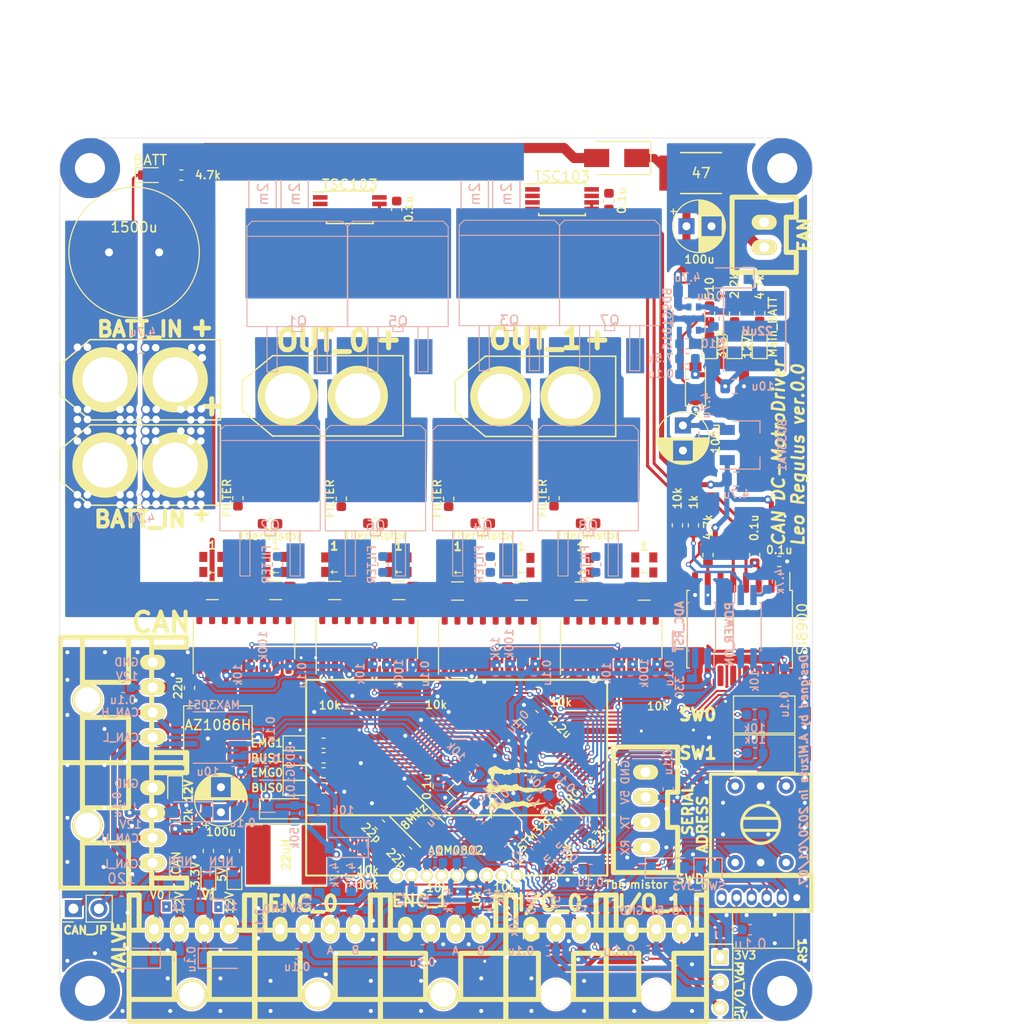
<source format=kicad_pcb>
(kicad_pcb (version 20171130) (host pcbnew "(5.1.4)-1")
  (layers (0 F.Cu signal) (31 B.Cu signal) (34 B.Paste user hide) (35 F.Paste user) (36 B.SilkS user) (37 F.SilkS user) (38 B.Mask user) (39 F.Mask user) (44 Edge.Cuts user))
  (net 0 "")
  (net 1 /OSC_IN)
  (net 2 GND)
  (net 3 /~RST)
  (net 4 /OSC_OUT)
  (net 5 +3V3)
  (net 6 /CAN_Vdd)
  (net 7 "Net-(C13-Pad1)")
  (net 8 "Net-(C14-Pad1)")
  (net 9 /FB_PWR_OUT)
  (net 10 /FB_PWR)
  (net 11 "Net-(C19-Pad1)")
  (net 12 "Net-(C20-Pad1)")
  (net 13 GNDPWR)
  (net 14 +3.3VP)
  (net 15 "Net-(C23-Pad2)")
  (net 16 "Net-(C23-Pad1)")
  (net 17 /Voltage)
  (net 18 /batt)
  (net 19 +12P)
  (net 20 "Net-(C30-Pad1)")
  (net 21 "Net-(C31-Pad1)")
  (net 22 +BATT)
  (net 23 +5V)
  (net 24 "Net-(D2-Pad2)")
  (net 25 "Net-(D3-Pad2)")
  (net 26 "Net-(D4-Pad2)")
  (net 27 +12V)
  (net 28 /PWM0_L)
  (net 29 /PWM0_R)
  (net 30 "Net-(D13-Pad2)")
  (net 31 "Net-(D14-Pad2)")
  (net 32 "Net-(D19-Pad2)")
  (net 33 "Net-(D20-Pad2)")
  (net 34 "Net-(D21-Pad2)")
  (net 35 "Net-(D22-Pad2)")
  (net 36 "Net-(D23-Pad2)")
  (net 37 "Net-(D26-Pad2)")
  (net 38 "Net-(JP1-Pad1)")
  (net 39 /CAN_H)
  (net 40 "Net-(JP2-Pad2)")
  (net 41 /SWCLK)
  (net 42 /SWDIO)
  (net 43 "Net-(P1-Pad6)")
  (net 44 /CAN_L)
  (net 45 /USART2_RX)
  (net 46 /USART2_TX)
  (net 47 "Net-(P7-Pad2)")
  (net 48 "Net-(R1-Pad1)")
  (net 49 /SW0)
  (net 50 /SW1)
  (net 51 /LED0)
  (net 52 /LED1)
  (net 53 /LED2)
  (net 54 "Net-(R9-Pad2)")
  (net 55 /EN0)
  (net 56 "Net-(R11-Pad1)")
  (net 57 "Net-(R12-Pad1)")
  (net 58 "Net-(R17-Pad2)")
  (net 59 "Net-(R18-Pad2)")
  (net 60 "Net-(R30-Pad2)")
  (net 61 "Net-(R31-Pad2)")
  (net 62 "Net-(R35-Pad1)")
  (net 63 /FB)
  (net 64 "Net-(R40-Pad1)")
  (net 65 /ADR_1)
  (net 66 /ADR_8)
  (net 67 /ADR_4)
  (net 68 /ADR_2)
  (net 69 /CAN1_RX)
  (net 70 /CAN1_TX)
  (net 71 /USART1_TX)
  (net 72 /USART1_RX)
  (net 73 "Net-(U4-Pad13)")
  (net 74 "Net-(U4-Pad12)")
  (net 75 "Net-(U4-Pad7)")
  (net 76 "Net-(U4-Pad2)")
  (net 77 "Net-(U5-Pad6)")
  (net 78 "Net-(U5-Pad11)")
  (net 79 "Net-(U5-Pad14)")
  (net 80 "Net-(U5-Pad15)")
  (net 81 "Net-(D27-Pad2)")
  (net 82 "Net-(P11-Pad4)")
  (net 83 "Net-(P11-Pad3)")
  (net 84 /TIM3_CH1)
  (net 85 /TIM3_CH2)
  (net 86 "Net-(C39-Pad1)")
  (net 87 "Net-(C39-Pad2)")
  (net 88 /ADC_~RST)
  (net 89 "Net-(D32-Pad2)")
  (net 90 "Net-(D33-Pad2)")
  (net 91 "Net-(D34-Pad2)")
  (net 92 /OUT0_L)
  (net 93 /OUT0_R)
  (net 94 /OUT1_L)
  (net 95 "Net-(C48-Pad1)")
  (net 96 /Current1)
  (net 97 /Current0)
  (net 98 /OUT1_R)
  (net 99 /PWM1_R)
  (net 100 /MOTOR0_BATT)
  (net 101 /PWM1_L)
  (net 102 /LED3)
  (net 103 /MOTOR1_BATT)
  (net 104 "Net-(P13-Pad3)")
  (net 105 "Net-(P13-Pad4)")
  (net 106 /EN1)
  (net 107 "Net-(U8-Pad13)")
  (net 108 "Net-(U8-Pad12)")
  (net 109 "Net-(U8-Pad7)")
  (net 110 "Net-(U8-Pad2)")
  (net 111 "Net-(U14-Pad2)")
  (net 112 "Net-(U14-Pad7)")
  (net 113 "Net-(U14-Pad12)")
  (net 114 "Net-(U14-Pad13)")
  (net 115 "Net-(C45-Pad1)")
  (net 116 "Net-(C46-Pad1)")
  (net 117 "Net-(C49-Pad1)")
  (net 118 "Net-(D1-Pad2)")
  (net 119 "Net-(D11-Pad2)")
  (net 120 "Net-(Q1-PadG)")
  (net 121 "Net-(Q2-PadG)")
  (net 122 "Net-(Q3-PadG)")
  (net 123 "Net-(Q4-PadG)")
  (net 124 "Net-(Q5-PadG)")
  (net 125 "Net-(Q6-PadG)")
  (net 126 "Net-(Q7-PadG)")
  (net 127 "Net-(Q8-PadG)")
  (net 128 "Net-(R13-Pad1)")
  (net 129 "Net-(R53-Pad2)")
  (net 130 "Net-(R54-Pad2)")
  (net 131 "Net-(R63-Pad2)")
  (net 132 "Net-(R64-Pad2)")
  (net 133 "Net-(R65-Pad1)")
  (net 134 "Net-(U12-Pad2)")
  (net 135 "Net-(U12-Pad7)")
  (net 136 "Net-(U12-Pad12)")
  (net 137 "Net-(U12-Pad13)")
  (net 138 /Motor0R_Tmp)
  (net 139 /Motor0L_Tmp)
  (net 140 /Motor1L_Tmp)
  (net 141 /Motor1R_Tmp)
  (net 142 /Substrate_Temp)
  (net 143 "Net-(U3-Pad4)")
  (net 144 /IO_0)
  (net 145 /IO_1)
  (net 146 /TIM4_CH1)
  (net 147 /TIM4_CH2)
  (net 148 "Net-(U3-Pad14)")
  (net 149 "Net-(U3-Pad15)")
  (net 150 "Net-(P12-Pad2)")
  (net 151 "Net-(C62-Pad1)")
  (net 152 "Net-(C63-Pad2)")
  (net 153 "Net-(C63-Pad1)")
  (net 154 "Net-(U17-Pad1)")
  (net 155 "Net-(D7-Pad2)")
  (net 156 "Net-(D8-Pad2)")
  (net 157 "Net-(D9-Pad2)")
  (net 158 "Net-(D39-Pad2)")
  (net 159 IO_Vdd)
  (net 160 "Net-(U3-Pad24)")
  (net 161 /I2C2_SCL)
  (net 162 /I2C2_SDA)
  (net 163 "Net-(U3-Pad50)")
  (net 164 "Net-(U3-Pad51)")
  (net 165 /PWR_ON_PIN)
  (net 166 "Net-(U3-Pad33)")
  (net 167 /ADC_~RST~_PIN)
  (net 168 "Net-(D12-Pad2)")
  (net 169 "Net-(D17-Pad2)")
  (net 170 "Net-(D6-Pad1)")
  (net 171 "Net-(D10-Pad1)")
  (net 172 /VALVE0)
  (net 173 /VALVE1)
  (net 174 "Net-(U3-Pad10)")
  (net 175 "Net-(U3-Pad11)")
  (module Mizz_lib:D2-PAK_compact (layer B.Cu) (at 114.65 90.15 180)
    (fp_text reference Q4 (at 0 0.5) (layer B.SilkS) (effects (justify mirror)))
    (fp_text value MOSFET_N)
    (pad D smd rect (at 0 7 180) (size 10 8) (layers B.Cu B.Paste B.Mask) (net 94 /OUT1_L))
    (pad S smd rect (at 2.54 -3 180) (size 3 3.5) (layers B.Cu B.Paste B.Mask) (net 13 GNDPWR))
    (pad G smd rect (at -2.54 -3 180) (size 1.8 3.5) (layers B.Cu B.Paste B.Mask) (net 123 "Net-(Q4-PadG)"))
  )
  (module Mizz_lib:D2-PAK_compact (layer B.Cu) (at 117.3 69.7 180)
    (fp_text reference Q3 (at 0 0.5) (layer B.SilkS) (effects (justify mirror)))
    (fp_text value MOSFET_N)
    (pad G smd rect (at -2.54 -3 180) (size 1.8 3.5) (layers B.Cu B.Paste B.Mask) (net 122 "Net-(Q3-PadG)"))
    (pad S smd rect (at 2.54 -3 180) (size 3 3.5) (layers B.Cu B.Paste B.Mask) (net 94 /OUT1_L))
    (pad D smd rect (at 0 7 180) (size 10 8) (layers B.Cu B.Paste B.Mask) (net 103 /MOTOR1_BATT))
  )
  (module Package_QFP:LQFP-64_10x10mm_P0.5mm (layer F.Cu) (at 118.35 116.075 45)
    (fp_text reference U3 hide)
    (fp_text value STM32F405RG (at 0 4.101219 45) (layer F.SilkS) (effects (font (size 0.8 0.8))))
    (pad 1 smd roundrect (at -5.675 -3.75 45) (size 1.55 0.3) (layers F.Cu F.Paste F.Mask) (net 5 +3V3))
    (pad 2 smd roundrect (at -5.675 -3.25 45) (size 1.55 0.3) (layers F.Cu F.Paste F.Mask) (net 144 /IO_0))
    (pad 3 smd roundrect (at -5.675 -2.75 45) (size 1.55 0.3) (layers F.Cu F.Paste F.Mask) (net 145 /IO_1))
    (pad 4 smd roundrect (at -5.675 -2.25 45) (size 1.55 0.3) (layers F.Cu F.Paste F.Mask) (net 143 "Net-(U3-Pad4)"))
    (pad 5 smd roundrect (at -5.675 -1.75 45) (size 1.55 0.3) (layers F.Cu F.Paste F.Mask) (net 1 /OSC_IN))
    (pad 6 smd roundrect (at -5.675 -1.25 45) (size 1.55 0.3) (layers F.Cu F.Paste F.Mask) (net 4 /OSC_OUT))
    (pad 7 smd roundrect (at -5.675 -0.75 45) (size 1.55 0.3) (layers F.Cu F.Paste F.Mask) (net 3 /~RST))
    (pad 8 smd roundrect (at -5.675 -0.25 45) (size 1.55 0.3) (layers F.Cu F.Paste F.Mask) (net 138 /Motor0R_Tmp))
    (pad 9 smd roundrect (at -5.675 0.25 45) (size 1.55 0.3) (layers F.Cu F.Paste F.Mask) (net 139 /Motor0L_Tmp))
    (pad 10 smd roundrect (at -5.675 0.75 45) (size 1.55 0.3) (layers F.Cu F.Paste F.Mask) (net 174 "Net-(U3-Pad10)"))
    (pad 11 smd roundrect (at -5.675 1.25 45) (size 1.55 0.3) (layers F.Cu F.Paste F.Mask) (net 175 "Net-(U3-Pad11)"))
    (pad 12 smd roundrect (at -5.675 1.75 45) (size 1.55 0.3) (layers F.Cu F.Paste F.Mask) (net 2 GND))
    (pad 13 smd roundrect (at -5.675 2.25 45) (size 1.55 0.3) (layers F.Cu F.Paste F.Mask) (net 5 +3V3))
    (pad 14 smd roundrect (at -5.675 2.75 45) (size 1.55 0.3) (layers F.Cu F.Paste F.Mask) (net 148 "Net-(U3-Pad14)"))
    (pad 15 smd roundrect (at -5.675 3.25 45) (size 1.55 0.3) (layers F.Cu F.Paste F.Mask) (net 149 "Net-(U3-Pad15)"))
    (pad 16 smd roundrect (at -5.675 3.75 45) (size 1.55 0.3) (layers F.Cu F.Paste F.Mask) (net 46 /USART2_TX))
    (pad 17 smd roundrect (at -3.75 5.675 45) (size 0.3 1.55) (layers F.Cu F.Paste F.Mask) (net 45 /USART2_RX))
    (pad 18 smd roundrect (at -3.25 5.675 45) (size 0.3 1.55) (layers F.Cu F.Paste F.Mask) (net 2 GND))
    (pad 19 smd roundrect (at -2.75 5.675 45) (size 0.3 1.55) (layers F.Cu F.Paste F.Mask) (net 5 +3V3))
    (pad 20 smd roundrect (at -2.25 5.675 45) (size 0.3 1.55) (layers F.Cu F.Paste F.Mask) (net 142 /Substrate_Temp))
    (pad 21 smd roundrect (at -1.75 5.675 45) (size 0.3 1.55) (layers F.Cu F.Paste F.Mask) (net 67 /ADR_4))
    (pad 22 smd roundrect (at -1.25 5.675 45) (size 0.3 1.55) (layers F.Cu F.Paste F.Mask) (net 66 /ADR_8))
    (pad 23 smd roundrect (at -0.75 5.675 45) (size 0.3 1.55) (layers F.Cu F.Paste F.Mask) (net 65 /ADR_1))
    (pad 24 smd roundrect (at -0.25 5.675 45) (size 0.3 1.55) (layers F.Cu F.Paste F.Mask) (net 160 "Net-(U3-Pad24)"))
    (pad 25 smd roundrect (at 0.25 5.675 45) (size 0.3 1.55) (layers F.Cu F.Paste F.Mask) (net 141 /Motor1R_Tmp))
    (pad 26 smd roundrect (at 0.75 5.675 45) (size 0.3 1.55) (layers F.Cu F.Paste F.Mask) (net 140 /Motor1L_Tmp))
    (pad 27 smd roundrect (at 1.25 5.675 45) (size 0.3 1.55) (layers F.Cu F.Paste F.Mask) (net 68 /ADR_2))
    (pad 28 smd roundrect (at 1.75 5.675 45) (size 0.3 1.55) (layers F.Cu F.Paste F.Mask) (net 54 "Net-(R9-Pad2)"))
    (pad 29 smd roundrect (at 2.25 5.675 45) (size 0.3 1.55) (layers F.Cu F.Paste F.Mask) (net 161 /I2C2_SCL))
    (pad 30 smd roundrect (at 2.75 5.675 45) (size 0.3 1.55) (layers F.Cu F.Paste F.Mask) (net 162 /I2C2_SDA))
    (pad 31 smd roundrect (at 3.25 5.675 45) (size 0.3 1.55) (layers F.Cu F.Paste F.Mask) (net 7 "Net-(C13-Pad1)"))
    (pad 32 smd roundrect (at 3.75 5.675 45) (size 0.3 1.55) (layers F.Cu F.Paste F.Mask) (net 5 +3V3))
    (pad 33 smd roundrect (at 5.675 3.75 45) (size 1.55 0.3) (layers F.Cu F.Paste F.Mask) (net 166 "Net-(U3-Pad33)"))
    (pad 34 smd roundrect (at 5.675 3.25 45) (size 1.55 0.3) (layers F.Cu F.Paste F.Mask) (net 106 /EN1))
    (pad 35 smd roundrect (at 5.675 2.75 45) (size 1.55 0.3) (layers F.Cu F.Paste F.Mask) (net 99 /PWM1_R))
    (pad 36 smd roundrect (at 5.675 2.25 45) (size 1.55 0.3) (layers F.Cu F.Paste F.Mask) (net 101 /PWM1_L))
    (pad 37 smd roundrect (at 5.675 1.75 45) (size 1.55 0.3) (layers F.Cu F.Paste F.Mask) (net 55 /EN0))
    (pad 38 smd roundrect (at 5.675 1.25 45) (size 1.55 0.3) (layers F.Cu F.Paste F.Mask) (net 28 /PWM0_L))
    (pad 39 smd roundrect (at 5.675 0.75 45) (size 1.55 0.3) (layers F.Cu F.Paste F.Mask) (net 29 /PWM0_R))
    (pad 40 smd roundrect (at 5.675 0.25 45) (size 1.55 0.3) (layers F.Cu F.Paste F.Mask) (net 50 /SW1))
    (pad 41 smd roundrect (at 5.675 -0.25 45) (size 1.55 0.3) (layers F.Cu F.Paste F.Mask) (net 49 /SW0))
    (pad 42 smd roundrect (at 5.675 -0.75 45) (size 1.55 0.3) (layers F.Cu F.Paste F.Mask) (net 71 /USART1_TX))
    (pad 43 smd roundrect (at 5.675 -1.25 45) (size 1.55 0.3) (layers F.Cu F.Paste F.Mask) (net 72 /USART1_RX))
    (pad 44 smd roundrect (at 5.675 -1.75 45) (size 1.55 0.3) (layers F.Cu F.Paste F.Mask) (net 165 /PWR_ON_PIN))
    (pad 45 smd roundrect (at 5.675 -2.25 45) (size 1.55 0.3) (layers F.Cu F.Paste F.Mask) (net 167 /ADC_~RST~_PIN))
    (pad 46 smd roundrect (at 5.675 -2.75 45) (size 1.55 0.3) (layers F.Cu F.Paste F.Mask) (net 42 /SWDIO))
    (pad 47 smd roundrect (at 5.675 -3.25 45) (size 1.55 0.3) (layers F.Cu F.Paste F.Mask) (net 8 "Net-(C14-Pad1)"))
    (pad 48 smd roundrect (at 5.675 -3.75 45) (size 1.55 0.3) (layers F.Cu F.Paste F.Mask) (net 5 +3V3))
    (pad 49 smd roundrect (at 3.75 -5.675 45) (size 0.3 1.55) (layers F.Cu F.Paste F.Mask) (net 41 /SWCLK))
    (pad 50 smd roundrect (at 3.25 -5.675 45) (size 0.3 1.55) (layers F.Cu F.Paste F.Mask) (net 163 "Net-(U3-Pad50)"))
    (pad 51 smd roundrect (at 2.75 -5.675 45) (size 0.3 1.55) (layers F.Cu F.Paste F.Mask) (net 164 "Net-(U3-Pad51)"))
    (pad 52 smd roundrect (at 2.25 -5.675 45) (size 0.3 1.55) (layers F.Cu F.Paste F.Mask) (net 51 /LED0))
    (pad 53 smd roundrect (at 1.75 -5.675 45) (size 0.3 1.55) (layers F.Cu F.Paste F.Mask) (net 52 /LED1))
    (pad 54 smd roundrect (at 1.25 -5.675 45) (size 0.3 1.55) (layers F.Cu F.Paste F.Mask) (net 53 /LED2))
    (pad 55 smd roundrect (at 0.75 -5.675 45) (size 0.3 1.55) (layers F.Cu F.Paste F.Mask) (net 102 /LED3))
    (pad 56 smd roundrect (at 0.25 -5.675 45) (size 0.3 1.55) (layers F.Cu F.Paste F.Mask) (net 84 /TIM3_CH1))
    (pad 57 smd roundrect (at -0.25 -5.675 45) (size 0.3 1.55) (layers F.Cu F.Paste F.Mask) (net 85 /TIM3_CH2))
    (pad 58 smd roundrect (at -0.75 -5.675 45) (size 0.3 1.55) (layers F.Cu F.Paste F.Mask) (net 146 /TIM4_CH1))
    (pad 59 smd roundrect (at -1.25 -5.675 45) (size 0.3 1.55) (layers F.Cu F.Paste F.Mask) (net 147 /TIM4_CH2))
    (pad 60 smd roundrect (at -1.75 -5.675 45) (size 0.3 1.55) (layers F.Cu F.Paste F.Mask) (net 48 "Net-(R1-Pad1)"))
    (pad 61 smd roundrect (at -2.25 -5.675 45) (size 0.3 1.55) (layers F.Cu F.Paste F.Mask) (net 69 /CAN1_RX))
    (pad 62 smd roundrect (at -2.75 -5.675 45) (size 0.3 1.55) (layers F.Cu F.Paste F.Mask) (net 70 /CAN1_TX))
    (pad 63 smd roundrect (at -3.25 -5.675 45) (size 0.3 1.55) (layers F.Cu F.Paste F.Mask) (net 2 GND))
    (pad 64 smd roundrect (at -3.75 -5.675 45) (size 0.3 1.55) (layers F.Cu F.Paste F.Mask) (net 5 +3V3))
  )
  (module Mizz_lib:XT60_F (layer F.Cu) (at 119.9 76.75)
    (fp_text reference P10)
    (fp_text value OUT_1 (at 0 -5.75 unlocked) (layer F.SilkS) (effects (font (size 2 2) (thickness 0.5))))
    (pad 2 thru_hole circle (at 3.5 0) (size 6 6) (drill 4.5) (layers *.Cu *.Mask F.SilkS) (net 98 /OUT1_R))
    (pad 1 thru_hole circle (at -3.5 0) (size 6 6) (drill 4.5) (layers *.Cu *.Mask F.SilkS) (net 94 /OUT1_L))
  )
  (module Mizz_lib:XT60_F (layer F.Cu) (at 98.7 76.7)
    (fp_text reference P15)
    (fp_text value OUT_0 (at 0 -5.5) (layer F.SilkS) (effects (font (size 2 2) (thickness 0.5))))
    (pad 2 thru_hole circle (at 3.5 0) (size 6 6) (drill 4.5) (layers *.Cu *.Mask F.SilkS) (net 93 /OUT0_R))
    (pad 1 thru_hole circle (at -3.5 0) (size 6 6) (drill 4.5) (layers *.Cu *.Mask F.SilkS) (net 92 /OUT0_L))
  )
  (module Mizz_lib:rotary_0F (layer F.Cu) (at 142.35 119.4 180)
    (fp_text reference U19 hide)
    (fp_text value ADRESS (at 5.8 0 270) (layer F.SilkS) (effects (font (thickness 0.25))))
    (pad 1 thru_hole circle (at -2.54 3.81 180) (size 1.524 1.524) (drill 0.762) (layers *.Cu *.Mask) (net 68 /ADR_2))
    (pad 2 thru_hole circle (at 0 3.81 180) (size 1.524 1.524) (drill 0.762) (layers *.Cu *.Mask) (net 2 GND))
    (pad 3 thru_hole circle (at 2.54 3.81 180) (size 1.524 1.524) (drill 0.762) (layers *.Cu *.Mask) (net 65 /ADR_1))
    (pad 4 thru_hole circle (at 2.54 -3.81 180) (size 1.524 1.524) (drill 0.762) (layers *.Cu *.Mask) (net 67 /ADR_4))
    (pad 5 thru_hole circle (at 0 -3.81 180) (size 1.524 1.524) (drill 0.762) (layers *.Cu *.Mask) (net 2 GND))
    (pad 6 thru_hole circle (at -2.54 -3.81 180) (size 1.524 1.524) (drill 0.762) (layers *.Cu *.Mask) (net 66 /ADR_8))
  )
  (module Capacitor_SMD:C_0603_1608Metric (layer F.Cu) (at 127.225 57.3 90)
    (fp_text reference C21 hide)
    (fp_text value 0.1u (at 0.05 1.275 90) (layer F.SilkS) (effects (font (size 0.8 0.8))))
    (pad 1 smd roundrect (at -0.7875 0 90) (size 0.875 0.95) (layers F.Cu F.Paste F.Mask) (net 14 +3.3VP))
    (pad 2 smd roundrect (at 0.7875 0 90) (size 0.875 0.95) (layers F.Cu F.Paste F.Mask) (net 13 GNDPWR))
  )
  (module Mizz_lib:AQM0802_original (layer F.Cu) (at 112.05 114.25)
    (fp_text reference U17 hide)
    (fp_text value AQM0802 (at -0.1 7.75) (layer F.SilkS) (effects (font (size 0.8 0.8))))
    (pad 9 thru_hole circle (at 6 10.25) (size 1.2 1.2) (drill 0.8) (layers *.Cu *.Mask F.SilkS) (net 5 +3V3))
    (pad 8 thru_hole circle (at 4.5 10.25) (size 1.2 1.2) (drill 0.8) (layers *.Cu *.Mask F.SilkS) (net 161 /I2C2_SCL))
    (pad 7 thru_hole circle (at 3 10.25) (size 1.2 1.2) (drill 0.8) (layers *.Cu *.Mask F.SilkS) (net 162 /I2C2_SDA))
    (pad 6 thru_hole circle (at 1.5 10.25) (size 1.2 1.2) (drill 0.8) (layers *.Cu *.Mask F.SilkS) (net 2 GND))
    (pad 5 thru_hole circle (at 0 10.25) (size 1.2 1.2) (drill 0.8) (layers *.Cu *.Mask F.SilkS) (net 5 +3V3))
    (pad 4 thru_hole circle (at -1.5 10.25) (size 1.2 1.2) (drill 0.8) (layers *.Cu *.Mask F.SilkS) (net 152 "Net-(C63-Pad2)"))
    (pad 3 thru_hole circle (at -3 10.25) (size 1.2 1.2) (drill 0.8) (layers *.Cu *.Mask F.SilkS) (net 153 "Net-(C63-Pad1)"))
    (pad 2 thru_hole circle (at -4.5 10.25) (size 1.2 1.2) (drill 0.8) (layers *.Cu *.Mask F.SilkS) (net 151 "Net-(C62-Pad1)"))
    (pad 1 thru_hole circle (at -6 10.25) (size 1.2 1.2) (drill 0.8) (layers *.Cu *.Mask F.SilkS) (net 154 "Net-(U17-Pad1)"))
  )
  (module Mizz_lib:XA_4L (layer F.Cu) (at 81.9 129.85)
    (fp_text reference P2 hide)
    (fp_text value VALVE (at -3.5 1.8 90) (layer F.SilkS) (effects (font (size 1.2 1.2) (thickness 0.3))))
    (pad 1 thru_hole oval (at 0 0) (size 1.5 2.5) (drill 1) (layers *.Cu *.Mask F.SilkS) (net 170 "Net-(D6-Pad1)"))
    (pad 2 thru_hole oval (at 2.5 0) (size 1.5 2.5) (drill 1) (layers *.Cu *.Mask F.SilkS) (net 27 +12V))
    (pad 3 thru_hole oval (at 5 0) (size 1.5 2.5) (drill 1) (layers *.Cu *.Mask F.SilkS) (net 171 "Net-(D10-Pad1)"))
    (pad 4 thru_hole oval (at 7.5 0) (size 1.5 2.5) (drill 1) (layers *.Cu *.Mask F.SilkS) (net 27 +12V))
    (pad "" thru_hole circle (at 3.75 6.5) (size 3 3) (drill 2.5) (layers *.Cu *.Mask F.SilkS))
  )
  (module Package_SO:SOIC-16W_7.5x10.3mm_P1.27mm (layer F.Cu) (at 140.25 99.95 270)
    (fp_text reference U5 hide)
    (fp_text value SI8900 (at 0 -6.25 90) (layer F.SilkS))
    (pad 1 smd roundrect (at -4.65 -4.445 270) (size 2.05 0.6) (layers F.Cu F.Paste F.Mask) (net 14 +3.3VP))
    (pad 2 smd roundrect (at -4.65 -3.175 270) (size 2.05 0.6) (layers F.Cu F.Paste F.Mask) (net 14 +3.3VP))
    (pad 3 smd roundrect (at -4.65 -1.905 270) (size 2.05 0.6) (layers F.Cu F.Paste F.Mask) (net 17 /Voltage))
    (pad 4 smd roundrect (at -4.65 -0.635 270) (size 2.05 0.6) (layers F.Cu F.Paste F.Mask) (net 96 /Current1))
    (pad 5 smd roundrect (at -4.65 0.635 270) (size 2.05 0.6) (layers F.Cu F.Paste F.Mask) (net 97 /Current0))
    (pad 6 smd roundrect (at -4.65 1.905 270) (size 2.05 0.6) (layers F.Cu F.Paste F.Mask) (net 77 "Net-(U5-Pad6)"))
    (pad 7 smd roundrect (at -4.65 3.175 270) (size 2.05 0.6) (layers F.Cu F.Paste F.Mask) (net 88 /ADC_~RST))
    (pad 8 smd roundrect (at -4.65 4.445 270) (size 2.05 0.6) (layers F.Cu F.Paste F.Mask) (net 13 GNDPWR))
    (pad 9 smd roundrect (at 4.65 4.445 270) (size 2.05 0.6) (layers F.Cu F.Paste F.Mask) (net 2 GND))
    (pad 10 smd roundrect (at 4.65 3.175 270) (size 2.05 0.6) (layers F.Cu F.Paste F.Mask) (net 5 +3V3))
    (pad 11 smd roundrect (at 4.65 1.905 270) (size 2.05 0.6) (layers F.Cu F.Paste F.Mask) (net 78 "Net-(U5-Pad11)"))
    (pad 12 smd roundrect (at 4.65 0.635 270) (size 2.05 0.6) (layers F.Cu F.Paste F.Mask) (net 72 /USART1_RX))
    (pad 13 smd roundrect (at 4.65 -0.635 270) (size 2.05 0.6) (layers F.Cu F.Paste F.Mask) (net 71 /USART1_TX))
    (pad 14 smd roundrect (at 4.65 -1.905 270) (size 2.05 0.6) (layers F.Cu F.Paste F.Mask) (net 79 "Net-(U5-Pad14)"))
    (pad 15 smd roundrect (at 4.65 -3.175 270) (size 2.05 0.6) (layers F.Cu F.Paste F.Mask) (net 80 "Net-(U5-Pad15)"))
    (pad 16 smd roundrect (at 4.65 -4.445 270) (size 2.05 0.6) (layers F.Cu F.Paste F.Mask) (net 5 +3V3))
  )
  (module Mizz_lib:XA_4L (layer F.Cu) (at 81.75 115.75 270)
    (fp_text reference P4 hide)
    (fp_text value CAN (at 7.5 -2.35 90) (layer F.SilkS) (effects (font (size 0.8 0.8))))
    (pad 1 thru_hole oval (at 0 0 270) (size 1.5 2.5) (drill 1) (layers *.Cu *.Mask F.SilkS) (net 2 GND))
    (pad 2 thru_hole oval (at 2.5 0 270) (size 1.5 2.5) (drill 1) (layers *.Cu *.Mask F.SilkS) (net 6 /CAN_Vdd))
    (pad 3 thru_hole oval (at 5 0 270) (size 1.5 2.5) (drill 1) (layers *.Cu *.Mask F.SilkS) (net 39 /CAN_H))
    (pad 4 thru_hole oval (at 7.5 0 270) (size 1.5 2.5) (drill 1) (layers *.Cu *.Mask F.SilkS) (net 44 /CAN_L))
    (pad "" thru_hole circle (at 3.75 6.5 270) (size 3 3) (drill 2.5) (layers *.Cu *.Mask F.SilkS))
  )
  (module Mizz_lib:XA_4L (layer F.Cu) (at 81.75 103.25 270)
    (fp_text reference P3 hide)
    (fp_text value CAN (at -3.95 -0.85 180) (layer F.SilkS) (effects (font (size 2 2) (thickness 0.4))))
    (pad "" thru_hole circle (at 3.75 6.5 270) (size 3 3) (drill 2.5) (layers *.Cu *.Mask F.SilkS))
    (pad 4 thru_hole oval (at 7.5 0 270) (size 1.5 2.5) (drill 1) (layers *.Cu *.Mask F.SilkS) (net 44 /CAN_L))
    (pad 3 thru_hole oval (at 5 0 270) (size 1.5 2.5) (drill 1) (layers *.Cu *.Mask F.SilkS) (net 39 /CAN_H))
    (pad 2 thru_hole oval (at 2.5 0 270) (size 1.5 2.5) (drill 1) (layers *.Cu *.Mask F.SilkS) (net 6 /CAN_Vdd))
    (pad 1 thru_hole oval (at 0 0 270) (size 1.5 2.5) (drill 1) (layers *.Cu *.Mask F.SilkS) (net 2 GND))
  )
  (module Mizz_lib:XA_4L (layer F.Cu) (at 94.45 129.85)
    (fp_text reference P11 hide)
    (fp_text value ENC_0 (at 2.25 -2.55) (layer F.SilkS) (effects (font (size 1.5 1.5) (thickness 0.375))))
    (pad "" thru_hole circle (at 3.75 6.5) (size 3 3) (drill 2.5) (layers *.Cu *.Mask F.SilkS))
    (pad 4 thru_hole oval (at 7.5 0) (size 1.5 2.5) (drill 1) (layers *.Cu *.Mask F.SilkS) (net 82 "Net-(P11-Pad4)"))
    (pad 3 thru_hole oval (at 5 0) (size 1.5 2.5) (drill 1) (layers *.Cu *.Mask F.SilkS) (net 83 "Net-(P11-Pad3)"))
    (pad 2 thru_hole oval (at 2.5 0) (size 1.5 2.5) (drill 1) (layers *.Cu *.Mask F.SilkS) (net 23 +5V))
    (pad 1 thru_hole oval (at 0 0) (size 1.5 2.5) (drill 1) (layers *.Cu *.Mask F.SilkS) (net 2 GND))
  )
  (module Mizz_lib:XA_4L (layer F.Cu) (at 106.95 129.85)
    (fp_text reference P13 hide)
    (fp_text value ENC_1 (at 1.45 -2.85) (layer F.SilkS) (effects (font (size 1.2 1.2) (thickness 0.25))))
    (pad 1 thru_hole oval (at 0 0) (size 1.5 2.5) (drill 1) (layers *.Cu *.Mask F.SilkS) (net 2 GND))
    (pad 2 thru_hole oval (at 2.5 0) (size 1.5 2.5) (drill 1) (layers *.Cu *.Mask F.SilkS) (net 23 +5V))
    (pad 3 thru_hole oval (at 5 0) (size 1.5 2.5) (drill 1) (layers *.Cu *.Mask F.SilkS) (net 104 "Net-(P13-Pad3)"))
    (pad 4 thru_hole oval (at 7.5 0) (size 1.5 2.5) (drill 1) (layers *.Cu *.Mask F.SilkS) (net 105 "Net-(P13-Pad4)"))
    (pad "" thru_hole circle (at 3.75 6.5) (size 3 3) (drill 2.5) (layers *.Cu *.Mask F.SilkS))
  )
  (module Mizz_lib:XA_2P (layer F.Cu) (at 142.7 61.9 90)
    (fp_text reference P7 hide)
    (fp_text value FAN (at 1.25 4 270) (layer F.SilkS) (effects (font (size 1.2 1.2) (thickness 0.3))))
    (pad 1 thru_hole oval (at 2.5 0 90) (size 1.5 2.5) (drill 1) (layers *.Cu *.Mask F.SilkS) (net 13 GNDPWR))
    (pad 2 thru_hole oval (at 0 0 90) (size 1.5 2.5) (drill 1) (layers *.Cu *.Mask F.SilkS) (net 47 "Net-(P7-Pad2)"))
  )
  (module Mizz_lib:XA_4P (layer F.Cu) (at 130.875 121.7 90)
    (fp_text reference P5 hide)
    (fp_text value SERIAL (at 3.75 4.2 270) (layer F.SilkS) (effects (font (thickness 0.25))))
    (pad 4 thru_hole oval (at 0 0 90) (size 1.5 2.5) (drill 1) (layers *.Cu *.Mask F.SilkS) (net 45 /USART2_RX))
    (pad 3 thru_hole oval (at 2.5 0 90) (size 1.5 2.5) (drill 1) (layers *.Cu *.Mask F.SilkS) (net 46 /USART2_TX))
    (pad 2 thru_hole oval (at 5 0 90) (size 1.5 2.5) (drill 1) (layers *.Cu *.Mask F.SilkS) (net 23 +5V))
    (pad 1 thru_hole oval (at 7.5 0 90) (size 1.5 2.5) (drill 1) (layers *.Cu *.Mask F.SilkS) (net 2 GND))
  )
  (module Mizz_lib:ZH_6P (layer F.Cu) (at 145.95 126.7 180)
    (fp_text reference P1 hide)
    (fp_text value SWD (at 10.65 1.85) (layer F.SilkS) (effects (font (size 0.9 0.9) (thickness 0.2))))
    (pad 1 thru_hole oval (at 0 0 180) (size 1 1.524) (drill 0.7) (layers *.Cu *.Mask) (net 2 GND))
    (pad 2 thru_hole oval (at 1.5 0 180) (size 1 1.524) (drill 0.7) (layers *.Cu *.Mask) (net 38 "Net-(JP1-Pad1)"))
    (pad 3 thru_hole oval (at 3 0 180) (size 1 1.524) (drill 0.7) (layers *.Cu *.Mask) (net 41 /SWCLK))
    (pad 4 thru_hole oval (at 4.5 0 180) (size 1 1.524) (drill 0.7) (layers *.Cu *.Mask) (net 42 /SWDIO))
    (pad 5 thru_hole oval (at 6 0 180) (size 1 1.524) (drill 0.7) (layers *.Cu *.Mask) (net 3 /~RST))
    (pad 6 thru_hole oval (at 7.5 0 180) (size 1 1.524) (drill 0.7) (layers *.Cu *.Mask) (net 43 "Net-(P1-Pad6)"))
  )
  (module Mizz_lib:XT60_F (layer F.Cu) (at 80.5 83.6)
    (fp_text reference P9)
    (fp_text value BATT_IN (at 0 5.4) (layer F.SilkS) (effects (font (size 1.6 1.6) (thickness 0.4))))
    (pad 1 thru_hole circle (at -3.5 0) (size 6.5 6.5) (drill 4.5) (layers *.Cu *.Mask F.SilkS) (net 13 GNDPWR))
    (pad 2 thru_hole circle (at 3.5 0) (size 6.5 6.5) (drill 4.5) (layers *.Cu *.Mask F.SilkS) (net 22 +BATT))
  )
  (module Mizz_lib:XT60_M (layer F.Cu) (at 80.5 75.1)
    (fp_text reference P8)
    (fp_text value BATT_IN (at 0 -5.05 unlocked) (layer F.SilkS) (effects (font (size 1.5 1.5) (thickness 0.375))))
    (pad 2 thru_hole circle (at 3.5 0) (size 6.5 6.5) (drill 4.5) (layers *.Cu *.Mask F.SilkS) (net 22 +BATT))
    (pad 1 thru_hole circle (at -3.5 0) (size 6.5 6.5) (drill 4.5) (layers *.Cu *.Mask F.SilkS) (net 13 GNDPWR))
  )
  (module Resistor_SMD:R_0603_1608Metric (layer B.Cu) (at 113.75 113.875 135)
    (fp_text reference R1 hide)
    (fp_text value 10k (at 2.474874 0 135) (layer B.SilkS) (effects (font (size 0.8 0.8)) (justify mirror)))
    (pad 2 smd roundrect (at 0.7875 0 135) (size 0.875 0.95) (layers B.Cu B.Paste B.Mask) (net 2 GND))
    (pad 1 smd roundrect (at -0.7875 0 135) (size 0.875 0.95) (layers B.Cu B.Paste B.Mask) (net 48 "Net-(R1-Pad1)"))
  )
  (module Diode_SMD:D_SOD-123 (layer B.Cu) (at 139.45 64.95 180)
    (fp_text reference D16 hide)
    (fp_text value DIODE)
    (pad 1 smd rect (at -1.65 0 180) (size 0.9 1.2) (layers B.Cu B.Paste B.Mask) (net 16 "Net-(C23-Pad1)"))
    (pad 2 smd rect (at 1.65 0 180) (size 0.9 1.2) (layers B.Cu B.Paste B.Mask) (net 13 GNDPWR))
  )
  (module Diode_SMD:D_SOD-123 (layer B.Cu) (at 85.5 118.15 180)
    (fp_text reference D5 hide)
    (fp_text value DIODE)
    (pad 1 smd rect (at -1.65 0 180) (size 0.9 1.2) (layers B.Cu B.Paste B.Mask) (net 27 +12V))
    (pad 2 smd rect (at 1.65 0 180) (size 0.9 1.2) (layers B.Cu B.Paste B.Mask) (net 6 /CAN_Vdd))
  )
  (module Resistor_SMD:R_0603_1608Metric (layer B.Cu) (at 78.65 126.05 180)
    (fp_text reference R3 hide)
    (fp_text value 120 (at 0 1.25) (layer B.SilkS) (effects (justify mirror)))
    (pad 1 smd roundrect (at -0.7875 0 180) (size 0.875 0.95) (layers B.Cu B.Paste B.Mask) (net 44 /CAN_L))
    (pad 2 smd roundrect (at 0.7875 0 180) (size 0.875 0.95) (layers B.Cu B.Paste B.Mask) (net 40 "Net-(JP2-Pad2)"))
  )
  (module Capacitor_SMD:C_0603_1608Metric (layer F.Cu) (at 114.65 89.4)
    (fp_text reference TH2 hide)
    (fp_text value Thermistor (at 0 1.2) (layer F.SilkS) (effects (font (size 0.8 0.8))))
    (pad 2 smd roundrect (at 0.7875 0) (size 0.875 0.95) (layers F.Cu F.Paste F.Mask) (net 140 /Motor1L_Tmp))
    (pad 1 smd roundrect (at -0.7875 0) (size 0.875 0.95) (layers F.Cu F.Paste F.Mask) (net 5 +3V3))
  )
  (module Capacitor_SMD:C_0603_1608Metric (layer F.Cu) (at 93.45 89.45)
    (fp_text reference TH1 hide)
    (fp_text value Thermistor (at 0 1.2) (layer F.SilkS) (effects (font (size 0.8 0.8))))
    (pad 1 smd roundrect (at -0.7875 0) (size 0.875 0.95) (layers F.Cu F.Paste F.Mask) (net 5 +3V3))
    (pad 2 smd roundrect (at 0.7875 0) (size 0.875 0.95) (layers F.Cu F.Paste F.Mask) (net 139 /Motor0L_Tmp))
  )
  (module Mizz_lib:Crystal_SMD_5032_2Pads (layer F.Cu) (at 107.8 118.625 315)
    (fp_text reference Y1 hide)
    (fp_text value 8MHz (at 0 0 45) (layer F.SilkS) (effects (font (size 0.8 0.8))))
    (pad 1 smd rect (at -2.05 0 315) (size 2 2.4) (layers F.Cu F.Paste F.Mask) (net 1 /OSC_IN))
    (pad 2 smd rect (at 2.05 0 315) (size 2 2.4) (layers F.Cu F.Paste F.Mask) (net 4 /OSC_OUT))
  )
  (module Capacitor_SMD:C_0603_1608Metric (layer F.Cu) (at 104.393153 119.418153 315)
    (fp_text reference C1 hide)
    (fp_text value 22p (at -0.007995 1.184404 135) (layer F.SilkS) (effects (font (size 0.8 0.8))))
    (pad 2 smd roundrect (at 0.7875 0 315) (size 0.875 0.95) (layers F.Cu F.Paste F.Mask) (net 1 /OSC_IN))
    (pad 1 smd roundrect (at -0.7875 0 315) (size 0.875 0.95) (layers F.Cu F.Paste F.Mask) (net 2 GND))
  )
  (module Capacitor_SMD:C_0603_1608Metric (layer B.Cu) (at 141.3 129.9 180)
    (fp_text reference C2 hide)
    (fp_text value 0.1u (at 0 -1.43) (layer B.SilkS) (effects (justify mirror)))
    (pad 1 smd roundrect (at -0.7875 0 180) (size 0.875 0.95) (layers B.Cu B.Paste B.Mask) (net 2 GND))
    (pad 2 smd roundrect (at 0.7875 0 180) (size 0.875 0.95) (layers B.Cu B.Paste B.Mask) (net 3 /~RST))
  )
  (module Capacitor_SMD:C_0603_1608Metric (layer F.Cu) (at 107.1 122.125 135)
    (fp_text reference C3 hide)
    (fp_text value 22p (at 0.282843 -1.202082 135) (layer F.SilkS) (effects (font (size 0.8 0.8))))
    (pad 1 smd roundrect (at -0.7875 0 135) (size 0.875 0.95) (layers F.Cu F.Paste F.Mask) (net 2 GND))
    (pad 2 smd roundrect (at 0.7875 0 135) (size 0.875 0.95) (layers F.Cu F.Paste F.Mask) (net 4 /OSC_OUT))
  )
  (module Capacitor_SMD:C_0603_1608Metric (layer B.Cu) (at 119.9 121.475 315)
    (fp_text reference C5 hide)
    (fp_text value 0.1u (at 2.669328 -0.017678 135) (layer B.SilkS) (effects (font (size 0.8 0.8)) (justify mirror)))
    (pad 1 smd roundrect (at -0.7875 0 315) (size 0.875 0.95) (layers B.Cu B.Paste B.Mask) (net 5 +3V3))
    (pad 2 smd roundrect (at 0.7875 0 315) (size 0.875 0.95) (layers B.Cu B.Paste B.Mask) (net 2 GND))
  )
  (module Capacitor_SMD:C_0603_1608Metric (layer B.Cu) (at 124.6 116.975 315)
    (fp_text reference C6 hide)
    (fp_text value 0.1u (at -2.65165 0 135) (layer B.SilkS) (effects (font (size 0.8 0.8)) (justify mirror)))
    (pad 2 smd roundrect (at 0.7875 0 315) (size 0.875 0.95) (layers B.Cu B.Paste B.Mask) (net 2 GND))
    (pad 1 smd roundrect (at -0.7875 0 315) (size 0.875 0.95) (layers B.Cu B.Paste B.Mask) (net 5 +3V3))
  )
  (module Capacitor_SMD:C_0603_1608Metric (layer B.Cu) (at 78.8 105.75)
    (fp_text reference C7 hide)
    (fp_text value 0.1u (at 0 1.25) (layer B.SilkS) (effects (font (size 0.8 0.8)) (justify mirror)))
    (pad 2 smd roundrect (at 0.7875 0) (size 0.875 0.95) (layers B.Cu B.Paste B.Mask) (net 6 /CAN_Vdd))
    (pad 1 smd roundrect (at -0.7875 0) (size 0.875 0.95) (layers B.Cu B.Paste B.Mask) (net 2 GND))
  )
  (module Capacitor_SMD:C_0603_1608Metric (layer B.Cu) (at 119.1 110.025 48)
    (fp_text reference C8 hide)
    (fp_text value 0.1u (at 0 -1.254999 48) (layer B.SilkS) (effects (font (size 0.8 0.8)) (justify mirror)))
    (pad 2 smd roundrect (at 0.7875 0 48) (size 0.875 0.95) (layers B.Cu B.Paste B.Mask) (net 2 GND))
    (pad 1 smd roundrect (at -0.7875 0 48) (size 0.875 0.95) (layers B.Cu B.Paste B.Mask) (net 5 +3V3))
  )
  (module Capacitor_SMD:C_0603_1608Metric (layer F.Cu) (at 110.21 115.65 270)
    (fp_text reference C9 hide)
    (fp_text value 0.1u (at 0 1.131371 270) (layer F.SilkS) (effects (font (size 0.8 0.8))))
    (pad 1 smd roundrect (at -0.7875 0 270) (size 0.875 0.95) (layers F.Cu F.Paste F.Mask) (net 5 +3V3))
    (pad 2 smd roundrect (at 0.7875 0 270) (size 0.875 0.95) (layers F.Cu F.Paste F.Mask) (net 2 GND))
  )
  (module Capacitor_SMD:C_0603_1608Metric (layer B.Cu) (at 117.3 121.9 225)
    (fp_text reference C10 hide)
    (fp_text value 1u (at 0.017678 -1.149049 45) (layer B.SilkS) (effects (font (size 0.8 0.8)) (justify mirror)))
    (pad 2 smd roundrect (at 0.7875 0 225) (size 0.875 0.95) (layers B.Cu B.Paste B.Mask) (net 2 GND))
    (pad 1 smd roundrect (at -0.7875 0 225) (size 0.875 0.95) (layers B.Cu B.Paste B.Mask) (net 5 +3V3))
  )
  (module Capacitor_SMD:C_0603_1608Metric (layer B.Cu) (at 79.45 117.45 270)
    (fp_text reference C11 hide)
    (fp_text value 0.1u (at 0 1.25 90) (layer B.SilkS) (effects (font (size 0.8 0.8)) (justify mirror)))
    (pad 2 smd roundrect (at 0.7875 0 270) (size 0.875 0.95) (layers B.Cu B.Paste B.Mask) (net 6 /CAN_Vdd))
    (pad 1 smd roundrect (at -0.7875 0 270) (size 0.875 0.95) (layers B.Cu B.Paste B.Mask) (net 2 GND))
  )
  (module Capacitor_SMD:C_0603_1608Metric (layer F.Cu) (at 125.325 119.775 225)
    (fp_text reference C13 hide)
    (fp_text value 2.2u (at 0 -1.166726 45) (layer F.SilkS) (effects (font (size 0.8 0.8))))
    (pad 1 smd roundrect (at -0.7875 0 225) (size 0.875 0.95) (layers F.Cu F.Paste F.Mask) (net 7 "Net-(C13-Pad1)"))
    (pad 2 smd roundrect (at 0.7875 0 225) (size 0.875 0.95) (layers F.Cu F.Paste F.Mask) (net 2 GND))
  )
  (module Capacitor_SMD:C_0603_1608Metric (layer F.Cu) (at 120.4 107.8 137)
    (fp_text reference C14 hide)
    (fp_text value 2.2u (at -2.74289 -0.067482 137) (layer F.SilkS) (effects (font (size 0.8 0.8))))
    (pad 2 smd roundrect (at 0.7875 0 137) (size 0.875 0.95) (layers F.Cu F.Paste F.Mask) (net 2 GND))
    (pad 1 smd roundrect (at -0.7875 0 137) (size 0.875 0.95) (layers F.Cu F.Paste F.Mask) (net 8 "Net-(C14-Pad1)"))
  )
  (module Capacitor_SMD:C_0603_1608Metric (layer B.Cu) (at 133.125 115.9 270)
    (fp_text reference C15 hide)
    (fp_text value 0.1u (at -2.7 0 90) (layer B.SilkS) (effects (font (size 0.8 0.8)) (justify mirror)))
    (pad 1 smd roundrect (at -0.7875 0 270) (size 0.875 0.95) (layers B.Cu B.Paste B.Mask) (net 2 GND))
    (pad 2 smd roundrect (at 0.7875 0 270) (size 0.875 0.95) (layers B.Cu B.Paste B.Mask) (net 23 +5V))
  )
  (module Capacitor_SMD:C_0603_1608Metric (layer B.Cu) (at 121.15 132)
    (fp_text reference C16 hide)
    (fp_text value 0.1u (at -2.7 0) (layer B.SilkS) (effects (font (size 0.8 0.8)) (justify mirror)))
    (pad 2 smd roundrect (at 0.7875 0) (size 0.875 0.95) (layers B.Cu B.Paste B.Mask) (net 159 IO_Vdd))
    (pad 1 smd roundrect (at -0.7875 0) (size 0.875 0.95) (layers B.Cu B.Paste B.Mask) (net 2 GND))
  )
  (module Capacitor_SMD:C_0603_1608Metric (layer B.Cu) (at 135.05 74.55 180)
    (fp_text reference C18 hide)
    (fp_text value 0.1u (at 2.65 0.05) (layer B.SilkS) (effects (font (size 0.8 0.8)) (justify mirror)))
    (pad 1 smd roundrect (at -0.7875 0 180) (size 0.875 0.95) (layers B.Cu B.Paste B.Mask) (net 9 /FB_PWR_OUT))
    (pad 2 smd roundrect (at 0.7875 0 180) (size 0.875 0.95) (layers B.Cu B.Paste B.Mask) (net 10 /FB_PWR))
  )
  (module Capacitor_SMD:C_0603_1608Metric (layer F.Cu) (at 144.2 93.2)
    (fp_text reference C22 hide)
    (fp_text value 0.1u (at 0 -1.15) (layer F.SilkS) (effects (font (size 0.8 0.8))))
    (pad 1 smd roundrect (at -0.7875 0) (size 0.875 0.95) (layers F.Cu F.Paste F.Mask) (net 14 +3.3VP))
    (pad 2 smd roundrect (at 0.7875 0) (size 0.875 0.95) (layers F.Cu F.Paste F.Mask) (net 13 GNDPWR))
  )
  (module Capacitor_SMD:C_0603_1608Metric (layer B.Cu) (at 137.7 69 270)
    (fp_text reference C23 hide)
    (fp_text value 0.1u (at -2.25 0.4 180) (layer B.SilkS) (effects (font (size 0.8 0.8)) (justify mirror)))
    (pad 2 smd roundrect (at 0.7875 0 270) (size 0.875 0.95) (layers B.Cu B.Paste B.Mask) (net 15 "Net-(C23-Pad2)"))
    (pad 1 smd roundrect (at -0.7875 0 270) (size 0.875 0.95) (layers B.Cu B.Paste B.Mask) (net 16 "Net-(C23-Pad1)"))
  )
  (module Capacitor_SMD:C_0603_1608Metric (layer F.Cu) (at 141.75 92.55 90)
    (fp_text reference C24 hide)
    (fp_text value 0.1u (at 2.7 -0.05 90) (layer F.SilkS) (effects (font (size 0.8 0.8))))
    (pad 2 smd roundrect (at 0.7875 0 90) (size 0.875 0.95) (layers F.Cu F.Paste F.Mask) (net 13 GNDPWR))
    (pad 1 smd roundrect (at -0.7875 0 90) (size 0.875 0.95) (layers F.Cu F.Paste F.Mask) (net 17 /Voltage))
  )
  (module Capacitor_THT:CP_Radial_D5.0mm_P2.50mm (layer F.Cu) (at 134.95 59.8)
    (fp_text reference C25 hide)
    (fp_text value 100u (at 1.3 3.3 180) (layer F.SilkS) (effects (font (size 0.8 0.8))))
    (pad 1 thru_hole rect (at 0 0) (size 1.6 1.6) (drill 0.8) (layers *.Cu *.Mask) (net 18 /batt))
    (pad 2 thru_hole circle (at 2.5 0) (size 1.6 1.6) (drill 0.8) (layers *.Cu *.Mask) (net 13 GNDPWR))
  )
  (module Capacitor_SMD:C_0805_2012Metric (layer B.Cu) (at 139.75 75.75)
    (fp_text reference C28 hide)
    (fp_text value 10u (at 2.8 0) (layer B.SilkS) (effects (font (size 0.8 0.8)) (justify mirror)))
    (pad 1 smd roundrect (at -0.9375 0) (size 0.975 1.4) (layers B.Cu B.Paste B.Mask) (net 9 /FB_PWR_OUT))
    (pad 2 smd roundrect (at 0.9375 0) (size 0.975 1.4) (layers B.Cu B.Paste B.Mask) (net 13 GNDPWR))
  )
  (module Capacitor_SMD:C_0805_2012Metric (layer B.Cu) (at 136.9 80.55 270)
    (fp_text reference C29 hide)
    (fp_text value 4.7u (at -2.9 0 90) (layer B.SilkS) (effects (font (size 0.8 0.8)) (justify mirror)))
    (pad 1 smd roundrect (at -0.9375 0 270) (size 0.975 1.4) (layers B.Cu B.Paste B.Mask) (net 19 +12P))
    (pad 2 smd roundrect (at 0.9375 0 270) (size 0.975 1.4) (layers B.Cu B.Paste B.Mask) (net 13 GNDPWR))
  )
  (module Capacitor_SMD:C_0805_2012Metric (layer B.Cu) (at 139.925 85)
    (fp_text reference C32 hide)
    (fp_text value 4.7u (at 0 1.5) (layer B.SilkS) (effects (font (size 0.8 0.8)) (justify mirror)))
    (pad 2 smd roundrect (at 0.9375 0) (size 0.975 1.4) (layers B.Cu B.Paste B.Mask) (net 13 GNDPWR))
    (pad 1 smd roundrect (at -0.9375 0) (size 0.975 1.4) (layers B.Cu B.Paste B.Mask) (net 14 +3.3VP))
  )
  (module Capacitor_THT:CP_Radial_D5.0mm_P2.50mm (layer F.Cu) (at 88.55 118.2 90)
    (fp_text reference C33 hide)
    (fp_text value 100u (at -1.95 0.025 180) (layer F.SilkS) (effects (font (size 0.8 0.8))))
    (pad 1 thru_hole rect (at 0 0 90) (size 1.6 1.6) (drill 0.8) (layers *.Cu *.Mask) (net 27 +12V))
    (pad 2 thru_hole circle (at 2.5 0 90) (size 1.6 1.6) (drill 0.8) (layers *.Cu *.Mask) (net 2 GND))
  )
  (module Diode_SMD:D_SOD-123 (layer B.Cu) (at 133.1 123.75)
    (fp_text reference D4 hide)
    (fp_text value DIODE)
    (pad 2 smd rect (at 1.65 0) (size 0.9 1.2) (layers B.Cu B.Paste B.Mask) (net 26 "Net-(D4-Pad2)"))
    (pad 1 smd rect (at -1.65 0) (size 0.9 1.2) (layers B.Cu B.Paste B.Mask) (net 5 +3V3))
  )
  (module LED_SMD:LED_0603_1608Metric (layer F.Cu) (at 96.235 111.32)
    (fp_text reference D7 hide)
    (fp_text value EMG1 (at -3.11 -0.02 unlocked) (layer F.SilkS) (effects (font (size 0.8 0.8))))
    (pad 2 smd roundrect (at 0.7875 0) (size 0.875 0.95) (layers F.Cu F.Paste F.Mask) (net 155 "Net-(D7-Pad2)"))
    (pad 1 smd roundrect (at -0.7875 0) (size 0.875 0.95) (layers F.Cu F.Paste F.Mask) (net 2 GND))
  )
  (module LED_SMD:LED_0603_1608Metric (layer F.Cu) (at 96.235 112.77)
    (fp_text reference D8 hide)
    (fp_text value BUS1 (at -3.11 0.03 unlocked) (layer F.SilkS) (effects (font (size 0.8 0.8))))
    (pad 1 smd roundrect (at -0.7875 0) (size 0.875 0.95) (layers F.Cu F.Paste F.Mask) (net 2 GND))
    (pad 2 smd roundrect (at 0.7875 0) (size 0.875 0.95) (layers F.Cu F.Paste F.Mask) (net 156 "Net-(D8-Pad2)"))
  )
  (module LED_SMD:LED_0603_1608Metric (layer F.Cu) (at 96.235 114.27)
    (fp_text reference D9 hide)
    (fp_text value EMG0 (at -3.11 -0.02 unlocked) (layer F.SilkS) (effects (font (size 0.8 0.8))))
    (pad 2 smd roundrect (at 0.7875 0) (size 0.875 0.95) (layers F.Cu F.Paste F.Mask) (net 157 "Net-(D9-Pad2)"))
    (pad 1 smd roundrect (at -0.7875 0) (size 0.875 0.95) (layers F.Cu F.Paste F.Mask) (net 2 GND))
  )
  (module Diode_SMD:D_SMA (layer F.Cu) (at 128 53 180)
    (fp_text reference D15 hide)
    (fp_text value DIODE)
    (pad 1 smd rect (at -2 0 180) (size 2.5 1.8) (layers F.Cu F.Paste F.Mask) (net 18 /batt))
    (pad 2 smd rect (at 2 0 180) (size 2.5 1.8) (layers F.Cu F.Paste F.Mask) (net 22 +BATT))
  )
  (module Diode_SMD:D_SOD-123 (layer F.Cu) (at 135.85 75.45 90)
    (fp_text reference D18 hide)
    (fp_text value DIODE)
    (pad 2 smd rect (at 1.65 0 90) (size 0.9 1.2) (layers F.Cu F.Paste F.Mask) (net 9 /FB_PWR_OUT))
    (pad 1 smd rect (at -1.65 0 90) (size 0.9 1.2) (layers F.Cu F.Paste F.Mask) (net 19 +12P))
  )
  (module LED_SMD:LED_0603_1608Metric (layer F.Cu) (at 81.5 54.7)
    (fp_text reference D21 hide)
    (fp_text value BATT (at 0 -1.5) (layer F.SilkS))
    (pad 2 smd roundrect (at 0.7875 0) (size 0.875 0.95) (layers F.Cu F.Paste F.Mask) (net 34 "Net-(D21-Pad2)"))
    (pad 1 smd roundrect (at -0.7875 0) (size 0.875 0.95) (layers F.Cu F.Paste F.Mask) (net 13 GNDPWR))
  )
  (module LED_SMD:LED_0603_1608Metric (layer F.Cu) (at 139.75 71.5 90)
    (fp_text reference D22 hide)
    (fp_text value 12VP (at 0 1.25 90) (layer F.SilkS) (effects (font (size 0.8 0.8))))
    (pad 1 smd roundrect (at -0.7875 0 90) (size 0.875 0.95) (layers F.Cu F.Paste F.Mask) (net 13 GNDPWR))
    (pad 2 smd roundrect (at 0.7875 0 90) (size 0.875 0.95) (layers F.Cu F.Paste F.Mask) (net 35 "Net-(D22-Pad2)"))
  )
  (module LED_SMD:LED_0603_1608Metric (layer F.Cu) (at 137.25 71.5 90)
    (fp_text reference D23 hide)
    (fp_text value 3V3P (at 0 1.25 90) (layer F.SilkS) (effects (font (size 0.8 0.8))))
    (pad 1 smd roundrect (at -0.7875 0 90) (size 0.875 0.95) (layers F.Cu F.Paste F.Mask) (net 13 GNDPWR))
    (pad 2 smd roundrect (at 0.7875 0 90) (size 0.875 0.95) (layers F.Cu F.Paste F.Mask) (net 36 "Net-(D23-Pad2)"))
  )
  (module Diode_SMD:D_SOD-123 (layer F.Cu) (at 94.65 117.85)
    (fp_text reference D24 hide)
    (fp_text value DIODE)
    (pad 1 smd rect (at -1.65 0) (size 0.9 1.2) (layers F.Cu F.Paste F.Mask) (net 86 "Net-(C39-Pad1)"))
    (pad 2 smd rect (at 1.65 0) (size 0.9 1.2) (layers F.Cu F.Paste F.Mask) (net 2 GND))
  )
  (module Diode_SMD:D_SOD-123 (layer B.Cu) (at 101 121.7 180)
    (fp_text reference D26 hide)
    (fp_text value DIODE)
    (pad 1 smd rect (at -1.65 0 180) (size 0.9 1.2) (layers B.Cu B.Paste B.Mask) (net 23 +5V))
    (pad 2 smd rect (at 1.65 0 180) (size 0.9 1.2) (layers B.Cu B.Paste B.Mask) (net 37 "Net-(D26-Pad2)"))
  )
  (module Jumper:SolderJumper-2_P1.3mm_Open_TrianglePad1.0x1.5mm (layer B.Cu) (at 137.1 123.75 180)
    (fp_text reference JP1 hide)
    (fp_text value SWD_3V3 (at 0.9 -1.8) (layer B.SilkS) (effects (font (size 0.8 0.8)) (justify mirror)))
    (pad 2 smd custom (at 0.725 0 180) (size 0.3 0.3) (layers B.Cu B.Mask) (net 26 "Net-(D4-Pad2)") (options (clearance outline) (anchor rect)) (primitives (gr_poly (pts (xy -0.65 0.75) (xy 0.5 0.75) (xy 0.5 -0.75) (xy -0.65 -0.75) (xy -0.15 0)) (width 0))))
    (pad 1 smd custom (at -0.725 0 180) (size 0.3 0.3) (layers B.Cu B.Mask) (net 38 "Net-(JP1-Pad1)") (options (clearance outline) (anchor rect)) (primitives (gr_poly (pts (xy -0.5 0.75) (xy 0.5 0.75) (xy 1 0) (xy 0.5 -0.75) (xy -0.5 -0.75)) (width 0))))
  )
  (module Connector_PinHeader_2.54mm:PinHeader_1x02_P2.54mm_Vertical (layer F.Cu) (at 73.85 127.8 90)
    (fp_text reference JP2 hide)
    (fp_text value CAN_JP (at -2.15 1.2 unlocked) (layer F.SilkS) (effects (font (size 0.8 0.8) (thickness 0.2))))
    (pad 1 thru_hole rect (at 0 0 90) (size 1.7 1.7) (drill 1) (layers *.Cu *.Mask) (net 39 /CAN_H))
    (pad 2 thru_hole oval (at 0 2.54 90) (size 1.7 1.7) (drill 1) (layers *.Cu *.Mask) (net 40 "Net-(JP2-Pad2)"))
  )
  (module Mizz_lib:Inductor_Taiyo-Yuden_NR-60xx_HandSoldering (layer B.Cu) (at 141.75 70.25 270)
    (fp_text reference L1 hide)
    (fp_text value 22uH (at 0 -0.25 180) (layer B.SilkS) (effects (font (size 0.8 0.8) (thickness 0.2)) (justify mirror)))
    (pad 2 smd rect (at 2.775 0 270) (size 2.45 5.9) (layers B.Cu B.Paste B.Mask) (net 9 /FB_PWR_OUT))
    (pad 1 smd rect (at -2.775 0 270) (size 2.45 5.9) (layers B.Cu B.Paste B.Mask) (net 16 "Net-(C23-Pad1)"))
  )
  (module Mizz_lib:Inductor_Taiyo-Yuden_NR-60xx_HandSoldering (layer F.Cu) (at 95.05 122.45)
    (fp_text reference L2 hide)
    (fp_text value 22uH (at 0 -0.05 -90) (layer F.SilkS) (effects (font (size 0.8 0.8) (thickness 0.2))))
    (pad 1 smd rect (at -2.775 0) (size 2.45 5.9) (layers F.Cu F.Paste F.Mask) (net 86 "Net-(C39-Pad1)"))
    (pad 2 smd rect (at 2.775 0) (size 2.45 5.9) (layers F.Cu F.Paste F.Mask) (net 37 "Net-(D26-Pad2)"))
  )
  (module Mizz_lib:XA_3LC (layer F.Cu) (at 119.45 129.85)
    (fp_text reference P6 (at 0 0.5) (layer F.SilkS))
    (fp_text value I/O_0 (at 1.9 -2.6 unlocked) (layer F.SilkS) (effects (font (size 1.5 1.5) (thickness 0.375))))
    (pad "" thru_hole circle (at 2.5 6.5) (size 3 3) (drill 3) (layers *.Cu *.Mask F.SilkS) (clearance -0.3))
    (pad 3 thru_hole oval (at 5 0) (size 1.5 2.5) (drill 1) (layers *.Cu *.Mask F.SilkS) (net 144 /IO_0))
    (pad 2 thru_hole oval (at 2.5 0) (size 1.5 2.5) (drill 1) (layers *.Cu *.Mask F.SilkS) (net 159 IO_Vdd))
    (pad 1 thru_hole oval (at 0 0) (size 1.5 2.5) (drill 1) (layers *.Cu *.Mask F.SilkS) (net 2 GND))
  )
  (module Resistor_SMD:R_0603_1608Metric (layer B.Cu) (at 141.75 108.46 180)
    (fp_text reference R4 hide)
    (fp_text value 10k (at 0 -1.35) (layer B.SilkS) (effects (font (size 0.8 0.8)) (justify mirror)))
    (pad 2 smd roundrect (at 0.7875 0 180) (size 0.875 0.95) (layers B.Cu B.Paste B.Mask) (net 49 /SW0))
    (pad 1 smd roundrect (at -0.7875 0 180) (size 0.875 0.95) (layers B.Cu B.Paste B.Mask) (net 23 +5V))
  )
  (module Resistor_SMD:R_0603_1608Metric (layer B.Cu) (at 141.8 112.29 180)
    (fp_text reference R5 hide)
    (fp_text value 10k (at 0 1.35) (layer B.SilkS) (effects (font (size 0.8 0.8)) (justify mirror)))
    (pad 2 smd roundrect (at 0.7875 0 180) (size 0.875 0.95) (layers B.Cu B.Paste B.Mask) (net 50 /SW1))
    (pad 1 smd roundrect (at -0.7875 0 180) (size 0.875 0.95) (layers B.Cu B.Paste B.Mask) (net 23 +5V))
  )
  (module Resistor_SMD:R_0603_1608Metric (layer F.Cu) (at 98.785 111.32 180)
    (fp_text reference R6 hide)
    (fp_text value 330)
    (pad 2 smd roundrect (at 0.7875 0 180) (size 0.875 0.95) (layers F.Cu F.Paste F.Mask) (net 155 "Net-(D7-Pad2)"))
    (pad 1 smd roundrect (at -0.7875 0 180) (size 0.875 0.95) (layers F.Cu F.Paste F.Mask) (net 51 /LED0))
  )
  (module Resistor_SMD:R_0603_1608Metric (layer F.Cu) (at 98.785 112.77 180)
    (fp_text reference R7 hide)
    (fp_text value 330)
    (pad 1 smd roundrect (at -0.7875 0 180) (size 0.875 0.95) (layers F.Cu F.Paste F.Mask) (net 52 /LED1))
    (pad 2 smd roundrect (at 0.7875 0 180) (size 0.875 0.95) (layers F.Cu F.Paste F.Mask) (net 156 "Net-(D8-Pad2)"))
  )
  (module Resistor_SMD:R_0603_1608Metric (layer F.Cu) (at 98.785 114.27 180)
    (fp_text reference R8 hide)
    (fp_text value 330)
    (pad 2 smd roundrect (at 0.7875 0 180) (size 0.875 0.95) (layers F.Cu F.Paste F.Mask) (net 157 "Net-(D9-Pad2)"))
    (pad 1 smd roundrect (at -0.7875 0 180) (size 0.875 0.95) (layers F.Cu F.Paste F.Mask) (net 53 /LED2))
  )
  (module Resistor_SMD:R_0603_1608Metric (layer B.Cu) (at 121.8 117.1 315)
    (fp_text reference R9 hide)
    (fp_text value 10k (at -2.474874 0 135) (layer B.SilkS) (effects (font (size 0.8 0.8)) (justify mirror)))
    (pad 1 smd roundrect (at -0.7875 0 315) (size 0.875 0.95) (layers B.Cu B.Paste B.Mask) (net 5 +3V3))
    (pad 2 smd roundrect (at 0.7875 0 315) (size 0.875 0.95) (layers B.Cu B.Paste B.Mask) (net 54 "Net-(R9-Pad2)"))
  )
  (module Resistor_SMD:R_0603_1608Metric (layer B.Cu) (at 135.05 73 180)
    (fp_text reference R14 hide)
    (fp_text value 7.5k (at 2.65 0.05) (layer B.SilkS) (effects (font (size 0.8 0.8)) (justify mirror)))
    (pad 2 smd roundrect (at 0.7875 0 180) (size 0.875 0.95) (layers B.Cu B.Paste B.Mask) (net 10 /FB_PWR))
    (pad 1 smd roundrect (at -0.7875 0 180) (size 0.875 0.95) (layers B.Cu B.Paste B.Mask) (net 9 /FB_PWR_OUT))
  )
  (module Resistor_SMD:R_0603_1608Metric (layer B.Cu) (at 135.05 71.5)
    (fp_text reference R15 hide)
    (fp_text value 510 (at 2.5 0) (layer B.SilkS) (effects (font (size 0.8 0.8)) (justify mirror)))
    (pad 1 smd roundrect (at -0.7875 0) (size 0.875 0.95) (layers B.Cu B.Paste B.Mask) (net 10 /FB_PWR))
    (pad 2 smd roundrect (at 0.7875 0) (size 0.875 0.95) (layers B.Cu B.Paste B.Mask) (net 13 GNDPWR))
  )
  (module Resistor_SMD:R_0603_1608Metric (layer F.Cu) (at 90.25 86.9 270)
    (fp_text reference R17 hide)
    (fp_text value FILTER (at 0 1.1 90) (layer F.SilkS) (effects (font (size 0.8 0.8))))
    (pad 1 smd roundrect (at -0.7875 0 270) (size 0.875 0.95) (layers F.Cu F.Paste F.Mask) (net 120 "Net-(Q1-PadG)"))
    (pad 2 smd roundrect (at 0.7875 0 270) (size 0.875 0.95) (layers F.Cu F.Paste F.Mask) (net 58 "Net-(R17-Pad2)"))
  )
  (module Resistor_SMD:R_0603_1608Metric (layer B.Cu) (at 94.2 93.5 270)
    (fp_text reference R18 hide)
    (fp_text value FILTER (at 0 1.1 270) (layer B.SilkS) (effects (font (size 0.8 0.8)) (justify mirror)))
    (pad 2 smd roundrect (at 0.7875 0 270) (size 0.875 0.95) (layers B.Cu B.Paste B.Mask) (net 59 "Net-(R18-Pad2)"))
    (pad 1 smd roundrect (at -0.7875 0 270) (size 0.875 0.95) (layers B.Cu B.Paste B.Mask) (net 121 "Net-(Q2-PadG)"))
  )
  (module Resistor_SMD:R_0603_1608Metric (layer F.Cu) (at 134.05 89.6 270)
    (fp_text reference R22 hide)
    (fp_text value 10k (at -1.5 0 90) (layer F.SilkS) (effects (font (size 0.8 0.8)) (justify left)))
    (pad 2 smd roundrect (at 0.7875 0 270) (size 0.875 0.95) (layers F.Cu F.Paste F.Mask) (net 17 /Voltage))
    (pad 1 smd roundrect (at -0.7875 0 270) (size 0.875 0.95) (layers F.Cu F.Paste F.Mask) (net 22 +BATT))
  )
  (module Resistor_SMD:R_0603_1608Metric (layer F.Cu) (at 135.65 89.6 90)
    (fp_text reference R23 hide)
    (fp_text value 1k (at 1.5 0 90) (layer F.SilkS) (effects (font (size 0.8 0.8)) (justify left)))
    (pad 1 smd roundrect (at -0.7875 0 90) (size 0.875 0.95) (layers F.Cu F.Paste F.Mask) (net 17 /Voltage))
    (pad 2 smd roundrect (at 0.7875 0 90) (size 0.875 0.95) (layers F.Cu F.Paste F.Mask) (net 13 GNDPWR))
  )
  (module Mizz_lib:R_2812 (layer F.Cu) (at 136.4 54.5 180)
    (fp_text reference R25 hide)
    (fp_text value 47 (at 0 0) (layer F.SilkS))
    (pad 1 smd rect (at -3.15 0 180) (size 2 3.5) (layers F.Cu F.Paste F.Mask) (net 47 "Net-(P7-Pad2)"))
    (pad 2 smd rect (at 3.15 0 180) (size 2 3.5) (layers F.Cu F.Paste F.Mask) (net 18 /batt))
  )
  (module Resistor_SMD:R_0603_1608Metric (layer F.Cu) (at 100.55 86.95 270)
    (fp_text reference R30 hide)
    (fp_text value FILTER (at 0 1.15 90) (layer F.SilkS) (effects (font (size 0.8 0.8))))
    (pad 1 smd roundrect (at -0.7875 0 270) (size 0.875 0.95) (layers F.Cu F.Paste F.Mask) (net 124 "Net-(Q5-PadG)"))
    (pad 2 smd roundrect (at 0.7875 0 270) (size 0.875 0.95) (layers F.Cu F.Paste F.Mask) (net 60 "Net-(R30-Pad2)"))
  )
  (module Resistor_SMD:R_0603_1608Metric (layer B.Cu) (at 104.7 93.5 270)
    (fp_text reference R31 hide)
    (fp_text value FILTER (at 0 1.1 270) (layer B.SilkS) (effects (font (size 0.8 0.8)) (justify mirror)))
    (pad 2 smd roundrect (at 0.7875 0 270) (size 0.875 0.95) (layers B.Cu B.Paste B.Mask) (net 61 "Net-(R31-Pad2)"))
    (pad 1 smd roundrect (at -0.7875 0 270) (size 0.875 0.95) (layers B.Cu B.Paste B.Mask) (net 125 "Net-(Q6-PadG)"))
  )
  (module Resistor_SMD:R_0603_1608Metric (layer F.Cu) (at 84.6 54.7)
    (fp_text reference R32 hide)
    (fp_text value 4.7k (at 2.65 0) (layer F.SilkS) (effects (font (size 0.8 0.8))))
    (pad 2 smd roundrect (at 0.7875 0) (size 0.875 0.95) (layers F.Cu F.Paste F.Mask) (net 22 +BATT))
    (pad 1 smd roundrect (at -0.7875 0) (size 0.875 0.95) (layers F.Cu F.Paste F.Mask) (net 34 "Net-(D21-Pad2)"))
  )
  (module Resistor_SMD:R_0603_1608Metric (layer F.Cu) (at 139.75 68.5 90)
    (fp_text reference R33 hide)
    (fp_text value 2.2k (at 2.75 0 90) (layer F.SilkS) (effects (font (size 0.8 0.8))))
    (pad 1 smd roundrect (at -0.7875 0 90) (size 0.875 0.95) (layers F.Cu F.Paste F.Mask) (net 35 "Net-(D22-Pad2)"))
    (pad 2 smd roundrect (at 0.7875 0 90) (size 0.875 0.95) (layers F.Cu F.Paste F.Mask) (net 19 +12P))
  )
  (module Resistor_SMD:R_0603_1608Metric (layer F.Cu) (at 137.25 68.5 90)
    (fp_text reference R34 hide)
    (fp_text value 510 (at 2.5 0 90) (layer F.SilkS) (effects (font (size 0.8 0.8))))
    (pad 2 smd roundrect (at 0.7875 0 90) (size 0.875 0.95) (layers F.Cu F.Paste F.Mask) (net 14 +3.3VP))
    (pad 1 smd roundrect (at -0.7875 0 90) (size 0.875 0.95) (layers F.Cu F.Paste F.Mask) (net 36 "Net-(D23-Pad2)"))
  )
  (module Resistor_SMD:R_0603_1608Metric (layer B.Cu) (at 95.9 118.3 90)
    (fp_text reference R37 hide)
    (fp_text value 50k (at -2.45 0 90) (layer B.SilkS) (effects (font (size 0.8 0.8)) (justify mirror)))
    (pad 1 smd roundrect (at -0.7875 0 90) (size 0.875 0.95) (layers B.Cu B.Paste B.Mask) (net 37 "Net-(D26-Pad2)"))
    (pad 2 smd roundrect (at 0.7875 0 90) (size 0.875 0.95) (layers B.Cu B.Paste B.Mask) (net 63 /FB))
  )
  (module Resistor_SMD:R_0603_1608Metric (layer B.Cu) (at 98.25 118)
    (fp_text reference R38 hide)
    (fp_text value 10k (at 2.5 0) (layer B.SilkS) (effects (font (size 0.8 0.8)) (justify mirror)))
    (pad 1 smd roundrect (at -0.7875 0) (size 0.875 0.95) (layers B.Cu B.Paste B.Mask) (net 63 /FB))
    (pad 2 smd roundrect (at 0.7875 0) (size 0.875 0.95) (layers B.Cu B.Paste B.Mask) (net 2 GND))
  )
  (module Resistor_SMD:R_0603_1608Metric (layer B.Cu) (at 143 95.2 90)
    (fp_text reference R40 hide)
    (fp_text value 4.7k (at 0 1.25 90) (layer B.SilkS) (effects (font (size 0.8 0.8)) (justify mirror)))
    (pad 2 smd roundrect (at 0.7875 0 90) (size 0.875 0.95) (layers B.Cu B.Paste B.Mask) (net 13 GNDPWR))
    (pad 1 smd roundrect (at -0.7875 0 90) (size 0.875 0.95) (layers B.Cu B.Paste B.Mask) (net 64 "Net-(R40-Pad1)"))
  )
  (module Button_Switch_SMD:SW_SPST_CK_RS282G05A3 (layer F.Cu) (at 142.6 129.9)
    (fp_text reference SW1 hide)
    (fp_text value RST (at 3.95 2.1 90 unlocked) (layer F.SilkS) (effects (font (size 0.8 0.8) (thickness 0.2))))
    (pad 1 smd rect (at -3.9 0) (size 1.5 1.5) (layers F.Cu F.Paste F.Mask) (net 3 /~RST))
    (pad 2 smd rect (at 3.9 0) (size 1.5 1.5) (layers F.Cu F.Paste F.Mask) (net 2 GND))
  )
  (module Package_SO:SOIC-8_3.9x4.9mm_P1.27mm (layer B.Cu) (at 87.75 110.75 180)
    (fp_text reference U1 hide)
    (fp_text value MAX3051 (at 0 3.25 180) (layer B.SilkS) (effects (font (size 0.8 0.8)) (justify mirror)))
    (pad 8 smd roundrect (at 2.475 1.905 180) (size 1.95 0.6) (layers B.Cu B.Paste B.Mask) (net 2 GND))
    (pad 7 smd roundrect (at 2.475 0.635 180) (size 1.95 0.6) (layers B.Cu B.Paste B.Mask) (net 39 /CAN_H))
    (pad 6 smd roundrect (at 2.475 -0.635 180) (size 1.95 0.6) (layers B.Cu B.Paste B.Mask) (net 44 /CAN_L))
    (pad 5 smd roundrect (at 2.475 -1.905 180) (size 1.95 0.6) (layers B.Cu B.Paste B.Mask) (net 2 GND))
    (pad 4 smd roundrect (at -2.475 -1.905 180) (size 1.95 0.6) (layers B.Cu B.Paste B.Mask) (net 69 /CAN1_RX))
    (pad 3 smd roundrect (at -2.475 -0.635 180) (size 1.95 0.6) (layers B.Cu B.Paste B.Mask) (net 5 +3V3))
    (pad 2 smd roundrect (at -2.475 0.635 180) (size 1.95 0.6) (layers B.Cu B.Paste B.Mask) (net 2 GND))
    (pad 1 smd roundrect (at -2.475 1.905 180) (size 1.95 0.6) (layers B.Cu B.Paste B.Mask) (net 70 /CAN1_TX))
  )
  (module Package_SO:TSOP-6_1.65x3.05mm_P0.95mm (layer B.Cu) (at 93.15 116.6 180)
    (fp_text reference U2 hide)
    (fp_text value BD9G101 (at -2.35 2.375 90) (layer B.SilkS) (effects (font (size 0.8 0.8)) (justify mirror)))
    (pad 1 smd rect (at -1.16 0.95 180) (size 0.7 0.51) (layers B.Cu B.Paste B.Mask) (net 87 "Net-(C39-Pad2)"))
    (pad 2 smd rect (at -1.16 0 180) (size 0.7 0.51) (layers B.Cu B.Paste B.Mask) (net 2 GND))
    (pad 3 smd rect (at -1.16 -0.95 180) (size 0.7 0.51) (layers B.Cu B.Paste B.Mask) (net 63 /FB))
    (pad 4 smd rect (at 1.16 -0.95 180) (size 0.7 0.51) (layers B.Cu B.Paste B.Mask) (net 27 +12V))
    (pad 5 smd rect (at 1.16 0 180) (size 0.7 0.51) (layers B.Cu B.Paste B.Mask) (net 27 +12V))
    (pad 6 smd rect (at 1.16 0.95 180) (size 0.7 0.51) (layers B.Cu B.Paste B.Mask) (net 86 "Net-(C39-Pad1)"))
  )
  (module Package_SO:SO-4_4.4x2.3mm_P1.27mm (layer B.Cu) (at 136.45 99.7 90)
    (fp_text reference U6 hide)
    (fp_text value ADC_~RST (at 0 -2.2 90) (layer B.SilkS) (effects (font (size 0.8 0.8) (thickness 0.2)) (justify mirror)))
    (pad 1 smd rect (at -3.15 0.635 90) (size 2 0.64) (layers B.Cu B.Paste B.Mask) (net 167 /ADC_~RST~_PIN))
    (pad 2 smd rect (at -3.15 -0.635 90) (size 2 0.64) (layers B.Cu B.Paste B.Mask) (net 57 "Net-(R12-Pad1)"))
    (pad 3 smd rect (at 3.15 -0.635 90) (size 2 0.64) (layers B.Cu B.Paste B.Mask) (net 13 GNDPWR))
    (pad 4 smd rect (at 3.15 0.635 90) (size 2 0.64) (layers B.Cu B.Paste B.Mask) (net 88 /ADC_~RST))
  )
  (module Package_SO:TSOP-6_1.65x3.05mm_P0.95mm (layer B.Cu) (at 135.2 69 90)
    (fp_text reference U7 hide)
    (fp_text value BD9G101G (at -0.025 -2.15 90) (layer B.SilkS) (effects (font (size 0.8 0.8)) (justify mirror)))
    (pad 6 smd rect (at 1.16 0.95 90) (size 0.7 0.51) (layers B.Cu B.Paste B.Mask) (net 16 "Net-(C23-Pad1)"))
    (pad 5 smd rect (at 1.16 0 90) (size 0.7 0.51) (layers B.Cu B.Paste B.Mask) (net 18 /batt))
    (pad 4 smd rect (at 1.16 -0.95 90) (size 0.7 0.51) (layers B.Cu B.Paste B.Mask) (net 18 /batt))
    (pad 3 smd rect (at -1.16 -0.95 90) (size 0.7 0.51) (layers B.Cu B.Paste B.Mask) (net 10 /FB_PWR))
    (pad 2 smd rect (at -1.16 0 90) (size 0.7 0.51) (layers B.Cu B.Paste B.Mask) (net 13 GNDPWR))
    (pad 1 smd rect (at -1.16 0.95 90) (size 0.7 0.51) (layers B.Cu B.Paste B.Mask) (net 15 "Net-(C23-Pad2)"))
  )
  (module Package_TO_SOT_SMD:SOT-89-3 (layer B.Cu) (at 140.5 81.6)
    (fp_text reference U9 hide)
    (fp_text value BD33FA1 (at 4 0 -90) (layer B.SilkS) (effects (font (size 0.8 0.8)) (justify mirror)))
    (pad 2 smd trapezoid (at 2.667 0 90) (size 1.6 0.85) (rect_delta 0 -0.6) (layers B.Cu B.Paste B.Mask) (net 13 GNDPWR))
    (pad 1 smd rect (at -1.48 1.5 90) (size 1 1.5) (layers B.Cu B.Paste B.Mask) (net 14 +3.3VP))
    (pad 2 smd rect (at -1.3335 0 90) (size 1 1.8) (layers B.Cu B.Paste B.Mask) (net 13 GNDPWR))
    (pad 3 smd rect (at -1.48 -1.5 90) (size 1 1.5) (layers B.Cu B.Paste B.Mask) (net 19 +12P))
    (pad 2 smd rect (at 1.3335 0 90) (size 2.2 1.84) (layers B.Cu B.Paste B.Mask) (net 13 GNDPWR))
    (pad 2 smd trapezoid (at -0.0762 0 270) (size 1.5 1) (rect_delta 0 -0.7) (layers B.Cu B.Paste B.Mask) (net 13 GNDPWR))
  )
  (module Package_SO:SO-4_4.4x2.3mm_P1.27mm (layer B.Cu) (at 141 99.7 270)
    (fp_text reference U11 hide)
    (fp_text value POWER_ON (at 0.75 1.75 90) (layer B.SilkS) (effects (font (size 0.8 0.8) (thickness 0.2)) (justify mirror)))
    (pad 4 smd rect (at 3.15 0.635 270) (size 2 0.64) (layers B.Cu B.Paste B.Mask) (net 5 +3V3))
    (pad 3 smd rect (at 3.15 -0.635 270) (size 2 0.64) (layers B.Cu B.Paste B.Mask) (net 165 /PWR_ON_PIN))
    (pad 2 smd rect (at -3.15 -0.635 270) (size 2 0.64) (layers B.Cu B.Paste B.Mask) (net 64 "Net-(R40-Pad1)"))
    (pad 1 smd rect (at -3.15 0.635 270) (size 2 0.64) (layers B.Cu B.Paste B.Mask) (net 22 +BATT))
  )
  (module Capacitor_SMD:C_0603_1608Metric (layer F.Cu) (at 106.075 58.075 90)
    (fp_text reference C36 hide)
    (fp_text value 0.1u (at 0 1.2 270) (layer F.SilkS) (effects (font (size 0.8 0.8))))
    (pad 1 smd roundrect (at -0.7875 0 90) (size 0.875 0.95) (layers F.Cu F.Paste F.Mask) (net 14 +3.3VP))
    (pad 2 smd roundrect (at 0.7875 0 90) (size 0.875 0.95) (layers F.Cu F.Paste F.Mask) (net 13 GNDPWR))
  )
  (module Capacitor_SMD:C_0805_2012Metric (layer B.Cu) (at 135.05 66.25)
    (fp_text reference C37 hide)
    (fp_text value 4.7u (at 0 -1.35) (layer B.SilkS) (effects (font (size 0.8 0.8)) (justify mirror)))
    (pad 1 smd roundrect (at -0.9375 0) (size 0.975 1.4) (layers B.Cu B.Paste B.Mask) (net 18 /batt))
    (pad 2 smd roundrect (at 0.9375 0) (size 0.975 1.4) (layers B.Cu B.Paste B.Mask) (net 13 GNDPWR))
  )
  (module LED_SMD:LED_0603_1608Metric (layer F.Cu) (at 142.25 71.5 90)
    (fp_text reference D27 hide)
    (fp_text value Main_BATT (at 1.65 1.3 90) (layer F.SilkS) (effects (font (size 0.8 0.8))))
    (pad 2 smd roundrect (at 0.7875 0 90) (size 0.875 0.95) (layers F.Cu F.Paste F.Mask) (net 81 "Net-(D27-Pad2)"))
    (pad 1 smd roundrect (at -0.7875 0 90) (size 0.875 0.95) (layers F.Cu F.Paste F.Mask) (net 13 GNDPWR))
  )
  (module Resistor_SMD:R_0603_1608Metric (layer F.Cu) (at 142.25 68.444999 90)
    (fp_text reference R41 hide)
    (fp_text value 4.7k (at 2.594999 -0.005001 90) (layer F.SilkS) (effects (font (size 0.8 0.8))))
    (pad 1 smd roundrect (at -0.7875 0 90) (size 0.875 0.95) (layers F.Cu F.Paste F.Mask) (net 81 "Net-(D27-Pad2)"))
    (pad 2 smd roundrect (at 0.7875 0 90) (size 0.875 0.95) (layers F.Cu F.Paste F.Mask) (net 18 /batt))
  )
  (module Capacitor_SMD:C_0603_1608Metric (layer B.Cu) (at 96.15 132.3)
    (fp_text reference C26 hide)
    (fp_text value 0.1u (at 0 1.3 180) (layer B.SilkS) (effects (font (size 0.8 0.8)) (justify mirror)))
    (pad 1 smd roundrect (at -0.7875 0) (size 0.875 0.95) (layers B.Cu B.Paste B.Mask) (net 2 GND))
    (pad 2 smd roundrect (at 0.7875 0) (size 0.875 0.95) (layers B.Cu B.Paste B.Mask) (net 23 +5V))
  )
  (module Capacitor_SMD:C_0603_1608Metric (layer B.Cu) (at 90.7 117.35 270)
    (fp_text reference C38 hide)
    (fp_text value 0.1u (at 1.9 0 180) (layer B.SilkS) (effects (font (size 0.8 0.8)) (justify mirror)))
    (pad 1 smd roundrect (at -0.7875 0 270) (size 0.875 0.95) (layers B.Cu B.Paste B.Mask) (net 27 +12V))
    (pad 2 smd roundrect (at 0.7875 0 270) (size 0.875 0.95) (layers B.Cu B.Paste B.Mask) (net 2 GND))
  )
  (module Capacitor_SMD:C_0603_1608Metric (layer B.Cu) (at 93.1 114.15)
    (fp_text reference C39 hide)
    (fp_text value 0.1u (at 0 -1.2) (layer B.SilkS) (effects (font (size 0.8 0.8)) (justify mirror)))
    (pad 1 smd roundrect (at -0.7875 0) (size 0.875 0.95) (layers B.Cu B.Paste B.Mask) (net 86 "Net-(C39-Pad1)"))
    (pad 2 smd roundrect (at 0.7875 0) (size 0.875 0.95) (layers B.Cu B.Paste B.Mask) (net 87 "Net-(C39-Pad2)"))
  )
  (module Button_Switch_SMD:SW_SPST_CK_RS282G05A3 (layer F.Cu) (at 142.7 108.46 180)
    (fp_text reference SW3 hide)
    (fp_text value SW0 (at 6.625 -0.015) (layer F.SilkS) (effects (font (size 1.2 1.2) (thickness 0.3))))
    (pad 2 smd rect (at 3.9 0 180) (size 1.5 1.5) (layers F.Cu F.Paste F.Mask) (net 49 /SW0))
    (pad 1 smd rect (at -3.9 0 180) (size 1.5 1.5) (layers F.Cu F.Paste F.Mask) (net 2 GND))
  )
  (module Button_Switch_SMD:SW_SPST_CK_RS282G05A3 (layer F.Cu) (at 142.7 112.34 180)
    (fp_text reference SW4 hide)
    (fp_text value SW1 (at 6.6 0.04) (layer F.SilkS) (effects (font (size 1.2 1.2) (thickness 0.3))))
    (pad 1 smd rect (at -3.9 0 180) (size 1.5 1.5) (layers F.Cu F.Paste F.Mask) (net 2 GND))
    (pad 2 smd rect (at 3.9 0 180) (size 1.5 1.5) (layers F.Cu F.Paste F.Mask) (net 50 /SW1))
  )
  (module Capacitor_SMD:C_0603_1608Metric (layer B.Cu) (at 92.25 109.95 90)
    (fp_text reference C42 hide)
    (fp_text value 0.1u (at 0 1.25 90) (layer B.SilkS) (effects (font (size 0.8 0.8)) (justify mirror)))
    (pad 1 smd roundrect (at -0.7875 0 90) (size 0.875 0.95) (layers B.Cu B.Paste B.Mask) (net 5 +3V3))
    (pad 2 smd roundrect (at 0.7875 0 90) (size 0.875 0.95) (layers B.Cu B.Paste B.Mask) (net 2 GND))
  )
  (module Resistor_SMD:R_0603_1608Metric (layer F.Cu) (at 137.1 92.55 270)
    (fp_text reference R16 hide)
    (fp_text value 4.7k (at -2.75 0 270) (layer F.SilkS) (effects (font (size 0.8 0.8))))
    (pad 1 smd roundrect (at -0.7875 0 270) (size 0.875 0.95) (layers F.Cu F.Paste F.Mask) (net 14 +3.3VP))
    (pad 2 smd roundrect (at 0.7875 0 270) (size 0.875 0.95) (layers F.Cu F.Paste F.Mask) (net 88 /ADC_~RST))
  )
  (module LED_SMD:LED_0603_1608Metric (layer F.Cu) (at 83.99 116.05 270)
    (fp_text reference D32 hide)
    (fp_text value 12V (at 0.01 -1.33 90) (layer F.SilkS) (effects (font (size 0.8 0.8) (thickness 0.2))))
    (pad 2 smd roundrect (at 0.7875 0 270) (size 0.875 0.95) (layers F.Cu F.Paste F.Mask) (net 89 "Net-(D32-Pad2)"))
    (pad 1 smd roundrect (at -0.7875 0 270) (size 0.875 0.95) (layers F.Cu F.Paste F.Mask) (net 2 GND))
  )
  (module LED_SMD:LED_0603_1608Metric (layer F.Cu) (at 89.9 124.4 90)
    (fp_text reference D33 hide)
    (fp_text value 5V (at 0 -1.25 90) (layer F.SilkS) (effects (font (size 0.8 0.8))))
    (pad 1 smd roundrect (at -0.7875 0 90) (size 0.875 0.95) (layers F.Cu F.Paste F.Mask) (net 2 GND))
    (pad 2 smd roundrect (at 0.7875 0 90) (size 0.875 0.95) (layers F.Cu F.Paste F.Mask) (net 90 "Net-(D33-Pad2)"))
  )
  (module LED_SMD:LED_0603_1608Metric (layer F.Cu) (at 87.3 124.45 90)
    (fp_text reference D34 hide)
    (fp_text value 3.3V (at 0 -1.3 90) (layer F.SilkS) (effects (font (size 0.8 0.8))))
    (pad 1 smd roundrect (at -0.7875 0 90) (size 0.875 0.95) (layers F.Cu F.Paste F.Mask) (net 2 GND))
    (pad 2 smd roundrect (at 0.7875 0 90) (size 0.875 0.95) (layers F.Cu F.Paste F.Mask) (net 91 "Net-(D34-Pad2)"))
  )
  (module Resistor_SMD:R_0603_1608Metric (layer F.Cu) (at 83.99 119.05 270)
    (fp_text reference R47 hide)
    (fp_text value 1.2k (at 0 -1.33 90) (layer F.SilkS) (effects (font (size 0.8 0.8))))
    (pad 2 smd roundrect (at 0.7875 0 270) (size 0.875 0.95) (layers F.Cu F.Paste F.Mask) (net 27 +12V))
    (pad 1 smd roundrect (at -0.7875 0 270) (size 0.875 0.95) (layers F.Cu F.Paste F.Mask) (net 89 "Net-(D32-Pad2)"))
  )
  (module Resistor_SMD:R_0603_1608Metric (layer F.Cu) (at 89.9 122.05 90)
    (fp_text reference R48 hide)
    (fp_text value 510)
    (pad 1 smd roundrect (at -0.7875 0 90) (size 0.875 0.95) (layers F.Cu F.Paste F.Mask) (net 90 "Net-(D33-Pad2)"))
    (pad 2 smd roundrect (at 0.7875 0 90) (size 0.875 0.95) (layers F.Cu F.Paste F.Mask) (net 23 +5V))
  )
  (module Resistor_SMD:R_0603_1608Metric (layer F.Cu) (at 87.3 122.05 90)
    (fp_text reference R49 hide)
    (fp_text value 330)
    (pad 1 smd roundrect (at -0.7875 0 90) (size 0.875 0.95) (layers F.Cu F.Paste F.Mask) (net 91 "Net-(D34-Pad2)"))
    (pad 2 smd roundrect (at 0.7875 0 90) (size 0.875 0.95) (layers F.Cu F.Paste F.Mask) (net 5 +3V3))
  )
  (module Capacitor_SMD:C_0805_2012Metric (layer B.Cu) (at 80.65 71.75 180)
    (fp_text reference C35 hide)
    (fp_text value 4.7u (at -0.1 1.4) (layer B.SilkS) (effects (font (size 0.8 0.8)) (justify mirror)))
    (pad 1 smd roundrect (at -0.9375 0 180) (size 0.975 1.4) (layers B.Cu B.Paste B.Mask) (net 22 +BATT))
    (pad 2 smd roundrect (at 0.9375 0 180) (size 0.975 1.4) (layers B.Cu B.Paste B.Mask) (net 13 GNDPWR))
  )
  (module Capacitor_SMD:C_0805_2012Metric (layer B.Cu) (at 80.65 87.25 180)
    (fp_text reference C43 hide)
    (fp_text value 4.7u (at 0 -1.65) (layer B.SilkS) (effects (font (size 0.8 0.8)) (justify mirror)))
    (pad 2 smd roundrect (at 0.9375 0 180) (size 0.975 1.4) (layers B.Cu B.Paste B.Mask) (net 13 GNDPWR))
    (pad 1 smd roundrect (at -0.9375 0 180) (size 0.975 1.4) (layers B.Cu B.Paste B.Mask) (net 22 +BATT))
  )
  (module Capacitor_SMD:C_0603_1608Metric (layer B.Cu) (at 108.65 131.9)
    (fp_text reference C44 hide)
    (fp_text value 0.1u (at 0 1.25) (layer B.SilkS) (effects (font (size 0.8 0.8)) (justify mirror)))
    (pad 1 smd roundrect (at -0.7875 0) (size 0.875 0.95) (layers B.Cu B.Paste B.Mask) (net 2 GND))
    (pad 2 smd roundrect (at 0.7875 0) (size 0.875 0.95) (layers B.Cu B.Paste B.Mask) (net 23 +5V))
  )
  (module LED_SMD:LED_0603_1608Metric (layer F.Cu) (at 96.235 115.77)
    (fp_text reference D39 hide)
    (fp_text value BUS0 (at -3.085 0 unlocked) (layer F.SilkS) (effects (font (size 0.8 0.8))))
    (pad 2 smd roundrect (at 0.7875 0) (size 0.875 0.95) (layers F.Cu F.Paste F.Mask) (net 158 "Net-(D39-Pad2)"))
    (pad 1 smd roundrect (at -0.7875 0) (size 0.875 0.95) (layers F.Cu F.Paste F.Mask) (net 2 GND))
  )
  (module Resistor_SMD:R_0603_1608Metric (layer F.Cu) (at 98.785 115.77 180)
    (fp_text reference R51 hide)
    (fp_text value 330)
    (pad 1 smd roundrect (at -0.7875 0 180) (size 0.875 0.95) (layers F.Cu F.Paste F.Mask) (net 102 /LED3))
    (pad 2 smd roundrect (at 0.7875 0 180) (size 0.875 0.95) (layers F.Cu F.Paste F.Mask) (net 158 "Net-(D39-Pad2)"))
  )
  (module Capacitor_SMD:C_0603_1608Metric (layer B.Cu) (at 131.15 132)
    (fp_text reference C55 hide)
    (fp_text value 0.1u (at -2.9 0) (layer B.SilkS) (effects (justify mirror)))
    (pad 1 smd roundrect (at -0.7875 0) (size 0.875 0.95) (layers B.Cu B.Paste B.Mask) (net 2 GND))
    (pad 2 smd roundrect (at 0.7875 0) (size 0.875 0.95) (layers B.Cu B.Paste B.Mask) (net 159 IO_Vdd))
  )
  (module Mizz_lib:XA_3LC (layer F.Cu) (at 129.45 129.85)
    (fp_text reference P14 hide)
    (fp_text value I/O_1 (at 1.9 -2.6 unlocked) (layer F.SilkS) (effects (font (size 1.5 1.5) (thickness 0.375))))
    (pad "" thru_hole circle (at 2.5 6.5) (size 3 3) (drill 3) (layers *.Cu *.Mask F.SilkS) (clearance -0.3))
    (pad 3 thru_hole oval (at 5 0) (size 1.5 2.5) (drill 1) (layers *.Cu *.Mask F.SilkS) (net 145 /IO_1))
    (pad 2 thru_hole oval (at 2.5 0) (size 1.5 2.5) (drill 1) (layers *.Cu *.Mask F.SilkS) (net 159 IO_Vdd))
    (pad 1 thru_hole oval (at 0 0) (size 1.5 2.5) (drill 1) (layers *.Cu *.Mask F.SilkS) (net 2 GND))
  )
  (module Capacitor_SMD:C_0603_1608Metric (layer B.Cu) (at 89.775 114.15 180)
    (fp_text reference C56 hide)
    (fp_text value 10u (at 2.525 0) (layer B.SilkS) (effects (font (size 0.8 0.8)) (justify mirror)))
    (pad 1 smd roundrect (at -0.7875 0 180) (size 0.875 0.95) (layers B.Cu B.Paste B.Mask) (net 23 +5V))
    (pad 2 smd roundrect (at 0.7875 0 180) (size 0.875 0.95) (layers B.Cu B.Paste B.Mask) (net 2 GND))
  )
  (module Capacitor_SMD:C_0603_1608Metric (layer F.Cu) (at 85.425 105.8 90)
    (fp_text reference C57 hide)
    (fp_text value 22u (at 0 -1.15 90) (layer F.SilkS) (effects (font (size 0.8 0.8))))
    (pad 2 smd roundrect (at 0.7875 0 90) (size 0.875 0.95) (layers F.Cu F.Paste F.Mask) (net 2 GND))
    (pad 1 smd roundrect (at -0.7875 0 90) (size 0.875 0.95) (layers F.Cu F.Paste F.Mask) (net 5 +3V3))
  )
  (module Package_TO_SOT_SMD:SOT-223-3_TabPin2 (layer F.Cu) (at 88.25 109.5 90)
    (fp_text reference U15 hide)
    (fp_text value AZ1086H (at 0 0) (layer F.SilkS))
    (pad 2 smd rect (at 3.15 0 90) (size 2 3.8) (layers F.Cu F.Paste F.Mask) (net 5 +3V3))
    (pad 2 smd rect (at -3.15 0 90) (size 2 1.5) (layers F.Cu F.Paste F.Mask) (net 5 +3V3))
    (pad 3 smd rect (at -3.15 2.3 90) (size 2 1.5) (layers F.Cu F.Paste F.Mask) (net 23 +5V))
    (pad 1 smd rect (at -3.15 -2.3 90) (size 2 1.5) (layers F.Cu F.Paste F.Mask) (net 2 GND))
  )
  (module Mizz_lib:Mini_Monster (layer F.Cu) (at 118.3 116.1 90)
    (fp_text reference U16 hide)
    (fp_text value LOGO hide)
  )
  (module Resistor_SMD:R_0603_1608Metric (layer F.Cu) (at 111.25 86.95 270)
    (fp_text reference R53 hide)
    (fp_text value FILTER (at 0 1.15 90) (layer F.SilkS) (effects (font (size 0.8 0.8))))
    (pad 2 smd roundrect (at 0.7875 0 270) (size 0.875 0.95) (layers F.Cu F.Paste F.Mask) (net 129 "Net-(R53-Pad2)"))
    (pad 1 smd roundrect (at -0.7875 0 270) (size 0.875 0.95) (layers F.Cu F.Paste F.Mask) (net 122 "Net-(Q3-PadG)"))
  )
  (module Resistor_SMD:R_0603_1608Metric (layer B.Cu) (at 115.4 93.5 270)
    (fp_text reference R54 hide)
    (fp_text value FILTER (at 0 1.1 270) (layer B.SilkS) (effects (font (size 0.8 0.8)) (justify mirror)))
    (pad 1 smd roundrect (at -0.7875 0 270) (size 0.875 0.95) (layers B.Cu B.Paste B.Mask) (net 123 "Net-(Q4-PadG)"))
    (pad 2 smd roundrect (at 0.7875 0 270) (size 0.875 0.95) (layers B.Cu B.Paste B.Mask) (net 130 "Net-(R54-Pad2)"))
  )
  (module Resistor_SMD:R_0603_1608Metric (layer F.Cu) (at 121.75 86.9 270)
    (fp_text reference R63 hide)
    (fp_text value FILTER (at 0 1.15 90) (layer F.SilkS) (effects (font (size 0.8 0.8))))
    (pad 1 smd roundrect (at -0.7875 0 270) (size 0.875 0.95) (layers F.Cu F.Paste F.Mask) (net 126 "Net-(Q7-PadG)"))
    (pad 2 smd roundrect (at 0.7875 0 270) (size 0.875 0.95) (layers F.Cu F.Paste F.Mask) (net 131 "Net-(R63-Pad2)"))
  )
  (module Resistor_SMD:R_0603_1608Metric (layer B.Cu) (at 125.9 93.5 270)
    (fp_text reference R64 hide)
    (fp_text value FILTER (at 0 1.05 270) (layer B.SilkS) (effects (font (size 0.8 0.8)) (justify mirror)))
    (pad 2 smd roundrect (at 0.7875 0 270) (size 0.875 0.95) (layers B.Cu B.Paste B.Mask) (net 132 "Net-(R64-Pad2)"))
    (pad 1 smd roundrect (at -0.7875 0 270) (size 0.875 0.95) (layers B.Cu B.Paste B.Mask) (net 127 "Net-(Q8-PadG)"))
  )
  (module Capacitor_SMD:C_0603_1608Metric (layer F.Cu) (at 103.95 89.4)
    (fp_text reference TH3 hide)
    (fp_text value Thermistor (at 0 1.2) (layer F.SilkS) (effects (font (size 0.8 0.8))))
    (pad 1 smd roundrect (at -0.7875 0) (size 0.875 0.95) (layers F.Cu F.Paste F.Mask) (net 5 +3V3))
    (pad 2 smd roundrect (at 0.7875 0) (size 0.875 0.95) (layers F.Cu F.Paste F.Mask) (net 138 /Motor0R_Tmp))
  )
  (module Capacitor_SMD:C_0603_1608Metric (layer F.Cu) (at 125.15 89.4)
    (fp_text reference TH4 hide)
    (fp_text value Thermistor (at 0 1.184999) (layer F.SilkS) (effects (font (size 0.8 0.8))))
    (pad 2 smd roundrect (at 0.7875 0) (size 0.875 0.95) (layers F.Cu F.Paste F.Mask) (net 141 /Motor1R_Tmp))
    (pad 1 smd roundrect (at -0.7875 0) (size 0.875 0.95) (layers F.Cu F.Paste F.Mask) (net 5 +3V3))
  )
  (module Capacitor_SMD:C_0603_1608Metric (layer B.Cu) (at 114.3 118.9 225)
    (fp_text reference C53 hide)
    (fp_text value 0.1u (at -2.687006 0 45) (layer B.SilkS) (effects (font (size 0.8 0.8)) (justify mirror)))
    (pad 1 smd roundrect (at -0.7875 0 225) (size 0.875 0.95) (layers B.Cu B.Paste B.Mask) (net 139 /Motor0L_Tmp))
    (pad 2 smd roundrect (at 0.7875 0 225) (size 0.875 0.95) (layers B.Cu B.Paste B.Mask) (net 2 GND))
  )
  (module Capacitor_SMD:C_0603_1608Metric (layer B.Cu) (at 122.05 119.25 315)
    (fp_text reference C54 hide)
    (fp_text value 0.1u (at -2.687006 0.070711 315) (layer B.SilkS) (effects (font (size 0.8 0.8)) (justify mirror)))
    (pad 2 smd roundrect (at 0.7875 0 315) (size 0.875 0.95) (layers B.Cu B.Paste B.Mask) (net 2 GND))
    (pad 1 smd roundrect (at -0.7875 0 315) (size 0.875 0.95) (layers B.Cu B.Paste B.Mask) (net 140 /Motor1L_Tmp))
  )
  (module Capacitor_SMD:C_0603_1608Metric (layer B.Cu) (at 113.3 117.9 225)
    (fp_text reference C58 hide)
    (fp_text value 0.1u (at -2.687006 0 225) (layer B.SilkS) (effects (font (size 0.8 0.8)) (justify mirror)))
    (pad 2 smd roundrect (at 0.7875 0 225) (size 0.875 0.95) (layers B.Cu B.Paste B.Mask) (net 2 GND))
    (pad 1 smd roundrect (at -0.7875 0 225) (size 0.875 0.95) (layers B.Cu B.Paste B.Mask) (net 138 /Motor0R_Tmp))
  )
  (module Capacitor_SMD:C_0603_1608Metric (layer B.Cu) (at 121.05 120.25 315)
    (fp_text reference C59 hide)
    (fp_text value 0.1u (at 2.687006 -0.070711 315) (layer B.SilkS) (effects (font (size 0.8 0.8)) (justify mirror)))
    (pad 1 smd roundrect (at -0.7875 0 315) (size 0.875 0.95) (layers B.Cu B.Paste B.Mask) (net 141 /Motor1R_Tmp))
    (pad 2 smd roundrect (at 0.7875 0 315) (size 0.875 0.95) (layers B.Cu B.Paste B.Mask) (net 2 GND))
  )
  (module Capacitor_SMD:C_0603_1608Metric (layer B.Cu) (at 125.4 123.9)
    (fp_text reference C60 hide)
    (fp_text value 0.1u (at 0 1.25) (layer B.SilkS) (effects (font (size 0.8 0.8)) (justify mirror)))
    (pad 2 smd roundrect (at 0.7875 0) (size 0.875 0.95) (layers B.Cu B.Paste B.Mask) (net 2 GND))
    (pad 1 smd roundrect (at -0.7875 0) (size 0.875 0.95) (layers B.Cu B.Paste B.Mask) (net 142 /Substrate_Temp))
  )
  (module Capacitor_SMD:C_0603_1608Metric (layer F.Cu) (at 125.4 125.4 180)
    (fp_text reference TH5 hide)
    (fp_text value Thermistor (at -4.55 0) (layer F.SilkS) (effects (font (size 0.8 0.8))))
    (pad 1 smd roundrect (at -0.7875 0 180) (size 0.875 0.95) (layers F.Cu F.Paste F.Mask) (net 5 +3V3))
    (pad 2 smd roundrect (at 0.7875 0 180) (size 0.875 0.95) (layers F.Cu F.Paste F.Mask) (net 142 /Substrate_Temp))
  )
  (module Mizz_lib:1608_WP (layer F.Cu) (at 112.15 94.3)
    (fp_text reference D1 hide)
    (fp_text value DIODE hide)
    (pad 1 smd rect (at -0.9 0) (size 0.8 1) (layers F.Cu F.Paste F.Mask) (net 115 "Net-(C45-Pad1)"))
    (pad 2 smd rect (at 0.9 0) (size 0.8 1) (layers F.Cu F.Paste F.Mask) (net 118 "Net-(D1-Pad2)"))
  )
  (module Mizz_lib:1608_WP (layer F.Cu) (at 118.5 94.3)
    (fp_text reference D2 hide)
    (fp_text value DIODE hide)
    (pad 2 smd rect (at 0.9 0) (size 0.8 1) (layers F.Cu F.Paste F.Mask) (net 24 "Net-(D2-Pad2)"))
    (pad 1 smd rect (at -0.9 0) (size 0.8 1) (layers F.Cu F.Paste F.Mask) (net 116 "Net-(C46-Pad1)"))
  )
  (module Mizz_lib:1608_WP (layer F.Cu) (at 124.45 94.3)
    (fp_text reference D3 hide)
    (fp_text value DIODE hide)
    (pad 2 smd rect (at 0.9 0) (size 0.8 1) (layers F.Cu F.Paste F.Mask) (net 25 "Net-(D3-Pad2)"))
    (pad 1 smd rect (at -0.9 0) (size 0.8 1) (layers F.Cu F.Paste F.Mask) (net 95 "Net-(C48-Pad1)"))
  )
  (module Mizz_lib:1608_WP (layer F.Cu) (at 130.75 94.3)
    (fp_text reference D11 hide)
    (fp_text value DIODE hide)
    (pad 2 smd rect (at 0.9 0) (size 0.8 1) (layers F.Cu F.Paste F.Mask) (net 119 "Net-(D11-Pad2)"))
    (pad 1 smd rect (at -0.9 0) (size 0.8 1) (layers F.Cu F.Paste F.Mask) (net 117 "Net-(C49-Pad1)"))
  )
  (module Mizz_lib:1608_WP (layer F.Cu) (at 87.7 94.25)
    (fp_text reference D13 hide)
    (fp_text value DIODE hide)
    (pad 1 smd rect (at -0.9 0) (size 0.8 1) (layers F.Cu F.Paste F.Mask) (net 11 "Net-(C19-Pad1)"))
    (pad 2 smd rect (at 0.9 0) (size 0.8 1) (layers F.Cu F.Paste F.Mask) (net 30 "Net-(D13-Pad2)"))
  )
  (module Mizz_lib:1608_WP (layer F.Cu) (at 94 94.25)
    (fp_text reference D14 hide)
    (fp_text value DIODE hide)
    (pad 1 smd rect (at -0.9 0) (size 0.8 1) (layers F.Cu F.Paste F.Mask) (net 12 "Net-(C20-Pad1)"))
    (pad 2 smd rect (at 0.9 0) (size 0.8 1) (layers F.Cu F.Paste F.Mask) (net 31 "Net-(D14-Pad2)"))
  )
  (module Mizz_lib:1608_WP (layer F.Cu) (at 99.85 94.25)
    (fp_text reference D19 hide)
    (fp_text value DIODE hide)
    (pad 2 smd rect (at 0.9 0) (size 0.8 1) (layers F.Cu F.Paste F.Mask) (net 32 "Net-(D19-Pad2)"))
    (pad 1 smd rect (at -0.9 0) (size 0.8 1) (layers F.Cu F.Paste F.Mask) (net 20 "Net-(C30-Pad1)"))
  )
  (module Mizz_lib:1608_WP (layer F.Cu) (at 106.25 94.25)
    (fp_text reference D20 hide)
    (fp_text value DIODE hide)
    (pad 2 smd rect (at 0.9 0) (size 0.8 1) (layers F.Cu F.Paste F.Mask) (net 33 "Net-(D20-Pad2)"))
    (pad 1 smd rect (at -0.9 0) (size 0.8 1) (layers F.Cu F.Paste F.Mask) (net 21 "Net-(C31-Pad1)"))
  )
  (module Mizz_lib:1608_WP (layer F.Cu) (at 87.7 92.75)
    (fp_text reference R19 hide)
    (fp_text value 1 (at 0 -0.7) (layer F.SilkS) (effects (font (size 0.8 0.8)) (justify bottom)))
    (pad 2 smd rect (at 0.9 0) (size 0.8 1) (layers F.Cu F.Paste F.Mask) (net 30 "Net-(D13-Pad2)"))
    (pad 1 smd rect (at -0.9 0) (size 0.8 1) (layers F.Cu F.Paste F.Mask) (net 19 +12P))
  )
  (module Mizz_lib:1608_WP (layer F.Cu) (at 94 92.75)
    (fp_text reference R20 hide)
    (fp_text value 1 (at 0 -0.7) (layer F.SilkS) (effects (font (size 0.8 0.8)) (justify bottom)))
    (pad 1 smd rect (at -0.9 0) (size 0.8 1) (layers F.Cu F.Paste F.Mask) (net 19 +12P))
    (pad 2 smd rect (at 0.9 0) (size 0.8 1) (layers F.Cu F.Paste F.Mask) (net 31 "Net-(D14-Pad2)"))
  )
  (module Mizz_lib:1608_WP (layer F.Cu) (at 99.85 92.8)
    (fp_text reference R28 hide)
    (fp_text value 1 (at 0 -0.65) (layer F.SilkS) (effects (font (size 0.8 0.8) (thickness 0.2)) (justify bottom)))
    (pad 1 smd rect (at -0.9 0) (size 0.8 1) (layers F.Cu F.Paste F.Mask) (net 19 +12P))
    (pad 2 smd rect (at 0.9 0) (size 0.8 1) (layers F.Cu F.Paste F.Mask) (net 32 "Net-(D19-Pad2)"))
  )
  (module Mizz_lib:1608_WP (layer F.Cu) (at 106.25 92.8)
    (fp_text reference R29 hide)
    (fp_text value 1 (at 0 -0.65) (layer F.SilkS) (effects (font (size 0.8 0.8) (thickness 0.2)) (justify bottom)))
    (pad 2 smd rect (at 0.9 0) (size 0.8 1) (layers F.Cu F.Paste F.Mask) (net 33 "Net-(D20-Pad2)"))
    (pad 1 smd rect (at -0.9 0) (size 0.8 1) (layers F.Cu F.Paste F.Mask) (net 19 +12P))
  )
  (module Mizz_lib:1608_WP (layer F.Cu) (at 112.15 92.85)
    (fp_text reference R55 hide)
    (fp_text value 1 (at 0 -0.65) (layer F.SilkS) (effects (font (size 0.8 0.8) (thickness 0.2)) (justify bottom)))
    (pad 1 smd rect (at -0.9 0) (size 0.8 1) (layers F.Cu F.Paste F.Mask) (net 19 +12P))
    (pad 2 smd rect (at 0.9 0) (size 0.8 1) (layers F.Cu F.Paste F.Mask) (net 118 "Net-(D1-Pad2)"))
  )
  (module Mizz_lib:1608_WP (layer F.Cu) (at 118.5 92.85)
    (fp_text reference R56 hide)
    (fp_text value 1 (at 0 -0.65) (layer F.SilkS) (effects (font (size 0.8 0.8) (thickness 0.2)) (justify bottom)))
    (pad 1 smd rect (at -0.9 0) (size 0.8 1) (layers F.Cu F.Paste F.Mask) (net 19 +12P))
    (pad 2 smd rect (at 0.9 0) (size 0.8 1) (layers F.Cu F.Paste F.Mask) (net 24 "Net-(D2-Pad2)"))
  )
  (module Mizz_lib:1608_WP (layer F.Cu) (at 124.4 92.85)
    (fp_text reference R58 hide)
    (fp_text value 1 (at 0 -0.65) (layer F.SilkS) (effects (font (size 0.8 0.8) (thickness 0.2)) (justify bottom)))
    (pad 1 smd rect (at -0.9 0) (size 0.8 1) (layers F.Cu F.Paste F.Mask) (net 19 +12P))
    (pad 2 smd rect (at 0.9 0) (size 0.8 1) (layers F.Cu F.Paste F.Mask) (net 25 "Net-(D3-Pad2)"))
  )
  (module Mizz_lib:1608_WP (layer F.Cu) (at 130.75 92.8)
    (fp_text reference R59 hide)
    (fp_text value 1 (at 0 -0.65) (layer F.SilkS) (effects (font (size 0.8 0.8) (thickness 0.2)) (justify bottom)))
    (pad 2 smd rect (at 0.9 0) (size 0.8 1) (layers F.Cu F.Paste F.Mask) (net 119 "Net-(D11-Pad2)"))
    (pad 1 smd rect (at -0.9 0) (size 0.8 1) (layers F.Cu F.Paste F.Mask) (net 19 +12P))
  )
  (module Capacitor_SMD:C_0603_1608Metric (layer B.Cu) (at 112.85 123.2 180)
    (fp_text reference C61 hide)
    (fp_text value 0.1u (at 0 1.15) (layer B.SilkS) (effects (font (size 0.8 0.8)) (justify mirror)))
    (pad 1 smd roundrect (at -0.7875 0 180) (size 0.875 0.95) (layers B.Cu B.Paste B.Mask) (net 2 GND))
    (pad 2 smd roundrect (at 0.7875 0 180) (size 0.875 0.95) (layers B.Cu B.Paste B.Mask) (net 5 +3V3))
  )
  (module Capacitor_SMD:C_0603_1608Metric (layer B.Cu) (at 109.9 123.2)
    (fp_text reference C63 hide)
    (fp_text value 1u (at 0 -1.1) (layer B.SilkS) (effects (font (size 0.8 0.8)) (justify mirror)))
    (pad 2 smd roundrect (at 0.7875 0) (size 0.875 0.95) (layers B.Cu B.Paste B.Mask) (net 152 "Net-(C63-Pad2)"))
    (pad 1 smd roundrect (at -0.7875 0) (size 0.875 0.95) (layers B.Cu B.Paste B.Mask) (net 153 "Net-(C63-Pad1)"))
  )
  (module Capacitor_THT:CP_Radial_D5.0mm_P2.50mm (layer F.Cu) (at 134.6 79.65 270)
    (fp_text reference C64 hide)
    (fp_text value 100u (at 1.3 -3.25 90) (layer F.SilkS) (effects (font (size 0.8 0.8))))
    (pad 1 thru_hole rect (at 0 0 270) (size 1.6 1.6) (drill 0.8) (layers *.Cu *.Mask) (net 19 +12P))
    (pad 2 thru_hole circle (at 2.5 0 270) (size 1.6 1.6) (drill 0.8) (layers *.Cu *.Mask) (net 13 GNDPWR))
  )
  (module Mizz_lib:SW_Micro_SPST (layer F.Cu) (at 138.3 135.15 270)
    (fp_text reference JP3 hide)
    (fp_text value I/O_Vdd (at 0.3 -1.95 90) (layer F.SilkS) (effects (font (size 0.8 0.8) (thickness 0.2))))
    (pad 1 thru_hole rect (at -2.54 0 270) (size 1.397 1.397) (drill 0.8128) (layers *.Cu *.Mask F.SilkS) (net 5 +3V3))
    (pad 2 thru_hole circle (at 0 0 270) (size 1.397 1.397) (drill 0.8128) (layers *.Cu *.Mask F.SilkS) (net 159 IO_Vdd))
    (pad 3 thru_hole circle (at 2.54 0 270) (size 1.397 1.397) (drill 0.8128) (layers *.Cu *.Mask F.SilkS) (net 23 +5V))
  )
  (module Mizz_lib:1608_WP (layer B.Cu) (at 116.4 128.778 90)
    (fp_text reference R21 hide)
    (fp_text value 1k (at 2.15 0.44 90) (layer B.SilkS) (effects (font (size 0.8 0.8)) (justify bottom mirror)))
    (pad 2 smd rect (at 0.9 0 90) (size 0.8 1) (layers B.Cu B.Paste B.Mask) (net 105 "Net-(P13-Pad4)"))
    (pad 1 smd rect (at -0.9 0 90) (size 0.8 1) (layers B.Cu B.Paste B.Mask) (net 23 +5V))
  )
  (module Mizz_lib:1608_WP (layer B.Cu) (at 110.05 127 270)
    (fp_text reference R24 hide)
    (fp_text value 1k (at 0 0.75 90) (layer B.SilkS) (effects (font (size 0.8 0.8)) (justify bottom mirror)))
    (pad 1 smd rect (at -0.9 0 270) (size 0.8 1) (layers B.Cu B.Paste B.Mask) (net 23 +5V))
    (pad 2 smd rect (at 0.9 0 270) (size 0.8 1) (layers B.Cu B.Paste B.Mask) (net 104 "Net-(P13-Pad3)"))
  )
  (module Mizz_lib:1608_WP (layer B.Cu) (at 114.05 127 90)
    (fp_text reference R46 hide)
    (fp_text value 4.7k (at 0 1.65 90) (layer B.SilkS) (effects (font (size 0.8 0.8)) (justify bottom mirror)))
    (pad 2 smd rect (at 0.9 0 90) (size 0.8 1) (layers B.Cu B.Paste B.Mask) (net 146 /TIM4_CH1))
    (pad 1 smd rect (at -0.9 0 90) (size 0.8 1) (layers B.Cu B.Paste B.Mask) (net 105 "Net-(P13-Pad4)"))
  )
  (module Mizz_lib:1608_WP (layer B.Cu) (at 112.45 127 90)
    (fp_text reference R50 hide)
    (fp_text value 4.7k (at 0 -0.75 90) (layer B.SilkS) (effects (font (size 0.8 0.8)) (justify bottom mirror)))
    (pad 1 smd rect (at -0.9 0 90) (size 0.8 1) (layers B.Cu B.Paste B.Mask) (net 104 "Net-(P13-Pad3)"))
    (pad 2 smd rect (at 0.9 0 90) (size 0.8 1) (layers B.Cu B.Paste B.Mask) (net 147 /TIM4_CH2))
  )
  (module Mizz_lib:1608_WP (layer B.Cu) (at 117.85 127 90)
    (fp_text reference R73 hide)
    (fp_text value 10k (at -2.55 0.35 90) (layer B.SilkS) (effects (font (size 0.8 0.8)) (justify bottom mirror)))
    (pad 2 smd rect (at 0.9 0 90) (size 0.8 1) (layers B.Cu B.Paste B.Mask) (net 161 /I2C2_SCL))
    (pad 1 smd rect (at -0.9 0 90) (size 0.8 1) (layers B.Cu B.Paste B.Mask) (net 5 +3V3))
  )
  (module Mizz_lib:1608_WP (layer F.Cu) (at 115.05 126.75 90)
    (fp_text reference R74 hide)
    (fp_text value 10k (at 0.6 1.75 180) (layer F.SilkS) (effects (font (size 0.8 0.8)) (justify bottom)))
    (pad 1 smd rect (at -0.9 0 90) (size 0.8 1) (layers F.Cu F.Paste F.Mask) (net 5 +3V3))
    (pad 2 smd rect (at 0.9 0 90) (size 0.8 1) (layers F.Cu F.Paste F.Mask) (net 162 /I2C2_SDA))
  )
  (module Mizz_lib:1608_WP (layer B.Cu) (at 103.15 127.05 270)
    (fp_text reference R42 hide)
    (fp_text value 1k (at -2.15 -0.4 90) (layer B.SilkS) (effects (font (size 0.8 0.8)) (justify bottom mirror)))
    (pad 2 smd rect (at 0.9 0 270) (size 0.8 1) (layers B.Cu B.Paste B.Mask) (net 82 "Net-(P11-Pad4)"))
    (pad 1 smd rect (at -0.9 0 270) (size 0.8 1) (layers B.Cu B.Paste B.Mask) (net 23 +5V))
  )
  (module Mizz_lib:1608_WP (layer B.Cu) (at 98.35 127.05 270)
    (fp_text reference R43 hide)
    (fp_text value 1k (at 0 0.75 90) (layer B.SilkS) (effects (font (size 0.8 0.8)) (justify bottom mirror)))
    (pad 1 smd rect (at -0.9 0 270) (size 0.8 1) (layers B.Cu B.Paste B.Mask) (net 23 +5V))
    (pad 2 smd rect (at 0.9 0 270) (size 0.8 1) (layers B.Cu B.Paste B.Mask) (net 83 "Net-(P11-Pad3)"))
  )
  (module Mizz_lib:1608_WP (layer B.Cu) (at 101.55 127.05 90)
    (fp_text reference R44 hide)
    (fp_text value 4.7k (at 2.6 0.45 90) (layer B.SilkS) (effects (font (size 0.8 0.8)) (justify bottom mirror)))
    (pad 1 smd rect (at -0.9 0 90) (size 0.8 1) (layers B.Cu B.Paste B.Mask) (net 82 "Net-(P11-Pad4)"))
    (pad 2 smd rect (at 0.9 0 90) (size 0.8 1) (layers B.Cu B.Paste B.Mask) (net 84 /TIM3_CH1))
  )
  (module Mizz_lib:1608_WP (layer B.Cu) (at 99.95 127.05 90)
    (fp_text reference R45 hide)
    (fp_text value 4.7k (at 2.6 0.4 90) (layer B.SilkS) (effects (font (size 0.8 0.8)) (justify bottom mirror)))
    (pad 2 smd rect (at 0.9 0 90) (size 0.8 1) (layers B.Cu B.Paste B.Mask) (net 85 /TIM3_CH2))
    (pad 1 smd rect (at -0.9 0 90) (size 0.8 1) (layers B.Cu B.Paste B.Mask) (net 83 "Net-(P11-Pad3)"))
  )
  (module Mizz_lib:1608_WP (layer F.Cu) (at 110 106.3)
    (fp_text reference R52 hide)
    (fp_text value 10k (at 0 1.65) (layer F.SilkS) (effects (font (size 0.8 0.8)) (justify bottom)))
    (pad 2 smd rect (at 0.9 0) (size 0.8 1) (layers F.Cu F.Paste F.Mask) (net 2 GND))
    (pad 1 smd rect (at -0.9 0) (size 0.8 1) (layers F.Cu F.Paste F.Mask) (net 138 /Motor0R_Tmp))
  )
  (module Mizz_lib:1608_WP (layer F.Cu) (at 99.35 106.35)
    (fp_text reference R67 hide)
    (fp_text value 10k (at 0.05 1.65) (layer F.SilkS) (effects (font (size 0.8 0.8)) (justify bottom)))
    (pad 1 smd rect (at -0.9 0) (size 0.8 1) (layers F.Cu F.Paste F.Mask) (net 139 /Motor0L_Tmp))
    (pad 2 smd rect (at 0.9 0) (size 0.8 1) (layers F.Cu F.Paste F.Mask) (net 2 GND))
  )
  (module Mizz_lib:1608_WP (layer F.Cu) (at 122.45 106.1)
    (fp_text reference R68 hide)
    (fp_text value 10k (at 0 1.6) (layer F.SilkS) (effects (font (size 0.8 0.8)) (justify bottom)))
    (pad 2 smd rect (at 0.9 0) (size 0.8 1) (layers F.Cu F.Paste F.Mask) (net 2 GND))
    (pad 1 smd rect (at -0.9 0) (size 0.8 1) (layers F.Cu F.Paste F.Mask) (net 140 /Motor1L_Tmp))
  )
  (module Mizz_lib:1608_WP (layer F.Cu) (at 132.1 106.45 180)
    (fp_text reference R69 hide)
    (fp_text value 10k (at 0 -1.65) (layer F.SilkS) (effects (font (size 0.8 0.8)) (justify bottom)))
    (pad 2 smd rect (at 0.9 0 180) (size 0.8 1) (layers F.Cu F.Paste F.Mask) (net 2 GND))
    (pad 1 smd rect (at -0.9 0 180) (size 0.8 1) (layers F.Cu F.Paste F.Mask) (net 141 /Motor1R_Tmp))
  )
  (module Mizz_lib:1608_WP (layer F.Cu) (at 123.11 124.8 270)
    (fp_text reference R70 hide)
    (fp_text value 10k (at -2.5 -0.44 90) (layer F.SilkS) (effects (font (size 0.8 0.8)) (justify bottom)))
    (pad 1 smd rect (at -0.9 0 270) (size 0.8 1) (layers F.Cu F.Paste F.Mask) (net 142 /Substrate_Temp))
    (pad 2 smd rect (at 0.9 0 270) (size 0.8 1) (layers F.Cu F.Paste F.Mask) (net 2 GND))
  )
  (module Mizz_lib:1608_WP (layer B.Cu) (at 119.9 104.3 270)
    (fp_text reference C4 hide)
    (fp_text value 0.1u (at 0 -1.6 90) (layer B.SilkS) (effects (font (size 0.8 0.8)) (justify bottom mirror)))
    (pad 1 smd rect (at -0.9 0 270) (size 0.8 1) (layers B.Cu B.Paste B.Mask) (net 5 +3V3))
    (pad 2 smd rect (at 0.9 0 270) (size 0.8 1) (layers B.Cu B.Paste B.Mask) (net 2 GND))
  )
  (module Mizz_lib:1608_WP (layer B.Cu) (at 95.45 104.55 270)
    (fp_text reference C40 hide)
    (fp_text value 0.1u (at 0 -1.65 90) (layer B.SilkS) (effects (font (size 0.8 0.8)) (justify bottom mirror)))
    (pad 1 smd rect (at -0.9 0 270) (size 0.8 1) (layers B.Cu B.Paste B.Mask) (net 5 +3V3))
    (pad 2 smd rect (at 0.9 0 270) (size 0.8 1) (layers B.Cu B.Paste B.Mask) (net 2 GND))
  )
  (module Mizz_lib:1608_WP (layer B.Cu) (at 107.7 104.4 270)
    (fp_text reference C41 hide)
    (fp_text value 0.1u (at 0 -1.65 90) (layer B.SilkS) (effects (font (size 0.8 0.8)) (justify bottom mirror)))
    (pad 2 smd rect (at 0.9 0 270) (size 0.8 1) (layers B.Cu B.Paste B.Mask) (net 2 GND))
    (pad 1 smd rect (at -0.9 0 270) (size 0.8 1) (layers B.Cu B.Paste B.Mask) (net 5 +3V3))
  )
  (module Mizz_lib:1608_WP (layer B.Cu) (at 132.05 104.35 270)
    (fp_text reference C52 hide)
    (fp_text value 0.1u (at 0 -1.65 90) (layer B.SilkS) (effects (font (size 0.8 0.8)) (justify bottom mirror)))
    (pad 2 smd rect (at 0.9 0 270) (size 0.8 1) (layers B.Cu B.Paste B.Mask) (net 2 GND))
    (pad 1 smd rect (at -0.9 0 270) (size 0.8 1) (layers B.Cu B.Paste B.Mask) (net 5 +3V3))
  )
  (module Mizz_lib:1608_WP (layer B.Cu) (at 115.95 104.3 270)
    (fp_text reference R2 hide)
    (fp_text value 10k (at -2.5 -0.4 90) (layer B.SilkS) (effects (font (size 0.8 0.8)) (justify bottom mirror)))
    (pad 1 smd rect (at -0.9 0 270) (size 0.8 1) (layers B.Cu B.Paste B.Mask) (net 106 /EN1))
    (pad 2 smd rect (at 0.9 0 270) (size 0.8 1) (layers B.Cu B.Paste B.Mask) (net 2 GND))
  )
  (module Mizz_lib:1608_WP (layer B.Cu) (at 91.45 104.5 270)
    (fp_text reference R10 hide)
    (fp_text value 10k (at 0 0.75 90) (layer B.SilkS) (effects (font (size 0.8 0.8)) (justify bottom mirror)))
    (pad 1 smd rect (at -0.9 0 270) (size 0.8 1) (layers B.Cu B.Paste B.Mask) (net 55 /EN0))
    (pad 2 smd rect (at 0.9 0 270) (size 0.8 1) (layers B.Cu B.Paste B.Mask) (net 2 GND))
  )
  (module Mizz_lib:1608_WP (layer B.Cu) (at 92.9 104.5 270)
    (fp_text reference R11 hide)
    (fp_text value 100k (at -2.9 -0.3 90) (layer B.SilkS) (effects (font (size 0.8 0.8)) (justify bottom mirror)))
    (pad 2 smd rect (at 0.9 0 270) (size 0.8 1) (layers B.Cu B.Paste B.Mask) (net 2 GND))
    (pad 1 smd rect (at -0.9 0 270) (size 0.8 1) (layers B.Cu B.Paste B.Mask) (net 56 "Net-(R11-Pad1)"))
  )
  (module Mizz_lib:1608_WP (layer B.Cu) (at 117.35 104.3 270)
    (fp_text reference R13 hide)
    (fp_text value 100k (at -2.9 -0.4 90) (layer B.SilkS) (effects (font (size 0.8 0.8)) (justify bottom mirror)))
    (pad 2 smd rect (at 0.9 0 270) (size 0.8 1) (layers B.Cu B.Paste B.Mask) (net 2 GND))
    (pad 1 smd rect (at -0.9 0 270) (size 0.8 1) (layers B.Cu B.Paste B.Mask) (net 128 "Net-(R13-Pad1)"))
  )
  (module Mizz_lib:1608_WP (layer B.Cu) (at 105.1 104.4 270)
    (fp_text reference R35 hide)
    (fp_text value 100k (at 0 -1.65 90) (layer B.SilkS) (effects (font (size 0.8 0.8)) (justify bottom mirror)))
    (pad 1 smd rect (at -0.9 0 270) (size 0.8 1) (layers B.Cu B.Paste B.Mask) (net 62 "Net-(R35-Pad1)"))
    (pad 2 smd rect (at 0.9 0 270) (size 0.8 1) (layers B.Cu B.Paste B.Mask) (net 2 GND))
  )
  (module Mizz_lib:1608_WP (layer B.Cu) (at 103.65 104.4 270)
    (fp_text reference R36 hide)
    (fp_text value 10k (at 0 0.75 90) (layer B.SilkS) (effects (font (size 0.8 0.8)) (justify bottom mirror)))
    (pad 2 smd rect (at 0.9 0 270) (size 0.8 1) (layers B.Cu B.Paste B.Mask) (net 2 GND))
    (pad 1 smd rect (at -0.9 0 270) (size 0.8 1) (layers B.Cu B.Paste B.Mask) (net 55 /EN0))
  )
  (module Mizz_lib:1608_WP (layer B.Cu) (at 129.6 104.35 270)
    (fp_text reference R65 hide)
    (fp_text value 100k (at 0 -1.6 90) (layer B.SilkS) (effects (font (size 0.8 0.8)) (justify bottom mirror)))
    (pad 1 smd rect (at -0.9 0 270) (size 0.8 1) (layers B.Cu B.Paste B.Mask) (net 133 "Net-(R65-Pad1)"))
    (pad 2 smd rect (at 0.9 0 270) (size 0.8 1) (layers B.Cu B.Paste B.Mask) (net 2 GND))
  )
  (module Mizz_lib:1608_WP (layer B.Cu) (at 128.2 104.35 270)
    (fp_text reference R66 hide)
    (fp_text value 10k (at 0 0.75 90) (layer B.SilkS) (effects (font (size 0.8 0.8)) (justify bottom mirror)))
    (pad 2 smd rect (at 0.9 0 270) (size 0.8 1) (layers B.Cu B.Paste B.Mask) (net 2 GND))
    (pad 1 smd rect (at -0.9 0 270) (size 0.8 1) (layers B.Cu B.Paste B.Mask) (net 106 /EN1))
  )
  (module Mizz_lib:1608_WP (layer B.Cu) (at 144.75 104.7 270)
    (fp_text reference C17 hide)
    (fp_text value 0.1u (at 2.75 -0.45 90) (layer B.SilkS) (effects (font (size 0.8 0.8)) (justify bottom mirror)))
    (pad 2 smd rect (at 0.9 0 270) (size 0.8 1) (layers B.Cu B.Paste B.Mask) (net 2 GND))
    (pad 1 smd rect (at -0.9 0 270) (size 0.8 1) (layers B.Cu B.Paste B.Mask) (net 5 +3V3))
  )
  (module Mizz_lib:1608_WP (layer B.Cu) (at 135.5 105.75 270)
    (fp_text reference R12 hide)
    (fp_text value 330 (at 0 0.75 90) (layer B.SilkS) (effects (font (size 0.8 0.8)) (justify bottom mirror)))
    (pad 1 smd rect (at -0.9 0 270) (size 0.8 1) (layers B.Cu B.Paste B.Mask) (net 57 "Net-(R12-Pad1)"))
    (pad 2 smd rect (at 0.9 0 270) (size 0.8 1) (layers B.Cu B.Paste B.Mask) (net 2 GND))
  )
  (module Mizz_lib:1608_WP (layer B.Cu) (at 143 104.7 270)
    (fp_text reference R39 hide)
    (fp_text value 10k (at 0.4 0.8 90) (layer B.SilkS) (effects (font (size 0.8 0.8)) (justify bottom mirror)))
    (pad 1 smd rect (at -0.9 0 270) (size 0.8 1) (layers B.Cu B.Paste B.Mask) (net 165 /PWR_ON_PIN))
    (pad 2 smd rect (at 0.9 0 270) (size 0.8 1) (layers B.Cu B.Paste B.Mask) (net 2 GND))
  )
  (module Mizz_lib:1608_WP (layer B.Cu) (at 112 116.5 225)
    (fp_text reference C12 hide)
    (fp_text value 4.7u (at 2.775394 -0.583363 45) (layer B.SilkS) (effects (font (size 0.8 0.8)) (justify bottom mirror)))
    (pad 1 smd rect (at -0.9 0 225) (size 0.8 1) (layers B.Cu B.Paste B.Mask) (net 5 +3V3))
    (pad 2 smd rect (at 0.9 0 225) (size 0.8 1) (layers B.Cu B.Paste B.Mask) (net 2 GND))
  )
  (module Mizz_lib:1608_WP (layer F.Cu) (at 100.65 125.55 180)
    (fp_text reference R26 hide)
    (fp_text value 10k (at -2.55 -0.35) (layer F.SilkS) (effects (font (size 0.8 0.8)) (justify bottom)))
    (pad 2 smd rect (at 0.9 0 180) (size 0.8 1) (layers F.Cu F.Paste F.Mask) (net 2 GND))
    (pad 1 smd rect (at -0.9 0 180) (size 0.8 1) (layers F.Cu F.Paste F.Mask) (net 84 /TIM3_CH1))
  )
  (module Mizz_lib:1608_WP (layer F.Cu) (at 113.1 127 270)
    (fp_text reference R27 hide)
    (fp_text value 10k (at 0 -1.35 90) (layer F.SilkS) (effects (font (size 0.7 0.7)) (justify bottom)))
    (pad 1 smd rect (at -0.9 0 270) (size 0.8 1) (layers F.Cu F.Paste F.Mask) (net 146 /TIM4_CH1))
    (pad 2 smd rect (at 0.9 0 270) (size 0.8 1) (layers F.Cu F.Paste F.Mask) (net 2 GND))
  )
  (module Mizz_lib:1608_WP (layer F.Cu) (at 100.65 124.15 180)
    (fp_text reference R61 hide)
    (fp_text value 10k (at -2.55 -0.3) (layer F.SilkS) (effects (font (size 0.8 0.8)) (justify bottom)))
    (pad 2 smd rect (at 0.9 0 180) (size 0.8 1) (layers F.Cu F.Paste F.Mask) (net 2 GND))
    (pad 1 smd rect (at -0.9 0 180) (size 0.8 1) (layers F.Cu F.Paste F.Mask) (net 85 /TIM3_CH2))
  )
  (module Mizz_lib:1608_WP (layer F.Cu) (at 111.8 127 270)
    (fp_text reference R62 hide)
    (fp_text value 10k (at -0.8 1.7 180) (layer F.SilkS) (effects (font (size 0.8 0.8)) (justify bottom)))
    (pad 1 smd rect (at -0.9 0 270) (size 0.8 1) (layers F.Cu F.Paste F.Mask) (net 147 /TIM4_CH2))
    (pad 2 smd rect (at 0.9 0 270) (size 0.8 1) (layers F.Cu F.Paste F.Mask) (net 2 GND))
  )
  (module Mizz_lib:1608_WP (layer B.Cu) (at 107.65 126.85 270)
    (fp_text reference C62 hide)
    (fp_text value 1u (at 0 0.79 90) (layer B.SilkS) (effects (font (size 0.8 0.8)) (justify bottom mirror)))
    (pad 1 smd rect (at -0.9 0 270) (size 0.8 1) (layers B.Cu B.Paste B.Mask) (net 151 "Net-(C62-Pad1)"))
    (pad 2 smd rect (at 0.9 0 270) (size 0.8 1) (layers B.Cu B.Paste B.Mask) (net 5 +3V3))
  )
  (module Capacitor_SMD:C_1206_3216Metric (layer F.Cu) (at 87.7 96.1)
    (fp_text reference C19 hide)
    (fp_text value 4.7u)
    (pad 2 smd roundrect (at 1.4 0) (size 1.25 1.75) (layers F.Cu F.Paste F.Mask) (roundrect_rratio 0.2) (net 92 /OUT0_L))
    (pad 1 smd roundrect (at -1.4 0) (size 1.25 1.75) (layers F.Cu F.Paste F.Mask) (roundrect_rratio 0.2) (net 11 "Net-(C19-Pad1)"))
  )
  (module Capacitor_SMD:C_1206_3216Metric (layer F.Cu) (at 94 96.1)
    (fp_text reference C20 hide)
    (fp_text value 4.7u)
    (pad 1 smd roundrect (at -1.4 0) (size 1.25 1.75) (layers F.Cu F.Paste F.Mask) (roundrect_rratio 0.2) (net 12 "Net-(C20-Pad1)"))
    (pad 2 smd roundrect (at 1.4 0) (size 1.25 1.75) (layers F.Cu F.Paste F.Mask) (roundrect_rratio 0.2) (net 13 GNDPWR))
  )
  (module Capacitor_SMD:C_1206_3216Metric (layer F.Cu) (at 99.9 96.1)
    (fp_text reference C30 hide)
    (fp_text value 4.7u)
    (pad 2 smd roundrect (at 1.4 0) (size 1.25 1.75) (layers F.Cu F.Paste F.Mask) (roundrect_rratio 0.2) (net 93 /OUT0_R))
    (pad 1 smd roundrect (at -1.4 0) (size 1.25 1.75) (layers F.Cu F.Paste F.Mask) (roundrect_rratio 0.2) (net 20 "Net-(C30-Pad1)"))
  )
  (module Capacitor_SMD:C_1206_3216Metric (layer F.Cu) (at 106.3 96.1)
    (fp_text reference C31 hide)
    (fp_text value 4.7u)
    (pad 1 smd roundrect (at -1.4 0) (size 1.25 1.75) (layers F.Cu F.Paste F.Mask) (roundrect_rratio 0.2) (net 21 "Net-(C31-Pad1)"))
    (pad 2 smd roundrect (at 1.4 0) (size 1.25 1.75) (layers F.Cu F.Paste F.Mask) (roundrect_rratio 0.2) (net 13 GNDPWR))
  )
  (module Capacitor_SMD:C_1206_3216Metric (layer F.Cu) (at 112.15 96.15)
    (fp_text reference C45 hide)
    (fp_text value 4.7u)
    (pad 1 smd roundrect (at -1.4 0) (size 1.25 1.75) (layers F.Cu F.Paste F.Mask) (roundrect_rratio 0.2) (net 115 "Net-(C45-Pad1)"))
    (pad 2 smd roundrect (at 1.4 0) (size 1.25 1.75) (layers F.Cu F.Paste F.Mask) (roundrect_rratio 0.2) (net 94 /OUT1_L))
  )
  (module Capacitor_SMD:C_1206_3216Metric (layer F.Cu) (at 118.5 96.15)
    (fp_text reference C46 hide)
    (fp_text value 4.7u)
    (pad 2 smd roundrect (at 1.4 0) (size 1.25 1.75) (layers F.Cu F.Paste F.Mask) (roundrect_rratio 0.2) (net 13 GNDPWR))
    (pad 1 smd roundrect (at -1.4 0) (size 1.25 1.75) (layers F.Cu F.Paste F.Mask) (roundrect_rratio 0.2) (net 116 "Net-(C46-Pad1)"))
  )
  (module Capacitor_SMD:C_1206_3216Metric (layer F.Cu) (at 124.45 96.15)
    (fp_text reference C48 hide)
    (fp_text value 4.7u)
    (pad 1 smd roundrect (at -1.4 0) (size 1.25 1.75) (layers F.Cu F.Paste F.Mask) (roundrect_rratio 0.2) (net 95 "Net-(C48-Pad1)"))
    (pad 2 smd roundrect (at 1.4 0) (size 1.25 1.75) (layers F.Cu F.Paste F.Mask) (roundrect_rratio 0.2) (net 98 /OUT1_R))
  )
  (module Capacitor_SMD:C_1206_3216Metric (layer F.Cu) (at 130.75 96.15)
    (fp_text reference C49 hide)
    (fp_text value 4.7u)
    (pad 2 smd roundrect (at 1.4 0) (size 1.25 1.75) (layers F.Cu F.Paste F.Mask) (roundrect_rratio 0.2) (net 13 GNDPWR))
    (pad 1 smd roundrect (at -1.4 0) (size 1.25 1.75) (layers F.Cu F.Paste F.Mask) (roundrect_rratio 0.2) (net 117 "Net-(C49-Pad1)"))
  )
  (module Mizz_lib:C_Radial_D13.0mm_H25.0mm_P5.00mm (layer F.Cu) (at 82.4 62.4 180)
    (fp_text reference C34 hide)
    (fp_text value 1500u (at 2.5 2.5 180) (layer F.SilkS))
    (pad 1 thru_hole circle (at 0 0 180) (size 1.6 1.6) (drill 0.8) (layers *.Cu *.Mask) (net 22 +BATT))
    (pad 2 thru_hole circle (at 5 0 180) (size 1.6 1.6) (drill 0.8) (layers *.Cu *.Mask) (net 13 GNDPWR))
  )
  (module Mizz_lib:D2-PAK_compact (layer B.Cu) (at 96.15 69.8 180)
    (fp_text reference Q1 (at 0 0.5) (layer B.SilkS) (effects (justify mirror)))
    (fp_text value MOSFET_N)
    (pad D smd rect (at 0 7 180) (size 10 8) (layers B.Cu B.Paste B.Mask) (net 100 /MOTOR0_BATT))
    (pad S smd rect (at 2.54 -3 180) (size 3 3.5) (layers B.Cu B.Paste B.Mask) (net 92 /OUT0_L))
    (pad G smd rect (at -2.54 -3 180) (size 1.8 3.5) (layers B.Cu B.Paste B.Mask) (net 120 "Net-(Q1-PadG)"))
  )
  (module Mizz_lib:D2-PAK_compact (layer B.Cu) (at 93.45 90.15 180)
    (fp_text reference Q2 (at 0 0.5) (layer B.SilkS) (effects (justify mirror)))
    (fp_text value MOSFET_N)
    (pad G smd rect (at -2.54 -3 180) (size 1.8 3.5) (layers B.Cu B.Paste B.Mask) (net 121 "Net-(Q2-PadG)"))
    (pad S smd rect (at 2.54 -3 180) (size 3 3.5) (layers B.Cu B.Paste B.Mask) (net 13 GNDPWR))
    (pad D smd rect (at 0 7 180) (size 10 8) (layers B.Cu B.Paste B.Mask) (net 92 /OUT0_L))
  )
  (module Mizz_lib:D2-PAK_compact (layer B.Cu) (at 106.2 69.8 180)
    (fp_text reference Q5 (at 0 0.5) (layer B.SilkS) (effects (justify mirror)))
    (fp_text value MOSFET_N)
    (pad D smd rect (at 0 7 180) (size 10 8) (layers B.Cu B.Paste B.Mask) (net 100 /MOTOR0_BATT))
    (pad S smd rect (at 2.54 -3 180) (size 3 3.5) (layers B.Cu B.Paste B.Mask) (net 93 /OUT0_R))
    (pad G smd rect (at -2.54 -3 180) (size 1.8 3.5) (layers B.Cu B.Paste B.Mask) (net 124 "Net-(Q5-PadG)"))
  )
  (module Mizz_lib:D2-PAK_compact (layer B.Cu) (at 103.95 90.15 180)
    (fp_text reference Q6 (at 0 0.5) (layer B.SilkS) (effects (justify mirror)))
    (fp_text value MOSFET_N)
    (pad G smd rect (at -2.54 -3 180) (size 1.8 3.5) (layers B.Cu B.Paste B.Mask) (net 125 "Net-(Q6-PadG)"))
    (pad S smd rect (at 2.54 -3 180) (size 3 3.5) (layers B.Cu B.Paste B.Mask) (net 13 GNDPWR))
    (pad D smd rect (at 0 7 180) (size 10 8) (layers B.Cu B.Paste B.Mask) (net 93 /OUT0_R))
  )
  (module Mizz_lib:D2-PAK_compact (layer B.Cu) (at 127.3 69.7 180)
    (fp_text reference Q7 (at 0 0.5) (layer B.SilkS) (effects (justify mirror)))
    (fp_text value MOSFET_N)
    (pad D smd rect (at 0 7 180) (size 10 8) (layers B.Cu B.Paste B.Mask) (net 103 /MOTOR1_BATT))
    (pad S smd rect (at 2.54 -3 180) (size 3 3.5) (layers B.Cu B.Paste B.Mask) (net 98 /OUT1_R))
    (pad G smd rect (at -2.54 -3 180) (size 1.8 3.5) (layers B.Cu B.Paste B.Mask) (net 126 "Net-(Q7-PadG)"))
  )
  (module Mizz_lib:D2-PAK_compact (layer B.Cu) (at 125.15 90.15 180)
    (fp_text reference Q8 (at 0 0.5) (layer B.SilkS) (effects (justify mirror)))
    (fp_text value MOSFET_N)
    (pad G smd rect (at -2.54 -3 180) (size 1.8 3.5) (layers B.Cu B.Paste B.Mask) (net 127 "Net-(Q8-PadG)"))
    (pad S smd rect (at 2.54 -3 180) (size 3 3.5) (layers B.Cu B.Paste B.Mask) (net 13 GNDPWR))
    (pad D smd rect (at 0 7 180) (size 10 8) (layers B.Cu B.Paste B.Mask) (net 98 /OUT1_R))
  )
  (module Package_SO:TSSOP-8_4.4x3mm_P0.65mm (layer F.Cu) (at 101.4 57.9)
    (fp_text reference AMP1 hide)
    (fp_text value TSC103 (at 0 -2.25) (layer F.SilkS))
    (pad 8 smd rect (at 2.95 -0.975) (size 1.45 0.45) (layers F.Cu F.Paste F.Mask) (net 22 +BATT))
    (pad 7 smd rect (at 2.95 -0.325) (size 1.45 0.45) (layers F.Cu F.Paste F.Mask) (net 13 GNDPWR))
    (pad 6 smd rect (at 2.95 0.325) (size 1.45 0.45) (layers F.Cu F.Paste F.Mask) (net 13 GNDPWR))
    (pad 5 smd rect (at 2.95 0.975) (size 1.45 0.45) (layers F.Cu F.Paste F.Mask) (net 14 +3.3VP))
    (pad 4 smd rect (at -2.95 0.975) (size 1.45 0.45) (layers F.Cu F.Paste F.Mask) (net 97 /Current0))
    (pad 3 smd rect (at -2.95 0.325) (size 1.45 0.45) (layers F.Cu F.Paste F.Mask) (net 13 GNDPWR))
    (pad 2 smd rect (at -2.95 -0.325) (size 1.45 0.45) (layers F.Cu F.Paste F.Mask) (net 13 GNDPWR))
    (pad 1 smd rect (at -2.95 -0.975) (size 1.45 0.45) (layers F.Cu F.Paste F.Mask) (net 100 /MOTOR0_BATT))
  )
  (module Package_SO:TSSOP-8_4.4x3mm_P0.65mm (layer F.Cu) (at 122.55 57.1)
    (fp_text reference AMP2 hide)
    (fp_text value TSC103 (at 0 -2.275) (layer F.SilkS))
    (pad 1 smd rect (at -2.95 -0.975) (size 1.45 0.45) (layers F.Cu F.Paste F.Mask) (net 103 /MOTOR1_BATT))
    (pad 2 smd rect (at -2.95 -0.325) (size 1.45 0.45) (layers F.Cu F.Paste F.Mask) (net 13 GNDPWR))
    (pad 3 smd rect (at -2.95 0.325) (size 1.45 0.45) (layers F.Cu F.Paste F.Mask) (net 13 GNDPWR))
    (pad 4 smd rect (at -2.95 0.975) (size 1.45 0.45) (layers F.Cu F.Paste F.Mask) (net 96 /Current1))
    (pad 5 smd rect (at 2.95 0.975) (size 1.45 0.45) (layers F.Cu F.Paste F.Mask) (net 14 +3.3VP))
    (pad 6 smd rect (at 2.95 0.325) (size 1.45 0.45) (layers F.Cu F.Paste F.Mask) (net 13 GNDPWR))
    (pad 7 smd rect (at 2.95 -0.325) (size 1.45 0.45) (layers F.Cu F.Paste F.Mask) (net 13 GNDPWR))
    (pad 8 smd rect (at 2.95 -0.975) (size 1.45 0.45) (layers F.Cu F.Paste F.Mask) (net 22 +BATT))
  )
  (module Capacitor_SMD:C_0603_1608Metric (layer B.Cu) (at 84.4 132.85 270)
    (fp_text reference C27 hide)
    (fp_text value 0.1u (at 0 -1.2 90) (layer B.SilkS) (effects (font (size 0.8 0.8)) (justify mirror)))
    (pad 1 smd roundrect (at -0.7875 0 270) (size 0.875 0.95) (layers B.Cu B.Paste B.Mask) (net 27 +12V))
    (pad 2 smd roundrect (at 0.7875 0 270) (size 0.875 0.95) (layers B.Cu B.Paste B.Mask) (net 2 GND))
  )
  (module Capacitor_SMD:C_0603_1608Metric (layer B.Cu) (at 91.15 129.05 90)
    (fp_text reference C51 hide)
    (fp_text value 0.1u (at 0 1.25 90) (layer B.SilkS) (effects (font (size 0.8 0.8)) (justify mirror)))
    (pad 2 smd roundrect (at 0.7875 0 90) (size 0.875 0.95) (layers B.Cu B.Paste B.Mask) (net 2 GND))
    (pad 1 smd roundrect (at -0.7875 0 90) (size 0.875 0.95) (layers B.Cu B.Paste B.Mask) (net 27 +12V))
  )
  (module Mizz_lib:1608_WP (layer B.Cu) (at 82.2 127.6)
    (fp_text reference R71 hide)
    (fp_text value 1k (at 2.15 0.5) (layer B.SilkS) (effects (font (size 0.8 0.8)) (justify bottom mirror)))
    (pad 2 smd rect (at 0.9 0) (size 0.8 1) (layers B.Cu B.Paste B.Mask) (net 168 "Net-(D12-Pad2)"))
    (pad 1 smd rect (at -0.9 0) (size 0.8 1) (layers B.Cu B.Paste B.Mask) (net 172 /VALVE0))
  )
  (module Mizz_lib:1608_WP (layer B.Cu) (at 87.4 127.65)
    (fp_text reference R72 hide)
    (fp_text value 1k (at 2.15 0.35) (layer B.SilkS) (effects (font (size 0.8 0.8)) (justify bottom mirror)))
    (pad 1 smd rect (at -0.9 0) (size 0.8 1) (layers B.Cu B.Paste B.Mask) (net 173 /VALVE1))
    (pad 2 smd rect (at 0.9 0) (size 0.8 1) (layers B.Cu B.Paste B.Mask) (net 169 "Net-(D17-Pad2)"))
  )
  (module Diode_SMD:D_SOD-123 (layer B.Cu) (at 80.25 132.75 180)
    (fp_text reference D6 hide)
    (fp_text value DIODE)
    (pad 2 smd rect (at 1.65 0 180) (size 0.9 1.2) (layers B.Cu B.Paste B.Mask) (net 2 GND))
    (pad 1 smd rect (at -1.65 0 180) (size 0.9 1.2) (layers B.Cu B.Paste B.Mask) (net 170 "Net-(D6-Pad1)"))
  )
  (module Diode_SMD:D_SOD-123 (layer B.Cu) (at 88.55 132.75)
    (fp_text reference D10 hide)
    (fp_text value DIODE)
    (pad 1 smd rect (at -1.65 0) (size 0.9 1.2) (layers B.Cu B.Paste B.Mask) (net 171 "Net-(D10-Pad1)"))
    (pad 2 smd rect (at 1.65 0) (size 0.9 1.2) (layers B.Cu B.Paste B.Mask) (net 2 GND))
  )
  (module Package_TO_SOT_SMD:SOT-23W (layer B.Cu) (at 84.5 125.25 180)
    (fp_text reference Q9 hide)
    (fp_text value NPN (at 0 2.15) (layer B.SilkS) (effects (font (size 0.8 0.8)) (justify mirror)))
    (pad 1 smd rect (at -1.2 0.95 180) (size 1 0.7) (layers B.Cu B.Paste B.Mask) (net 172 /VALVE0))
    (pad 2 smd rect (at -1.2 -0.95 180) (size 1 0.7) (layers B.Cu B.Paste B.Mask) (net 2 GND))
    (pad 3 smd rect (at 1.2 0 180) (size 1 0.7) (layers B.Cu B.Paste B.Mask) (net 170 "Net-(D6-Pad1)"))
  )
  (module Package_TO_SOT_SMD:SOT-23W (layer B.Cu) (at 88.55 125.25 180)
    (fp_text reference Q10 hide)
    (fp_text value NPN (at -0.05 2.15) (layer B.SilkS) (effects (font (size 0.8 0.8)) (justify mirror)))
    (pad 3 smd rect (at 1.2 0 180) (size 1 0.7) (layers B.Cu B.Paste B.Mask) (net 171 "Net-(D10-Pad1)"))
    (pad 2 smd rect (at -1.2 -0.95 180) (size 1 0.7) (layers B.Cu B.Paste B.Mask) (net 2 GND))
    (pad 1 smd rect (at -1.2 0.95 180) (size 1 0.7) (layers B.Cu B.Paste B.Mask) (net 173 /VALVE1))
  )
  (module Mizz_lib:R_2010_5025Metric (layer B.Cu) (at 92.7 56.6 270)
    (fp_text reference R57 hide)
    (fp_text value 2m (at 0 -0.05 90) (layer B.SilkS) (effects (justify mirror)))
    (pad 2 smd roundrect (at 2.25 0 270) (size 1.35 2.65) (layers B.Cu B.Paste B.Mask) (roundrect_rratio 0.185185) (net 100 /MOTOR0_BATT))
    (pad 1 smd roundrect (at -2.25 0 270) (size 1.35 2.65) (layers B.Cu B.Paste B.Mask) (roundrect_rratio 0.185185) (net 22 +BATT))
  )
  (module Mizz_lib:R_2010_5025Metric (layer B.Cu) (at 95.9 56.6 270)
    (fp_text reference R60 hide)
    (fp_text value 2m (at 0 0 90) (layer B.SilkS) (effects (justify mirror)))
    (pad 1 smd roundrect (at -2.25 0 270) (size 1.35 2.65) (layers B.Cu B.Paste B.Mask) (roundrect_rratio 0.185185) (net 22 +BATT))
    (pad 2 smd roundrect (at 2.25 0 270) (size 1.35 2.65) (layers B.Cu B.Paste B.Mask) (roundrect_rratio 0.185185) (net 100 /MOTOR0_BATT))
  )
  (module Mizz_lib:R_2010_5025Metric (layer B.Cu) (at 113.85 56.6 270)
    (fp_text reference R75 hide)
    (fp_text value 2m (at 0 0 270) (layer B.SilkS) (effects (justify mirror)))
    (pad 2 smd roundrect (at 2.25 0 270) (size 1.35 2.65) (layers B.Cu B.Paste B.Mask) (roundrect_rratio 0.185185) (net 103 /MOTOR1_BATT))
    (pad 1 smd roundrect (at -2.25 0 270) (size 1.35 2.65) (layers B.Cu B.Paste B.Mask) (roundrect_rratio 0.185185) (net 22 +BATT))
  )
  (module Mizz_lib:R_2010_5025Metric (layer B.Cu) (at 117 56.6 270)
    (fp_text reference R76 hide)
    (fp_text value 2m (at 0 0 270) (layer B.SilkS) (effects (justify mirror)))
    (pad 1 smd roundrect (at -2.25 0 270) (size 1.35 2.65) (layers B.Cu B.Paste B.Mask) (roundrect_rratio 0.185185) (net 22 +BATT))
    (pad 2 smd roundrect (at 2.25 0 270) (size 1.35 2.65) (layers B.Cu B.Paste B.Mask) (roundrect_rratio 0.185185) (net 103 /MOTOR1_BATT))
  )
  (module Package_SO:SOIC-16_3.9x9.9mm_P1.27mm (layer F.Cu) (at 90.85 100.95 90)
    (fp_text reference U4 hide)
    (fp_text value SI8274)
    (pad 1 smd roundrect (at -2.475 -4.445 90) (size 1.95 0.6) (layers F.Cu F.Paste F.Mask) (net 28 /PWM0_L))
    (pad 2 smd roundrect (at -2.475 -3.175 90) (size 1.95 0.6) (layers F.Cu F.Paste F.Mask) (net 76 "Net-(U4-Pad2)"))
    (pad 3 smd roundrect (at -2.475 -1.905 90) (size 1.95 0.6) (layers F.Cu F.Paste F.Mask) (net 5 +3V3))
    (pad 4 smd roundrect (at -2.475 -0.635 90) (size 1.95 0.6) (layers F.Cu F.Paste F.Mask) (net 2 GND))
    (pad 5 smd roundrect (at -2.475 0.635 90) (size 1.95 0.6) (layers F.Cu F.Paste F.Mask) (net 55 /EN0))
    (pad 6 smd roundrect (at -2.475 1.905 90) (size 1.95 0.6) (layers F.Cu F.Paste F.Mask) (net 56 "Net-(R11-Pad1)"))
    (pad 7 smd roundrect (at -2.475 3.175 90) (size 1.95 0.6) (layers F.Cu F.Paste F.Mask) (net 75 "Net-(U4-Pad7)"))
    (pad 8 smd roundrect (at -2.475 4.445 90) (size 1.95 0.6) (layers F.Cu F.Paste F.Mask) (net 5 +3V3))
    (pad 9 smd roundrect (at 2.475 4.445 90) (size 1.95 0.6) (layers F.Cu F.Paste F.Mask) (net 13 GNDPWR))
    (pad 10 smd roundrect (at 2.475 3.175 90) (size 1.95 0.6) (layers F.Cu F.Paste F.Mask) (net 59 "Net-(R18-Pad2)"))
    (pad 11 smd roundrect (at 2.475 1.905 90) (size 1.95 0.6) (layers F.Cu F.Paste F.Mask) (net 12 "Net-(C20-Pad1)"))
    (pad 12 smd roundrect (at 2.475 0.635 90) (size 1.95 0.6) (layers F.Cu F.Paste F.Mask) (net 74 "Net-(U4-Pad12)"))
    (pad 13 smd roundrect (at 2.475 -0.635 90) (size 1.95 0.6) (layers F.Cu F.Paste F.Mask) (net 73 "Net-(U4-Pad13)"))
    (pad 14 smd roundrect (at 2.475 -1.905 90) (size 1.95 0.6) (layers F.Cu F.Paste F.Mask) (net 92 /OUT0_L))
    (pad 15 smd roundrect (at 2.475 -3.175 90) (size 1.95 0.6) (layers F.Cu F.Paste F.Mask) (net 58 "Net-(R17-Pad2)"))
    (pad 16 smd roundrect (at 2.475 -4.445 90) (size 1.95 0.6) (layers F.Cu F.Paste F.Mask) (net 11 "Net-(C19-Pad1)"))
  )
  (module Package_SO:SOIC-16_3.9x9.9mm_P1.27mm (layer F.Cu) (at 115.3 101 90)
    (fp_text reference U8 hide)
    (fp_text value SI8274)
    (pad 1 smd roundrect (at -2.475 -4.445 90) (size 1.95 0.6) (layers F.Cu F.Paste F.Mask) (net 101 /PWM1_L))
    (pad 2 smd roundrect (at -2.475 -3.175 90) (size 1.95 0.6) (layers F.Cu F.Paste F.Mask) (net 110 "Net-(U8-Pad2)"))
    (pad 3 smd roundrect (at -2.475 -1.905 90) (size 1.95 0.6) (layers F.Cu F.Paste F.Mask) (net 5 +3V3))
    (pad 4 smd roundrect (at -2.475 -0.635 90) (size 1.95 0.6) (layers F.Cu F.Paste F.Mask) (net 2 GND))
    (pad 5 smd roundrect (at -2.475 0.635 90) (size 1.95 0.6) (layers F.Cu F.Paste F.Mask) (net 106 /EN1))
    (pad 6 smd roundrect (at -2.475 1.905 90) (size 1.95 0.6) (layers F.Cu F.Paste F.Mask) (net 128 "Net-(R13-Pad1)"))
    (pad 7 smd roundrect (at -2.475 3.175 90) (size 1.95 0.6) (layers F.Cu F.Paste F.Mask) (net 109 "Net-(U8-Pad7)"))
    (pad 8 smd roundrect (at -2.475 4.445 90) (size 1.95 0.6) (layers F.Cu F.Paste F.Mask) (net 5 +3V3))
    (pad 9 smd roundrect (at 2.475 4.445 90) (size 1.95 0.6) (layers F.Cu F.Paste F.Mask) (net 13 GNDPWR))
    (pad 10 smd roundrect (at 2.475 3.175 90) (size 1.95 0.6) (layers F.Cu F.Paste F.Mask) (net 130 "Net-(R54-Pad2)"))
    (pad 11 smd roundrect (at 2.475 1.905 90) (size 1.95 0.6) (layers F.Cu F.Paste F.Mask) (net 116 "Net-(C46-Pad1)"))
    (pad 12 smd roundrect (at 2.475 0.635 90) (size 1.95 0.6) (layers F.Cu F.Paste F.Mask) (net 108 "Net-(U8-Pad12)"))
    (pad 13 smd roundrect (at 2.475 -0.635 90) (size 1.95 0.6) (layers F.Cu F.Paste F.Mask) (net 107 "Net-(U8-Pad13)"))
    (pad 14 smd roundrect (at 2.475 -1.905 90) (size 1.95 0.6) (layers F.Cu F.Paste F.Mask) (net 94 /OUT1_L))
    (pad 15 smd roundrect (at 2.475 -3.175 90) (size 1.95 0.6) (layers F.Cu F.Paste F.Mask) (net 129 "Net-(R53-Pad2)"))
    (pad 16 smd roundrect (at 2.475 -4.445 90) (size 1.95 0.6) (layers F.Cu F.Paste F.Mask) (net 115 "Net-(C45-Pad1)"))
  )
  (module Package_SO:SOIC-16_3.9x9.9mm_P1.27mm (layer F.Cu) (at 103.1 100.95 90)
    (fp_text reference U12 hide)
    (fp_text value SI8274)
    (pad 16 smd roundrect (at 2.475 -4.445 90) (size 1.95 0.6) (layers F.Cu F.Paste F.Mask) (net 20 "Net-(C30-Pad1)"))
    (pad 15 smd roundrect (at 2.475 -3.175 90) (size 1.95 0.6) (layers F.Cu F.Paste F.Mask) (net 60 "Net-(R30-Pad2)"))
    (pad 14 smd roundrect (at 2.475 -1.905 90) (size 1.95 0.6) (layers F.Cu F.Paste F.Mask) (net 93 /OUT0_R))
    (pad 13 smd roundrect (at 2.475 -0.635 90) (size 1.95 0.6) (layers F.Cu F.Paste F.Mask) (net 137 "Net-(U12-Pad13)"))
    (pad 12 smd roundrect (at 2.475 0.635 90) (size 1.95 0.6) (layers F.Cu F.Paste F.Mask) (net 136 "Net-(U12-Pad12)"))
    (pad 11 smd roundrect (at 2.475 1.905 90) (size 1.95 0.6) (layers F.Cu F.Paste F.Mask) (net 21 "Net-(C31-Pad1)"))
    (pad 10 smd roundrect (at 2.475 3.175 90) (size 1.95 0.6) (layers F.Cu F.Paste F.Mask) (net 61 "Net-(R31-Pad2)"))
    (pad 9 smd roundrect (at 2.475 4.445 90) (size 1.95 0.6) (layers F.Cu F.Paste F.Mask) (net 13 GNDPWR))
    (pad 8 smd roundrect (at -2.475 4.445 90) (size 1.95 0.6) (layers F.Cu F.Paste F.Mask) (net 5 +3V3))
    (pad 7 smd roundrect (at -2.475 3.175 90) (size 1.95 0.6) (layers F.Cu F.Paste F.Mask) (net 135 "Net-(U12-Pad7)"))
    (pad 6 smd roundrect (at -2.475 1.905 90) (size 1.95 0.6) (layers F.Cu F.Paste F.Mask) (net 62 "Net-(R35-Pad1)"))
    (pad 5 smd roundrect (at -2.475 0.635 90) (size 1.95 0.6) (layers F.Cu F.Paste F.Mask) (net 55 /EN0))
    (pad 4 smd roundrect (at -2.475 -0.635 90) (size 1.95 0.6) (layers F.Cu F.Paste F.Mask) (net 2 GND))
    (pad 3 smd roundrect (at -2.475 -1.905 90) (size 1.95 0.6) (layers F.Cu F.Paste F.Mask) (net 5 +3V3))
    (pad 2 smd roundrect (at -2.475 -3.175 90) (size 1.95 0.6) (layers F.Cu F.Paste F.Mask) (net 134 "Net-(U12-Pad2)"))
    (pad 1 smd roundrect (at -2.475 -4.445 90) (size 1.95 0.6) (layers F.Cu F.Paste F.Mask) (net 29 /PWM0_R))
  )
  (module Package_SO:SOIC-16_3.9x9.9mm_P1.27mm (layer F.Cu) (at 127.45 101 90)
    (fp_text reference U14 hide)
    (fp_text value SI8274)
    (pad 16 smd roundrect (at 2.475 -4.445 90) (size 1.95 0.6) (layers F.Cu F.Paste F.Mask) (net 95 "Net-(C48-Pad1)"))
    (pad 15 smd roundrect (at 2.475 -3.175 90) (size 1.95 0.6) (layers F.Cu F.Paste F.Mask) (net 131 "Net-(R63-Pad2)"))
    (pad 14 smd roundrect (at 2.475 -1.905 90) (size 1.95 0.6) (layers F.Cu F.Paste F.Mask) (net 98 /OUT1_R))
    (pad 13 smd roundrect (at 2.475 -0.635 90) (size 1.95 0.6) (layers F.Cu F.Paste F.Mask) (net 114 "Net-(U14-Pad13)"))
    (pad 12 smd roundrect (at 2.475 0.635 90) (size 1.95 0.6) (layers F.Cu F.Paste F.Mask) (net 113 "Net-(U14-Pad12)"))
    (pad 11 smd roundrect (at 2.475 1.905 90) (size 1.95 0.6) (layers F.Cu F.Paste F.Mask) (net 117 "Net-(C49-Pad1)"))
    (pad 10 smd roundrect (at 2.475 3.175 90) (size 1.95 0.6) (layers F.Cu F.Paste F.Mask) (net 132 "Net-(R64-Pad2)"))
    (pad 9 smd roundrect (at 2.475 4.445 90) (size 1.95 0.6) (layers F.Cu F.Paste F.Mask) (net 13 GNDPWR))
    (pad 8 smd roundrect (at -2.475 4.445 90) (size 1.95 0.6) (layers F.Cu F.Paste F.Mask) (net 5 +3V3))
    (pad 7 smd roundrect (at -2.475 3.175 90) (size 1.95 0.6) (layers F.Cu F.Paste F.Mask) (net 112 "Net-(U14-Pad7)"))
    (pad 6 smd roundrect (at -2.475 1.905 90) (size 1.95 0.6) (layers F.Cu F.Paste F.Mask) (net 133 "Net-(R65-Pad1)"))
    (pad 5 smd roundrect (at -2.475 0.635 90) (size 1.95 0.6) (layers F.Cu F.Paste F.Mask) (net 106 /EN1))
    (pad 4 smd roundrect (at -2.475 -0.635 90) (size 1.95 0.6) (layers F.Cu F.Paste F.Mask) (net 2 GND))
    (pad 3 smd roundrect (at -2.475 -1.905 90) (size 1.95 0.6) (layers F.Cu F.Paste F.Mask) (net 5 +3V3))
    (pad 2 smd roundrect (at -2.475 -3.175 90) (size 1.95 0.6) (layers F.Cu F.Paste F.Mask) (net 111 "Net-(U14-Pad2)"))
    (pad 1 smd roundrect (at -2.475 -4.445 90) (size 1.95 0.6) (layers F.Cu F.Paste F.Mask) (net 99 /PWM1_R))
  )
  (module Mizz_lib:1608_WP (layer F.Cu) (at 82.25 127.6)
    (fp_text reference D12 hide)
    (fp_text value VALVE0 hide)
    (pad 2 smd rect (at 0.9 0) (size 0.8 1) (layers F.Cu F.Paste F.Mask) (net 168 "Net-(D12-Pad2)"))
    (pad 1 smd rect (at -0.9 0) (size 0.8 1) (layers F.Cu F.Paste F.Mask) (net 2 GND))
  )
  (module Mizz_lib:1608_WP (layer F.Cu) (at 87.4 127.6)
    (fp_text reference D17 hide)
    (fp_text value VALVE1 hide)
    (pad 1 smd rect (at -0.9 0) (size 0.8 1) (layers F.Cu F.Paste F.Mask) (net 2 GND))
    (pad 2 smd rect (at 0.9 0) (size 0.8 1) (layers F.Cu F.Paste F.Mask) (net 169 "Net-(D17-Pad2)"))
  )
  (gr_text V1 (at 87.4 126.5) (layer F.SilkS) (effects (font (size 0.8 0.8) (thickness 0.2))))
  (gr_text 12V (at 89.4 127.2 90) (layer F.SilkS) (effects (font (size 0.8 0.8))))
  (gr_text 12V (at 84.4 127.2 90) (layer F.SilkS) (effects (font (size 0.8 0.8))))
  (gr_text + (at 86.5 88.5 90) (layer F.SilkS) (effects (font (size 1.5 1.5) (thickness 0.375))))
  (gr_text A (at 111.95 132) (layer B.SilkS) (effects (font (size 0.8 0.8)) (justify mirror)))
  (gr_text B (at 114.45 132) (layer B.SilkS) (effects (font (size 0.8 0.8)) (justify mirror)))
  (gr_text B (at 101.95 131.95) (layer B.SilkS) (effects (font (size 0.8 0.8)) (justify mirror)))
  (gr_text A (at 99.45 131.95) (layer B.SilkS) (effects (font (size 0.8 0.8)) (justify mirror)))
  (gr_text 3V3 (at 140.8 132.45) (layer F.SilkS) (effects (font (size 0.8 0.8))))
  (gr_text 5V (at 140.35 138.5) (layer F.SilkS) (effects (font (size 0.8 0.8))))
  (gr_text 5V (at 121.95 127.2 90) (layer B.SilkS) (effects (font (size 0.8 0.8)) (justify mirror)))
  (gr_text ← (at 130.75 94.25) (layer F.SilkS) (effects (font (size 0.8 0.8) (thickness 0.1))))
  (gr_text ← (at 124.45 94.3) (layer F.SilkS) (effects (font (size 0.8 0.8) (thickness 0.1))))
  (gr_text ← (at 118.5 94.25) (layer F.SilkS) (effects (font (size 0.8 0.8) (thickness 0.1))))
  (gr_text ← (at 112.15 94.25) (layer F.SilkS) (effects (font (size 0.8 0.8) (thickness 0.1))))
  (gr_text ← (at 106.25 94.2) (layer F.SilkS) (effects (font (size 0.8 0.8) (thickness 0.1))))
  (gr_text ← (at 99.85 94.2) (layer F.SilkS) (effects (font (size 0.8 0.8) (thickness 0.1))))
  (gr_text ← (at 94 94.25) (layer F.SilkS) (effects (font (size 0.8 0.8) (thickness 0.1))))
  (gr_text ← (at 87.7 94.25) (layer F.SilkS) (effects (font (size 0.8 0.8) (thickness 0.1))))
  (gr_text V0 (at 82.2 126.45) (layer F.SilkS) (effects (font (size 0.8 0.8))))
  (gr_text 12V (at 79.55 119.4) (layer B.SilkS) (effects (font (size 0.8 0.8)) (justify mirror)))
  (gr_text GND (at 79.15 115.35) (layer B.SilkS) (effects (font (size 0.8 0.8)) (justify mirror)))
  (gr_text CAN_H (at 78.5 120.8) (layer B.SilkS) (effects (font (size 0.8 0.8)) (justify mirror)))
  (gr_text CAN_L (at 78.55 123.35) (layer B.SilkS) (effects (font (size 0.8 0.8)) (justify mirror)))
  (gr_text CAN_L (at 78.6 110.75) (layer B.SilkS) (effects (font (size 0.8 0.8)) (justify mirror)))
  (gr_text CAN_H (at 78.5 108.25) (layer B.SilkS) (effects (font (size 0.8 0.8)) (justify mirror)))
  (gr_text 12V (at 79.2 104.65) (layer B.SilkS) (effects (font (size 0.8 0.8)) (justify mirror)))
  (gr_text GND (at 79.15 103.25) (layer B.SilkS) (effects (font (size 0.8 0.8)) (justify mirror)))
  (gr_text 5V (at 96.05 127.75) (layer B.SilkS) (effects (font (size 0.8 0.8)) (justify mirror)))
  (gr_text GND (at 93.95 127.8) (layer B.SilkS) (effects (font (size 0.8 0.8)) (justify mirror)))
  (gr_text RX (at 128.85 121.7 90) (layer B.SilkS) (effects (font (size 0.8 0.8)) (justify mirror)))
  (gr_text TX (at 128.85 119.2 90) (layer B.SilkS) (effects (font (size 0.8 0.8)) (justify mirror)))
  (gr_text GND (at 128.85 114.2 90) (layer B.SilkS) (effects (font (size 0.8 0.8)) (justify mirror)))
  (gr_text 5V (at 128.85 116.7 90) (layer B.SilkS) (effects (font (size 0.8 0.8)) (justify mirror)))
  (gr_text GND (at 119.5 127.2 90) (layer B.SilkS) (effects (font (size 0.8 0.8)) (justify mirror)))
  (gr_text I/O (at 124.5 127.2 90) (layer B.SilkS) (effects (font (size 0.8 0.8)) (justify mirror)))
  (gr_text I/O (at 134.5 128) (layer B.SilkS) (effects (font (size 0.8 0.8)) (justify mirror)))
  (gr_text 5V (at 132 128) (layer B.SilkS) (effects (font (size 0.8 0.8)) (justify mirror)))
  (gr_text GND (at 129.5 128) (layer B.SilkS) (effects (font (size 0.8 0.8)) (justify mirror)))
  (gr_text "CAN DC-MotroDriver \nLeo Regulus ver.0.0" (at 145.1 91.8 90) (layer F.SilkS) (effects (font (size 1.2 1.2) (thickness 0.25) italic) (justify left)))
  (gr_line (start 147.5 136) (end 147.5 54) (layer Edge.Cuts) (width 0.05))
  (gr_line (start 72.5 54) (end 72.5 136) (layer Edge.Cuts) (width 0.05))
  (gr_text + (at 126.2 71.15 270) (layer F.SilkS) (effects (font (size 2 2) (thickness 0.5))))
  (gr_text "Designed by A.Mizuta in 2020/01/07." (at 146.65 102.3 90) (layer B.SilkS) (effects (font (size 0.8 0.8) (thickness 0.2) italic) (justify left mirror)))
  (gr_arc (start 144.5 136) (end 144.5 139) (angle -90) (layer Edge.Cuts) (width 0.05))
  (gr_line (start 75.5 139) (end 144.5 139) (layer Edge.Cuts) (width 0.05))
  (gr_line (start 144.5 51) (end 75.5 51) (layer Edge.Cuts) (width 0.05))
  (gr_text + (at 105.4 71.15 270) (layer F.SilkS) (effects (font (size 2 2) (thickness 0.5))))
  (gr_arc (start 75.5 54) (end 75.5 51) (angle -90) (layer Edge.Cuts) (width 0.05))
  (gr_arc (start 144.5 54) (end 147.5 54) (angle -90) (layer Edge.Cuts) (width 0.05))
  (gr_arc (start 75.5 136) (end 72.5 136) (angle -90) (layer Edge.Cuts) (width 0.05))
  (gr_text + (at 87.5 77.75 90) (layer F.SilkS) (effects (font (size 2 2) (thickness 0.5))))
  (gr_text + (at 86.55 69.95 90) (layer F.SilkS) (effects (font (size 1.8 1.8) (thickness 0.45))))
  (via (at 75.5 136) (size 6) (drill 3) (layers F.Cu B.Cu) (net 0))
  (via (at 144.5 136) (size 6) (drill 3) (layers F.Cu B.Cu) (net 0))
  (via (at 75.5 54) (size 6) (drill 3) (layers F.Cu B.Cu) (net 0))
  (segment (start 104.95 118.575862) (end 104.95 119.975) (width 0.2) (layer F.Cu) (net 1))
  (segment (start 106.350431 117.175431) (end 104.95 118.575862) (width 0.2) (layer F.Cu) (net 1))
  (segment (start 107.269669 116.256193) (end 106.350431 117.175431) (width 0.2) (layer F.Cu) (net 1))
  (segment (start 107.736193 116.256193) (end 107.269669 116.256193) (width 0.2) (layer F.Cu) (net 1))
  (segment (start 111.154559 119.674559) (end 107.736193 116.256193) (width 0.2) (layer F.Cu) (net 1))
  (segment (start 113.099732 118.850394) (end 112.275567 119.674559) (width 0.2) (layer F.Cu) (net 1))
  (segment (start 112.275567 119.674559) (end 111.154559 119.674559) (width 0.2) (layer F.Cu) (net 1))
  (via (at 95.05 116.4) (size 0.5) (drill 0.3) (layers F.Cu B.Cu) (net 2))
  (via (at 140.5 133.75) (size 0.8) (drill 0.4) (layers F.Cu B.Cu) (net 2))
  (via (at 140.5 138) (size 0.8) (drill 0.4) (layers F.Cu B.Cu) (net 2))
  (via (at 135.5 138) (size 0.8) (drill 0.4) (layers F.Cu B.Cu) (net 2))
  (via (at 129.75 138) (size 0.8) (drill 0.4) (layers F.Cu B.Cu) (net 2))
  (via (at 124.75 138) (size 0.8) (drill 0.4) (layers F.Cu B.Cu) (net 2))
  (via (at 119.5 138) (size 0.8) (drill 0.4) (layers F.Cu B.Cu) (net 2))
  (via (at 114.5 138) (size 0.8) (drill 0.4) (layers F.Cu B.Cu) (net 2))
  (via (at 108.5 138) (size 0.8) (drill 0.4) (layers F.Cu B.Cu) (net 2))
  (via (at 103.5 138) (size 0.8) (drill 0.4) (layers F.Cu B.Cu) (net 2))
  (via (at 93.5 138) (size 0.8) (drill 0.4) (layers F.Cu B.Cu) (net 2))
  (via (at 88.5 138) (size 0.8) (drill 0.4) (layers F.Cu B.Cu) (net 2))
  (via (at 83.5 138) (size 0.8) (drill 0.4) (layers F.Cu B.Cu) (net 2))
  (via (at 78.75 138) (size 0.8) (drill 0.4) (layers F.Cu B.Cu) (net 2))
  (via (at 78.75 134) (size 0.8) (drill 0.4) (layers F.Cu B.Cu) (net 2))
  (via (at 76 132.25) (size 0.8) (drill 0.4) (layers F.Cu B.Cu) (net 2))
  (via (at 73.25 133) (size 0.8) (drill 0.4) (layers F.Cu B.Cu) (net 2))
  (via (at 73.25 118.75) (size 0.8) (drill 0.4) (layers F.Cu B.Cu) (net 2))
  (via (at 73.25 113.5) (size 0.8) (drill 0.4) (layers F.Cu B.Cu) (net 2))
  (via (at 73.25 108.5) (size 0.8) (drill 0.4) (layers F.Cu B.Cu) (net 2))
  (via (at 73.25 105) (size 0.8) (drill 0.4) (layers F.Cu B.Cu) (net 2))
  (via (at 143.75 131.25) (size 0.8) (drill 0.4) (layers F.Cu B.Cu) (net 2))
  (via (at 79.25 131.75) (size 0.8) (drill 0.4) (layers F.Cu B.Cu) (net 2))
  (via (at 83.25 134.75) (size 0.8) (drill 0.4) (layers F.Cu B.Cu) (net 2))
  (via (at 88.5 134.75) (size 0.8) (drill 0.4) (layers F.Cu B.Cu) (net 2))
  (via (at 93.5 135) (size 0.8) (drill 0.4) (layers F.Cu B.Cu) (net 2))
  (via (at 99 134.35) (size 0.8) (drill 0.4) (layers F.Cu B.Cu) (net 2))
  (via (at 103.5 135) (size 0.8) (drill 0.4) (layers F.Cu B.Cu) (net 2))
  (via (at 119.5 134.75) (size 0.8) (drill 0.4) (layers F.Cu B.Cu) (net 2))
  (via (at 124.75 135) (size 0.8) (drill 0.4) (layers F.Cu B.Cu) (net 2))
  (via (at 92.25 127.75) (size 0.8) (drill 0.4) (layers F.Cu B.Cu) (net 2))
  (via (at 92.25 130.75) (size 0.8) (drill 0.4) (layers F.Cu B.Cu) (net 2))
  (via (at 83.75 104.5) (size 0.8) (drill 0.4) (layers F.Cu B.Cu) (net 2))
  (via (at 100 132.25) (size 0.8) (drill 0.4) (layers F.Cu B.Cu) (net 2))
  (via (at 73.25 102.25) (size 0.8) (drill 0.4) (layers F.Cu B.Cu) (net 2))
  (via (at 77 102.25) (size 0.8) (drill 0.4) (layers F.Cu B.Cu) (net 2))
  (via (at 80.25 102.25) (size 0.8) (drill 0.4) (layers F.Cu B.Cu) (net 2))
  (via (at 85.25 102.25) (size 0.8) (drill 0.4) (layers F.Cu B.Cu) (net 2))
  (segment (start 108.125888 132.311612) (end 108.5875 131.85) (width 0.5) (layer B.Cu) (net 2))
  (via (at 108.5 109) (size 0.8) (drill 0.4) (layers F.Cu B.Cu) (net 2))
  (via (at 111.25 108.2) (size 0.8) (drill 0.4) (layers F.Cu B.Cu) (net 2))
  (via (at 138.85 107.15) (size 0.5) (drill 0.3) (layers F.Cu B.Cu) (net 2))
  (via (at 137.6 108.4) (size 0.5) (drill 0.3) (layers F.Cu B.Cu) (net 2))
  (via (at 135.65 110) (size 0.5) (drill 0.3) (layers F.Cu B.Cu) (net 2))
  (via (at 130.45 110.1) (size 0.5) (drill 0.3) (layers F.Cu B.Cu) (net 2))
  (via (at 137.2 110.75) (size 0.8) (drill 0.4) (layers F.Cu B.Cu) (net 2))
  (via (at 141.65 110.75) (size 0.8) (drill 0.4) (layers F.Cu B.Cu) (net 2))
  (via (at 146.75 102.25) (size 0.8) (drill 0.4) (layers F.Cu B.Cu) (net 2))
  (via (at 146.75 104.75) (size 0.8) (drill 0.4) (layers F.Cu B.Cu) (net 2))
  (via (at 146.75 107.25) (size 0.8) (drill 0.4) (layers F.Cu B.Cu) (net 2))
  (via (at 146.75 109.75) (size 0.8) (drill 0.4) (layers F.Cu B.Cu) (net 2))
  (via (at 146.75 114.75) (size 0.8) (drill 0.4) (layers F.Cu B.Cu) (net 2))
  (via (at 146.75 117.25) (size 0.8) (drill 0.4) (layers F.Cu B.Cu) (net 2))
  (via (at 146.75 119.75) (size 0.8) (drill 0.4) (layers F.Cu B.Cu) (net 2))
  (via (at 146.75 122.25) (size 0.8) (drill 0.4) (layers F.Cu B.Cu) (net 2))
  (via (at 146.75 124.75) (size 0.8) (drill 0.4) (layers F.Cu B.Cu) (net 2))
  (via (at 146.75 128) (size 0.8) (drill 0.4) (layers F.Cu B.Cu) (net 2))
  (via (at 146.75 131) (size 0.8) (drill 0.4) (layers F.Cu B.Cu) (net 2))
  (via (at 146.75 133) (size 0.8) (drill 0.4) (layers F.Cu B.Cu) (net 2))
  (via (at 125.7 121.15) (size 0.8) (drill 0.4) (layers F.Cu B.Cu) (net 2))
  (via (at 134.3 106.7) (size 0.8) (drill 0.4) (layers F.Cu B.Cu) (net 2))
  (via (at 136.25 112.5) (size 0.8) (drill 0.4) (layers F.Cu B.Cu) (net 2))
  (via (at 114.8 105.2) (size 0.8) (drill 0.4) (layers F.Cu B.Cu) (net 2))
  (via (at 106.35 105.45) (size 0.8) (drill 0.4) (layers F.Cu B.Cu) (net 2))
  (via (at 127 105.25) (size 0.8) (drill 0.4) (layers F.Cu B.Cu) (net 2))
  (via (at 118.75 107.5) (size 0.8) (drill 0.4) (layers F.Cu B.Cu) (net 2))
  (via (at 95.4475 111.32) (size 0.5) (drill 0.3) (layers F.Cu B.Cu) (net 2))
  (via (at 106.93 110.57) (size 0.8) (drill 0.4) (layers F.Cu B.Cu) (net 2))
  (via (at 110.9 116.74) (size 0.8) (drill 0.4) (layers F.Cu B.Cu) (net 2))
  (via (at 119.47 115.15) (size 0.8) (drill 0.4) (layers F.Cu B.Cu) (net 2))
  (via (at 123.11 124.92) (size 0.8) (drill 0.4) (layers F.Cu B.Cu) (net 2))
  (via (at 125.84 127.07) (size 0.8) (drill 0.4) (layers F.Cu B.Cu) (net 2))
  (via (at 124.17 132.86) (size 0.8) (drill 0.4) (layers F.Cu B.Cu) (net 2))
  (via (at 123.23 131.04) (size 0.8) (drill 0.4) (layers F.Cu B.Cu) (net 2))
  (via (at 114.79 122.38) (size 0.5) (drill 0.3) (layers F.Cu B.Cu) (net 2))
  (via (at 110.87 118.57) (size 0.5) (drill 0.3) (layers F.Cu B.Cu) (net 2))
  (via (at 103.6 117.3) (size 0.8) (drill 0.4) (layers F.Cu B.Cu) (net 2))
  (via (at 96.45 110) (size 0.5) (drill 0.3) (layers F.Cu B.Cu) (net 2))
  (via (at 102.35 110) (size 0.5) (drill 0.3) (layers F.Cu B.Cu) (net 2))
  (via (at 101.6 108.35) (size 0.5) (drill 0.3) (layers F.Cu B.Cu) (net 2))
  (via (at 97.85 108.2) (size 0.8) (drill 0.4) (layers F.Cu B.Cu) (net 2))
  (via (at 96.55 105.35) (size 0.5) (drill 0.3) (layers F.Cu B.Cu) (net 2))
  (via (at 96.55 102.8) (size 0.5) (drill 0.3) (layers F.Cu B.Cu) (net 2))
  (via (at 98 102.8) (size 0.5) (drill 0.3) (layers F.Cu B.Cu) (net 2))
  (via (at 99.6 104.75) (size 0.5) (drill 0.3) (layers F.Cu B.Cu) (net 2))
  (via (at 101.65 106.6) (size 0.8) (drill 0.4) (layers F.Cu B.Cu) (net 2))
  (via (at 110.15 106.65) (size 0.8) (drill 0.4) (layers F.Cu B.Cu) (net 2))
  (via (at 117.7 116.3) (size 0.8) (drill 0.4) (layers F.Cu B.Cu) (net 2))
  (via (at 115.25 115.05) (size 0.8) (drill 0.4) (layers F.Cu B.Cu) (net 2))
  (via (at 115.85 112.55) (size 0.8) (drill 0.4) (layers F.Cu B.Cu) (net 2))
  (via (at 117.25 111.05) (size 0.5) (drill 0.3) (layers F.Cu B.Cu) (net 2))
  (via (at 119.45 113.2) (size 0.5) (drill 0.3) (layers F.Cu B.Cu) (net 2))
  (via (at 129.05 122.7) (size 0.8) (drill 0.4) (layers F.Cu B.Cu) (net 2))
  (via (at 132.95 121.7) (size 0.8) (drill 0.4) (layers F.Cu B.Cu) (net 2))
  (via (at 127.75 115) (size 0.8) (drill 0.4) (layers F.Cu B.Cu) (net 2))
  (via (at 127.65 118.45) (size 0.8) (drill 0.4) (layers F.Cu B.Cu) (net 2))
  (via (at 132.95 117.85) (size 0.8) (drill 0.4) (layers F.Cu B.Cu) (net 2))
  (via (at 135.6 117.85) (size 0.8) (drill 0.4) (layers F.Cu B.Cu) (net 2))
  (via (at 135.6 120.4) (size 0.8) (drill 0.4) (layers F.Cu B.Cu) (net 2))
  (via (at 138.6 120.4) (size 0.8) (drill 0.4) (layers F.Cu B.Cu) (net 2))
  (via (at 135.6 122.4) (size 0.8) (drill 0.4) (layers F.Cu B.Cu) (net 2))
  (via (at 136.95 115.2) (size 0.8) (drill 0.4) (layers F.Cu B.Cu) (net 2))
  (via (at 143.1 120.4) (size 0.8) (drill 0.4) (layers F.Cu B.Cu) (net 2))
  (via (at 143.1 117.25) (size 0.8) (drill 0.4) (layers F.Cu B.Cu) (net 2))
  (via (at 138.6 117.25) (size 0.8) (drill 0.4) (layers F.Cu B.Cu) (net 2))
  (via (at 135.5 133.35) (size 0.8) (drill 0.4) (layers F.Cu B.Cu) (net 2))
  (via (at 135.95 130.4) (size 0.8) (drill 0.4) (layers F.Cu B.Cu) (net 2))
  (via (at 135.95 128.8) (size 0.8) (drill 0.4) (layers F.Cu B.Cu) (net 2))
  (via (at 135.95 126.8) (size 0.8) (drill 0.4) (layers F.Cu B.Cu) (net 2))
  (via (at 133.45 126.8) (size 0.8) (drill 0.4) (layers F.Cu B.Cu) (net 2))
  (via (at 135.55 125.15) (size 0.8) (drill 0.4) (layers F.Cu B.Cu) (net 2))
  (via (at 138.95 128.45) (size 0.8) (drill 0.4) (layers F.Cu B.Cu) (net 2))
  (via (at 140.95 128.45) (size 0.8) (drill 0.4) (layers F.Cu B.Cu) (net 2))
  (via (at 143.75 128.4) (size 0.8) (drill 0.4) (layers F.Cu B.Cu) (net 2))
  (via (at 117.05 132.65) (size 0.8) (drill 0.4) (layers F.Cu B.Cu) (net 2))
  (via (at 103.7 130.9) (size 0.8) (drill 0.4) (layers F.Cu B.Cu) (net 2))
  (via (at 103.7 129) (size 0.8) (drill 0.4) (layers F.Cu B.Cu) (net 2))
  (via (at 79.7 124.35) (size 0.8) (drill 0.4) (layers F.Cu B.Cu) (net 2))
  (via (at 73.25 123.15) (size 0.8) (drill 0.4) (layers F.Cu B.Cu) (net 2))
  (via (at 76.85 123.65) (size 0.8) (drill 0.4) (layers F.Cu B.Cu) (net 2))
  (via (at 76.95 120.85) (size 0.8) (drill 0.4) (layers F.Cu B.Cu) (net 2))
  (via (at 76.95 117.8) (size 0.8) (drill 0.4) (layers F.Cu B.Cu) (net 2))
  (via (at 79.7 119.55) (size 0.8) (drill 0.4) (layers F.Cu B.Cu) (net 2))
  (via (at 76.95 113.5) (size 0.8) (drill 0.4) (layers F.Cu B.Cu) (net 2))
  (via (at 76.95 109.9) (size 0.8) (drill 0.4) (layers F.Cu B.Cu) (net 2))
  (via (at 80.05 107.05) (size 0.8) (drill 0.4) (layers F.Cu B.Cu) (net 2))
  (via (at 87.25 108.05) (size 0.8) (drill 0.4) (layers F.Cu B.Cu) (net 2))
  (via (at 89.1 108) (size 0.8) (drill 0.4) (layers F.Cu B.Cu) (net 2))
  (via (at 87.25 110.85) (size 0.8) (drill 0.4) (layers F.Cu B.Cu) (net 2))
  (via (at 85.1 117.5) (size 0.8) (drill 0.4) (layers F.Cu B.Cu) (net 2))
  (via (at 85.9 122.65) (size 0.8) (drill 0.4) (layers F.Cu B.Cu) (net 2))
  (via (at 88.65 122.65) (size 0.8) (drill 0.4) (layers F.Cu B.Cu) (net 2))
  (via (at 88.5 131.95) (size 0.8) (drill 0.4) (layers F.Cu B.Cu) (net 2))
  (via (at 83.25 131.95) (size 0.8) (drill 0.4) (layers F.Cu B.Cu) (net 2))
  (via (at 114.5 134.75) (size 0.8) (drill 0.4) (layers F.Cu B.Cu) (net 2))
  (via (at 108.5 135) (size 0.8) (drill 0.4) (layers F.Cu B.Cu) (net 2))
  (via (at 100.35 121.45) (size 0.5) (drill 0.3) (layers F.Cu B.Cu) (net 2))
  (via (at 100.85 116.15) (size 0.8) (drill 0.4) (layers F.Cu B.Cu) (net 2))
  (via (at 102.5 113.3) (size 0.8) (drill 0.4) (layers F.Cu B.Cu) (net 2))
  (via (at 106.85 114.85) (size 0.8) (drill 0.4) (layers F.Cu B.Cu) (net 2))
  (via (at 114.85 133.05) (size 0.5) (drill 0.3) (layers F.Cu B.Cu) (net 2))
  (via (at 109.9 133.05) (size 0.5) (drill 0.3) (layers F.Cu B.Cu) (net 2))
  (via (at 110.7 131.35) (size 0.8) (drill 0.4) (layers F.Cu B.Cu) (net 2))
  (via (at 113.25 131.35) (size 0.8) (drill 0.4) (layers F.Cu B.Cu) (net 2))
  (via (at 120.95 123.3) (size 0.5) (drill 0.3) (layers F.Cu B.Cu) (net 2))
  (via (at 79.05 113.15) (size 0.8) (drill 0.4) (layers F.Cu B.Cu) (net 2))
  (via (at 79.25 128.2) (size 0.8) (drill 0.4) (layers F.Cu B.Cu) (net 2))
  (via (at 115.5 128.65) (size 0.5) (drill 0.3) (layers F.Cu B.Cu) (net 2))
  (via (at 117.35 128.9) (size 0.5) (drill 0.3) (layers F.Cu B.Cu) (net 2))
  (via (at 118 120.2) (size 0.8) (drill 0.4) (layers F.Cu B.Cu) (net 2))
  (via (at 115.55 116.95) (size 0.8) (drill 0.4) (layers F.Cu B.Cu) (net 2))
  (via (at 125.75 116.65) (size 0.8) (drill 0.4) (layers F.Cu B.Cu) (net 2))
  (segment (start 139.95 129.3375) (end 140.5125 129.9) (width 0.25) (layer B.Cu) (net 3))
  (segment (start 139.95 126.7) (end 139.95 129.3375) (width 0.25) (layer B.Cu) (net 3))
  (via (at 139.8 129.9) (size 0.5) (drill 0.3) (layers F.Cu B.Cu) (net 3))
  (segment (start 140.5125 129.9) (end 139.8 129.9) (width 0.25) (layer B.Cu) (net 3))
  (segment (start 139.8 129.9) (end 138.7 129.9) (width 0.25) (layer F.Cu) (net 3))
  (via (at 123.68 131.9) (size 0.5) (drill 0.3) (layers F.Cu B.Cu) (net 3))
  (segment (start 123.68 131.9) (end 124.41 131.9) (width 0.2) (layer B.Cu) (net 3))
  (via (at 130.99 132.79) (size 0.5) (drill 0.3) (layers F.Cu B.Cu) (net 3))
  (segment (start 124.41 131.9) (end 125.3 132.79) (width 0.2) (layer B.Cu) (net 3))
  (segment (start 125.3 132.79) (end 130.99 132.79) (width 0.2) (layer B.Cu) (net 3))
  (segment (start 130.99 132.79) (end 134.76 132.79) (width 0.2) (layer F.Cu) (net 3))
  (segment (start 137.65 129.9) (end 138.7 129.9) (width 0.2) (layer F.Cu) (net 3))
  (segment (start 134.76 132.79) (end 137.65 129.9) (width 0.2) (layer F.Cu) (net 3))
  (segment (start 123.41 132.17) (end 123.68 131.9) (width 0.2) (layer F.Cu) (net 3))
  (segment (start 114.010025 125.560025) (end 114.25 125.8) (width 0.2) (layer F.Cu) (net 3))
  (segment (start 118 128.74) (end 118 131.41) (width 0.2) (layer F.Cu) (net 3))
  (segment (start 118.76 132.17) (end 123.41 132.17) (width 0.2) (layer F.Cu) (net 3))
  (segment (start 114.25 125.8) (end 114.249999 126.490001) (width 0.2) (layer F.Cu) (net 3))
  (segment (start 114.249999 126.490001) (end 114.499998 126.74) (width 0.2) (layer F.Cu) (net 3))
  (segment (start 116 126.74) (end 118 128.74) (width 0.2) (layer F.Cu) (net 3))
  (segment (start 114.499998 126.74) (end 116 126.74) (width 0.2) (layer F.Cu) (net 3))
  (segment (start 118 131.41) (end 118.76 132.17) (width 0.2) (layer F.Cu) (net 3))
  (segment (start 110.785999 120.999999) (end 112.36434 121) (width 0.2) (layer F.Cu) (net 3))
  (segment (start 108.185999 123.599999) (end 110.785999 120.999999) (width 0.2) (layer F.Cu) (net 3))
  (segment (start 105.250001 123.599999) (end 108.185999 123.599999) (width 0.2) (layer F.Cu) (net 3))
  (segment (start 114.2 125.8) (end 113.800001 125.400001) (width 0.2) (layer F.Cu) (net 3))
  (segment (start 114.25 125.8) (end 114.2 125.8) (width 0.2) (layer F.Cu) (net 3))
  (segment (start 112.36434 121) (end 113.806839 119.557501) (width 0.2) (layer F.Cu) (net 3))
  (segment (start 105.617999 125.400001) (end 104.92 124.702002) (width 0.2) (layer F.Cu) (net 3))
  (segment (start 104.92 124.702002) (end 104.92 123.93) (width 0.2) (layer F.Cu) (net 3))
  (segment (start 104.92 123.93) (end 105.250001 123.599999) (width 0.2) (layer F.Cu) (net 3))
  (segment (start 113.800001 125.400001) (end 105.617999 125.400001) (width 0.2) (layer F.Cu) (net 3))
  (segment (start 107.755985 121.568153) (end 106.543153 121.568153) (width 0.2) (layer F.Cu) (net 4))
  (segment (start 109.249569 120.074569) (end 107.755985 121.568153) (width 0.2) (layer F.Cu) (net 4))
  (segment (start 112.582665 120.074569) (end 109.249569 120.074569) (width 0.2) (layer F.Cu) (net 4))
  (segment (start 113.453286 119.203948) (end 112.582665 120.074569) (width 0.2) (layer F.Cu) (net 4))
  (segment (start 92.25 110.55) (end 92.25 110.5375) (width 0.5) (layer B.Cu) (net 5))
  (segment (start 89.095 105.705) (end 88.25 106.55) (width 0.5) (layer F.Cu) (net 5))
  (segment (start 91.6025 111.385) (end 92.25 110.7375) (width 0.5) (layer B.Cu) (net 5))
  (segment (start 90.225 111.385) (end 91.6025 111.385) (width 0.5) (layer B.Cu) (net 5))
  (via (at 92.25 110.7375) (size 0.8) (drill 0.4) (layers F.Cu B.Cu) (net 5))
  (segment (start 88.25 108.05) (end 88.25 112.85) (width 0.5) (layer F.Cu) (net 5))
  (segment (start 88.25 106.55) (end 88.25 108.05) (width 0.5) (layer F.Cu) (net 5))
  (segment (start 88.25 111.35) (end 88.25 112.85) (width 0.5) (layer F.Cu) (net 5))
  (segment (start 88.8625 110.7375) (end 88.25 111.35) (width 0.5) (layer F.Cu) (net 5))
  (segment (start 92.25 110.7375) (end 88.8625 110.7375) (width 0.5) (layer F.Cu) (net 5))
  (via (at 144.74 103.03) (size 0.5) (drill 0.3) (layers F.Cu B.Cu) (net 5))
  (segment (start 144.75 103.9125) (end 144.75 103.04) (width 0.25) (layer B.Cu) (net 5))
  (segment (start 144.75 103.04) (end 144.74 103.03) (width 0.25) (layer B.Cu) (net 5))
  (segment (start 144.74 104.555) (end 144.695 104.6) (width 0.25) (layer F.Cu) (net 5))
  (segment (start 144.74 103.03) (end 144.74 104.555) (width 0.25) (layer F.Cu) (net 5))
  (segment (start 137.075 101.625) (end 137.075 104.6) (width 0.25) (layer F.Cu) (net 5))
  (segment (start 88.0125 106.5875) (end 88.25 106.35) (width 0.5) (layer F.Cu) (net 5))
  (segment (start 85.425 106.5875) (end 88.0125 106.5875) (width 0.5) (layer F.Cu) (net 5))
  (segment (start 88.25 113.9) (end 88 114.15) (width 0.25) (layer F.Cu) (net 5))
  (segment (start 88.25 112.65) (end 88.25 113.9) (width 0.25) (layer F.Cu) (net 5))
  (segment (start 88 114.15) (end 87.1 114.15) (width 0.25) (layer F.Cu) (net 5))
  (segment (start 87.1 114.15) (end 86.3 114.95) (width 0.25) (layer F.Cu) (net 5))
  (segment (start 86.3 114.95) (end 86.3 119.3) (width 0.25) (layer F.Cu) (net 5))
  (segment (start 86.3 119.3) (end 87.3 120.3) (width 0.25) (layer F.Cu) (net 5))
  (segment (start 87.3 120.3) (end 87.3 121.2625) (width 0.25) (layer F.Cu) (net 5))
  (segment (start 137.075 101.625) (end 137.4 101.95) (width 0.3) (layer F.Cu) (net 5))
  (via (at 139.75 102.15) (size 0.5) (drill 0.3) (layers F.Cu B.Cu) (net 5))
  (segment (start 137.4 101.95) (end 137.6 102.15) (width 0.3) (layer F.Cu) (net 5))
  (segment (start 137.6 102.15) (end 139.75 102.15) (width 0.3) (layer F.Cu) (net 5))
  (segment (start 139.75 102.235) (end 140.365 102.85) (width 0.3) (layer B.Cu) (net 5))
  (segment (start 139.75 102.15) (end 139.75 102.235) (width 0.3) (layer B.Cu) (net 5))
  (segment (start 143.86 102.15) (end 144.74 103.03) (width 0.3) (layer F.Cu) (net 5))
  (segment (start 139.75 102.15) (end 143.86 102.15) (width 0.3) (layer F.Cu) (net 5))
  (segment (start 115.15 127.55) (end 115.05 127.65) (width 0.5) (layer F.Cu) (net 5))
  (segment (start 111.536838 114.8625) (end 111.685519 114.713819) (width 0.2) (layer F.Cu) (net 5))
  (segment (start 110.21 114.8625) (end 111.536838 114.8625) (width 0.2) (layer F.Cu) (net 5))
  (segment (start 94.45 103.65) (end 93.65 104.45) (width 0.5) (layer B.Cu) (net 5))
  (segment (start 95.45 103.65) (end 94.45 103.65) (width 0.5) (layer B.Cu) (net 5))
  (via (at 89.095 104.555) (size 0.8) (drill 0.4) (layers F.Cu B.Cu) (net 5))
  (segment (start 89.095 104.555) (end 89.095 105.705) (width 0.5) (layer F.Cu) (net 5))
  (segment (start 89.095 103.55) (end 89.095 104.555) (width 0.5) (layer F.Cu) (net 5))
  (segment (start 93.65 104.45) (end 89.765685 104.45) (width 0.5) (layer B.Cu) (net 5))
  (segment (start 89.660685 104.555) (end 89.095 104.555) (width 0.5) (layer B.Cu) (net 5))
  (segment (start 89.765685 104.45) (end 89.660685 104.555) (width 0.5) (layer B.Cu) (net 5))
  (segment (start 95.45 103.65) (end 96.45 103.65) (width 0.5) (layer B.Cu) (net 5))
  (via (at 101.35 104.45) (size 0.8) (drill 0.4) (layers F.Cu B.Cu) (net 5))
  (segment (start 96.45 103.65) (end 100.55 103.65) (width 0.5) (layer B.Cu) (net 5))
  (segment (start 100.55 103.65) (end 101.35 104.45) (width 0.5) (layer B.Cu) (net 5))
  (segment (start 101.35 103.405) (end 101.345 103.4) (width 0.5) (layer F.Cu) (net 5))
  (segment (start 101.35 104.45) (end 101.35 103.405) (width 0.5) (layer F.Cu) (net 5))
  (segment (start 107.7 103.95) (end 107.7 103.5) (width 0.5) (layer B.Cu) (net 5))
  (segment (start 101.35 104.45) (end 107.2 104.45) (width 0.5) (layer B.Cu) (net 5))
  (segment (start 107.2 104.45) (end 107.7 103.95) (width 0.5) (layer B.Cu) (net 5))
  (via (at 107.7 103.5) (size 0.5) (drill 0.3) (layers F.Cu B.Cu) (net 5))
  (via (at 113.55 104.65) (size 0.8) (drill 0.4) (layers F.Cu B.Cu) (net 5))
  (segment (start 113.35 104.45) (end 113.55 104.65) (width 0.5) (layer B.Cu) (net 5))
  (segment (start 113.55 103.455) (end 113.545 103.45) (width 0.5) (layer F.Cu) (net 5))
  (segment (start 113.55 104.65) (end 113.55 103.455) (width 0.5) (layer F.Cu) (net 5))
  (segment (start 112.95 104.45) (end 113.35 104.45) (width 0.5) (layer B.Cu) (net 5))
  (segment (start 107.2 104.45) (end 112.95 104.45) (width 0.5) (layer B.Cu) (net 5))
  (segment (start 119.8 103.4) (end 119.9 103.4) (width 0.5) (layer B.Cu) (net 5))
  (segment (start 118.850001 104.349999) (end 119.8 103.4) (width 0.5) (layer B.Cu) (net 5))
  (segment (start 113.050001 104.349999) (end 118.850001 104.349999) (width 0.5) (layer B.Cu) (net 5))
  (segment (start 112.95 104.45) (end 113.050001 104.349999) (width 0.5) (layer B.Cu) (net 5))
  (via (at 119.9 103.4) (size 0.5) (drill 0.3) (layers F.Cu B.Cu) (net 5))
  (via (at 125.7 104.75) (size 0.8) (drill 0.4) (layers F.Cu B.Cu) (net 5))
  (segment (start 125.299999 104.349999) (end 125.7 104.75) (width 0.5) (layer B.Cu) (net 5))
  (segment (start 125.7 103.455) (end 125.695 103.45) (width 0.5) (layer F.Cu) (net 5))
  (segment (start 125.7 104.75) (end 125.7 103.455) (width 0.5) (layer F.Cu) (net 5))
  (segment (start 124.749999 104.349999) (end 125.299999 104.349999) (width 0.5) (layer B.Cu) (net 5))
  (segment (start 118.850001 104.349999) (end 124.749999 104.349999) (width 0.5) (layer B.Cu) (net 5))
  (segment (start 131.95 103.45) (end 132.05 103.45) (width 0.5) (layer B.Cu) (net 5))
  (segment (start 131.05 104.35) (end 131.95 103.45) (width 0.5) (layer B.Cu) (net 5))
  (segment (start 124.749999 104.349999) (end 131.05 104.35) (width 0.5) (layer B.Cu) (net 5))
  (via (at 132.05 103.45) (size 0.5) (drill 0.3) (layers F.Cu B.Cu) (net 5))
  (segment (start 131.05 104.35) (end 132.95 104.35) (width 0.5) (layer B.Cu) (net 5))
  (via (at 137.075 104.6) (size 0.8) (drill 0.4) (layers F.Cu B.Cu) (net 5))
  (segment (start 137.075 104.985002) (end 137.075 104.6) (width 0.5) (layer B.Cu) (net 5))
  (segment (start 136.360001 105.700001) (end 137.075 104.985002) (width 0.5) (layer B.Cu) (net 5))
  (segment (start 134.300001 105.700001) (end 136.360001 105.700001) (width 0.5) (layer B.Cu) (net 5))
  (segment (start 132.95 104.35) (end 134.300001 105.700001) (width 0.5) (layer B.Cu) (net 5))
  (via (at 119.343153 120.918153) (size 0.5) (drill 0.3) (layers F.Cu B.Cu) (net 5))
  (segment (start 120.418287 122.032375) (end 119.343153 120.957241) (width 0.25) (layer F.Cu) (net 5))
  (segment (start 119.343153 120.957241) (end 119.343153 120.918153) (width 0.25) (layer F.Cu) (net 5))
  (segment (start 111.685519 117.436181) (end 111.688819 117.436181) (width 0.25) (layer F.Cu) (net 5))
  (via (at 118.57306 110.610227) (size 0.5) (drill 0.3) (layers F.Cu B.Cu) (net 5))
  (segment (start 119.711181 109.410519) (end 118.57306 110.54864) (width 0.25) (layer F.Cu) (net 5))
  (segment (start 118.57306 110.54864) (end 118.57306 110.610227) (width 0.25) (layer F.Cu) (net 5))
  (segment (start 118.918153 121.343153) (end 119.343153 120.918153) (width 0.5) (layer B.Cu) (net 5))
  (segment (start 117.856847 121.343153) (end 118.918153 121.343153) (width 0.5) (layer B.Cu) (net 5))
  (segment (start 119.343153 120.266139) (end 118.85 119.772986) (width 0.5) (layer B.Cu) (net 5))
  (segment (start 119.343153 120.918153) (end 119.343153 120.266139) (width 0.5) (layer B.Cu) (net 5))
  (segment (start 118.85 117.05) (end 119.85 116.05) (width 0.5) (layer B.Cu) (net 5))
  (segment (start 120.75 116.05) (end 121.243153 116.543153) (width 0.5) (layer B.Cu) (net 5))
  (segment (start 119.85 116.05) (end 120.75 116.05) (width 0.5) (layer B.Cu) (net 5))
  (segment (start 123.663084 116.038084) (end 124.043153 116.418153) (width 0.5) (layer B.Cu) (net 5))
  (segment (start 115.988084 115.938084) (end 118.85 118.8) (width 0.5) (layer B.Cu) (net 5))
  (segment (start 113.186916 115.938084) (end 115.988084 115.938084) (width 0.5) (layer B.Cu) (net 5))
  (segment (start 118.85 119.772986) (end 118.85 118.8) (width 0.5) (layer B.Cu) (net 5))
  (segment (start 118.85 118.8) (end 118.85 117.05) (width 0.5) (layer B.Cu) (net 5))
  (segment (start 123.663084 116.038084) (end 123.658084 116.038084) (width 0.5) (layer B.Cu) (net 5))
  (segment (start 123.658084 116.038084) (end 122.26 114.64) (width 0.5) (layer B.Cu) (net 5))
  (segment (start 121.26 114.64) (end 119.85 116.05) (width 0.5) (layer B.Cu) (net 5))
  (segment (start 122.26 114.64) (end 121.26 114.64) (width 0.5) (layer B.Cu) (net 5))
  (segment (start 138.3 131.4115) (end 138.3 132.61) (width 0.5) (layer B.Cu) (net 5))
  (segment (start 138.3 129.68) (end 138.3 131.4115) (width 0.5) (layer B.Cu) (net 5))
  (segment (start 136.52 127.9) (end 138.3 129.68) (width 0.5) (layer B.Cu) (net 5))
  (via (at 124.158851 116.343318) (size 0.5) (drill 0.3) (layers F.Cu B.Cu) (net 5))
  (segment (start 124.158851 116.580551) (end 125.014481 117.436181) (width 0.25) (layer F.Cu) (net 5))
  (segment (start 124.158851 116.343318) (end 124.158851 116.580551) (width 0.25) (layer F.Cu) (net 5))
  (segment (start 118.4 106.48763) (end 117.48763 107.4) (width 0.5) (layer B.Cu) (net 5))
  (segment (start 118.4 104.8) (end 118.4 106.48763) (width 0.5) (layer B.Cu) (net 5))
  (segment (start 118.850001 104.349999) (end 118.4 104.8) (width 0.5) (layer B.Cu) (net 5))
  (segment (start 118.85 116.4) (end 118.85 117.05) (width 0.5) (layer B.Cu) (net 5))
  (segment (start 118.57306 116.12306) (end 118.85 116.4) (width 0.5) (layer B.Cu) (net 5))
  (segment (start 118.57306 110.610227) (end 118.57306 116.12306) (width 0.5) (layer B.Cu) (net 5))
  (segment (start 112.05 123.2125) (end 112.0625 123.2) (width 0.5) (layer B.Cu) (net 5))
  (segment (start 112.05 124.5) (end 112.05 123.2125) (width 0.5) (layer B.Cu) (net 5))
  (via (at 110.21 114.8625) (size 0.5) (drill 0.3) (layers F.Cu B.Cu) (net 5))
  (segment (start 113.186916 115.938084) (end 112.078084 115.938084) (width 0.5) (layer B.Cu) (net 5))
  (segment (start 112.078084 115.938084) (end 111 114.86) (width 0.5) (layer B.Cu) (net 5))
  (segment (start 110.9975 114.8625) (end 110.21 114.8625) (width 0.5) (layer B.Cu) (net 5))
  (segment (start 111 114.86) (end 110.9975 114.8625) (width 0.5) (layer B.Cu) (net 5))
  (segment (start 111.685519 117.436181) (end 112.64 116.4817) (width 0.25) (layer F.Cu) (net 5))
  (segment (start 126.725 125.4) (end 126.735 125.41) (width 0.5) (layer F.Cu) (net 5))
  (segment (start 126.1875 125.4) (end 126.725 125.4) (width 0.5) (layer F.Cu) (net 5))
  (via (at 128.7 125.41) (size 0.8) (drill 0.4) (layers F.Cu B.Cu) (net 5))
  (segment (start 126.735 125.41) (end 128.7 125.41) (width 0.5) (layer F.Cu) (net 5))
  (segment (start 130.35 123.75) (end 131.45 123.75) (width 0.5) (layer B.Cu) (net 5))
  (segment (start 129.099999 125.000001) (end 130.35 123.75) (width 0.5) (layer B.Cu) (net 5))
  (segment (start 128.7 125.41) (end 129.099999 125.010001) (width 0.5) (layer B.Cu) (net 5))
  (segment (start 129.099999 125.010001) (end 129.099999 125.000001) (width 0.5) (layer B.Cu) (net 5))
  (segment (start 126.21 127.9) (end 124.6 127.9) (width 0.5) (layer B.Cu) (net 5))
  (segment (start 128.7 125.41) (end 126.21 127.9) (width 0.5) (layer B.Cu) (net 5))
  (segment (start 118.85 127.9) (end 124.6 127.9) (width 0.5) (layer B.Cu) (net 5))
  (segment (start 124.6 127.9) (end 136.52 127.9) (width 0.5) (layer B.Cu) (net 5))
  (segment (start 118.3 127.9) (end 118.85 127.9) (width 0.5) (layer B.Cu) (net 5))
  (segment (start 117.85 127.9) (end 118.3 127.9) (width 0.5) (layer B.Cu) (net 5))
  (via (at 115.05 127.325) (size 0.5) (drill 0.3) (layers F.Cu B.Cu) (net 5))
  (segment (start 115.05 127.65) (end 115.05 127.325) (width 0.2) (layer F.Cu) (net 5))
  (segment (start 115.299999 127.075001) (end 115.424999 127.075001) (width 0.5) (layer B.Cu) (net 5))
  (via (at 112.95 116.25001) (size 0.5) (drill 0.3) (layers F.Cu B.Cu) (net 5))
  (segment (start 111.685519 117.436181) (end 112.87169 116.25001) (width 0.25) (layer F.Cu) (net 5))
  (segment (start 112.87169 116.25001) (end 112.95 116.25001) (width 0.25) (layer F.Cu) (net 5))
  (segment (start 112.95 116.177208) (end 112.636396 115.863604) (width 0.25) (layer B.Cu) (net 5))
  (segment (start 112.95 116.25001) (end 112.95 116.177208) (width 0.25) (layer B.Cu) (net 5))
  (via (at 117.856847 121.343153) (size 0.5) (drill 0.3) (layers F.Cu B.Cu) (net 5))
  (segment (start 117.573797 121.060103) (end 117.856847 121.343153) (width 0.2) (layer F.Cu) (net 5))
  (segment (start 116.546877 121.060103) (end 117.573797 121.060103) (width 0.2) (layer F.Cu) (net 5))
  (segment (start 115.928159 121.678821) (end 116.546877 121.060103) (width 0.2) (layer F.Cu) (net 5))
  (segment (start 118.05 123.651472) (end 118.05 124.5) (width 0.5) (layer B.Cu) (net 5))
  (segment (start 118.04 123.641472) (end 118.05 123.651472) (width 0.5) (layer B.Cu) (net 5))
  (segment (start 118.04 121.84) (end 118.04 123.641472) (width 0.5) (layer B.Cu) (net 5))
  (segment (start 117.856847 121.343153) (end 117.856847 121.656847) (width 0.5) (layer B.Cu) (net 5))
  (segment (start 117.856847 121.656847) (end 118.04 121.84) (width 0.5) (layer B.Cu) (net 5))
  (segment (start 118.700001 125.150001) (end 118.05 124.5) (width 0.3) (layer B.Cu) (net 5))
  (segment (start 118.700001 127.109999) (end 118.700001 125.150001) (width 0.3) (layer B.Cu) (net 5))
  (segment (start 117.85 127.9) (end 117.91 127.9) (width 0.3) (layer B.Cu) (net 5))
  (segment (start 117.91 127.9) (end 118.700001 127.109999) (width 0.3) (layer B.Cu) (net 5))
  (segment (start 115.424999 127.075001) (end 115.65 126.85) (width 0.5) (layer B.Cu) (net 5))
  (segment (start 115.05 127.325) (end 115.299999 127.075001) (width 0.5) (layer B.Cu) (net 5))
  (segment (start 117.85 127.639998) (end 117.85 127.9) (width 0.5) (layer B.Cu) (net 5))
  (segment (start 117.060002 126.85) (end 117.85 127.639998) (width 0.5) (layer B.Cu) (net 5))
  (segment (start 115.65 126.85) (end 117.060002 126.85) (width 0.5) (layer B.Cu) (net 5))
  (segment (start 114.935003 127.075001) (end 115.299999 127.075001) (width 0.5) (layer B.Cu) (net 5))
  (segment (start 114.810002 126.95) (end 114.935003 127.075001) (width 0.5) (layer B.Cu) (net 5))
  (segment (start 107.65 127.6375) (end 108.5825 127.6375) (width 0.5) (layer B.Cu) (net 5))
  (segment (start 108.5825 127.6375) (end 109.27 126.95) (width 0.5) (layer B.Cu) (net 5))
  (segment (start 109.27 126.95) (end 110.65 126.95) (width 0.5) (layer B.Cu) (net 5))
  (segment (start 110.65 126.95) (end 114.810002 126.95) (width 0.5) (layer B.Cu) (net 5))
  (segment (start 111.450001 125.763995) (end 111.449997 125.763999) (width 0.5) (layer B.Cu) (net 5))
  (segment (start 112.05 124.5) (end 111.450001 125.099999) (width 0.5) (layer B.Cu) (net 5))
  (segment (start 111.450001 125.099999) (end 111.450001 125.763995) (width 0.5) (layer B.Cu) (net 5))
  (segment (start 110.910002 126.95) (end 110.65 126.95) (width 0.5) (layer B.Cu) (net 5))
  (segment (start 111.449997 126.410005) (end 110.910002 126.95) (width 0.5) (layer B.Cu) (net 5))
  (segment (start 111.449997 125.763999) (end 111.449997 126.410005) (width 0.5) (layer B.Cu) (net 5))
  (via (at 95.45 103.65) (size 0.5) (drill 0.3) (layers F.Cu B.Cu) (net 5))
  (segment (start 117.48763 109.524797) (end 118.57306 110.610227) (width 0.5) (layer B.Cu) (net 5))
  (segment (start 117.48763 107.4) (end 117.48763 109.524797) (width 0.5) (layer B.Cu) (net 5))
  (segment (start 81.75 118.25) (end 79.4625 118.25) (width 0.5) (layer B.Cu) (net 6))
  (segment (start 81.75 105.75) (end 79.5875 105.75) (width 0.5) (layer B.Cu) (net 6))
  (segment (start 83.75 118.25) (end 83.85 118.15) (width 1) (layer B.Cu) (net 6))
  (segment (start 81.75 118.25) (end 83.75 118.25) (width 1) (layer B.Cu) (net 6))
  (via (at 79.45 118.2375) (size 0.8) (drill 0.4) (layers F.Cu B.Cu) (net 6))
  (segment (start 79.45 114.85) (end 79.45 118.2375) (width 1) (layer F.Cu) (net 6))
  (segment (start 83.4 105.75) (end 84.1 106.45) (width 1) (layer F.Cu) (net 6))
  (segment (start 81.75 105.75) (end 83.4 105.75) (width 1) (layer F.Cu) (net 6))
  (segment (start 84.1 106.45) (end 84.1 112.3) (width 1) (layer F.Cu) (net 6))
  (segment (start 84.1 112.3) (end 82.95 113.45) (width 1) (layer F.Cu) (net 6))
  (segment (start 82.95 113.45) (end 80.85 113.45) (width 1) (layer F.Cu) (net 6))
  (segment (start 80.85 113.45) (end 79.45 114.85) (width 1) (layer F.Cu) (net 6))
  (segment (start 125.881847 119.010653) (end 125.881847 119.218153) (width 0.2) (layer F.Cu) (net 7))
  (segment (start 124.660928 117.789734) (end 125.881847 119.010653) (width 0.2) (layer F.Cu) (net 7))
  (segment (start 120.975941 108.852865) (end 120.975941 108.337074) (width 0.25) (layer F.Cu) (net 8))
  (segment (start 120.064734 109.764072) (end 120.975941 108.852865) (width 0.25) (layer F.Cu) (net 8))
  (segment (start 141.725 73) (end 141.75 73.025) (width 0.5) (layer B.Cu) (net 9))
  (segment (start 141.75 73.025) (end 140.225 73.025) (width 0.5) (layer B.Cu) (net 9))
  (via (at 138.8125 75.75) (size 0.8) (drill 0.4) (layers F.Cu B.Cu) (net 9))
  (segment (start 141.5375 73.025) (end 138.8125 75.75) (width 0.5) (layer B.Cu) (net 9))
  (segment (start 141.75 73.025) (end 141.5375 73.025) (width 0.5) (layer B.Cu) (net 9))
  (segment (start 135.8375 73) (end 135.8375 74.55) (width 0.5) (layer B.Cu) (net 9))
  (via (at 135.8375 74.55) (size 0.8) (drill 0.4) (layers F.Cu B.Cu) (net 9))
  (segment (start 137.6625 74.6) (end 138.8125 75.75) (width 0.5) (layer F.Cu) (net 9))
  (segment (start 135.95 74.6) (end 137.6625 74.6) (width 0.5) (layer F.Cu) (net 9))
  (segment (start 135.85 74.5375) (end 135.8375 74.55) (width 0.5) (layer F.Cu) (net 9))
  (segment (start 135.85 73.8) (end 135.85 74.5375) (width 0.5) (layer F.Cu) (net 9))
  (segment (start 134.25 71.4875) (end 134.2625 71.5) (width 0.5) (layer B.Cu) (net 10))
  (segment (start 134.25 70.16) (end 134.25 71.4875) (width 0.5) (layer B.Cu) (net 10))
  (segment (start 134.2625 71.5) (end 134.2625 73) (width 0.5) (layer B.Cu) (net 10))
  (segment (start 134.2625 73) (end 134.2625 74.55) (width 0.5) (layer B.Cu) (net 10))
  (via (at 79.5 81.2) (size 1) (drill 0.75) (layers F.Cu B.Cu) (net 13))
  (via (at 79.5 78.05) (size 1) (drill 0.75) (layers F.Cu B.Cu) (net 13))
  (via (at 79.5 79.05) (size 1) (drill 0.75) (layers F.Cu B.Cu) (net 13))
  (via (at 78.5 79.05) (size 1) (drill 0.75) (layers F.Cu B.Cu) (net 13))
  (via (at 78.5 78.05) (size 1) (drill 0.75) (layers F.Cu B.Cu) (net 13))
  (via (at 74.25 78.05) (size 1) (drill 0.75) (layers F.Cu B.Cu) (net 13))
  (via (at 74.25 79.05) (size 1) (drill 0.75) (layers F.Cu B.Cu) (net 13))
  (via (at 75.25 79.05) (size 1) (drill 0.75) (layers F.Cu B.Cu) (net 13))
  (via (at 75.25 78.05) (size 1) (drill 0.75) (layers F.Cu B.Cu) (net 13))
  (via (at 75.25 80.2) (size 1) (drill 0.75) (layers F.Cu B.Cu) (net 13))
  (via (at 74.25 80.2) (size 1) (drill 0.75) (layers F.Cu B.Cu) (net 13))
  (via (at 74.25 81.2) (size 1) (drill 0.75) (layers F.Cu B.Cu) (net 13))
  (via (at 78.5 80.2) (size 1) (drill 0.75) (layers F.Cu B.Cu) (net 13))
  (via (at 79.5 80.2) (size 1) (drill 0.75) (layers F.Cu B.Cu) (net 13))
  (via (at 79.5 86.55) (size 1) (drill 0.75) (layers F.Cu B.Cu) (net 13))
  (via (at 79.5 87.55) (size 1) (drill 0.75) (layers F.Cu B.Cu) (net 13))
  (via (at 78.5 87.55) (size 1) (drill 0.75) (layers F.Cu B.Cu) (net 13))
  (via (at 78.5 86.55) (size 1) (drill 0.75) (layers F.Cu B.Cu) (net 13))
  (via (at 74.25 86.55) (size 1) (drill 0.75) (layers F.Cu B.Cu) (net 13))
  (via (at 74.25 87.55) (size 1) (drill 0.75) (layers F.Cu B.Cu) (net 13))
  (via (at 75.25 87.55) (size 1) (drill 0.75) (layers F.Cu B.Cu) (net 13))
  (via (at 75.25 86.55) (size 1) (drill 0.75) (layers F.Cu B.Cu) (net 13))
  (via (at 79.55 71.85) (size 1) (drill 0.75) (layers F.Cu B.Cu) (net 13))
  (via (at 78.55 71.85) (size 1) (drill 0.75) (layers F.Cu B.Cu) (net 13))
  (segment (start 137.25 72.2875) (end 139.75 72.2875) (width 1) (layer F.Cu) (net 13))
  (segment (start 139.75 72.2875) (end 142.25 72.2875) (width 1) (layer F.Cu) (net 13))
  (via (at 140.6875 75.75) (size 0.8) (drill 0.4) (layers F.Cu B.Cu) (net 13))
  (segment (start 137.25 72.2875) (end 138.48125 73.51875) (width 1) (layer F.Cu) (net 13))
  (segment (start 139.1665 81.6) (end 137.0125 81.6) (width 1) (layer B.Cu) (net 13))
  (segment (start 142.9375 82.704) (end 141.8335 81.6) (width 1) (layer B.Cu) (net 13))
  (segment (start 142.9375 85) (end 142.9375 82.704) (width 1) (layer B.Cu) (net 13))
  (segment (start 142.9375 85) (end 143.65 85.7125) (width 1) (layer B.Cu) (net 13))
  (segment (start 143.65 85.7125) (end 143.6625 85.7125) (width 1) (layer B.Cu) (net 13))
  (segment (start 143.6625 85.7125) (end 144.3 86.35) (width 1) (layer B.Cu) (net 13))
  (segment (start 144.3 86.35) (end 144.3 88.3) (width 1) (layer B.Cu) (net 13))
  (segment (start 141.8335 81.6) (end 141.8335 81.3335) (width 1) (layer B.Cu) (net 13))
  (segment (start 141.8335 81.3335) (end 140.6875 80.1875) (width 1) (layer B.Cu) (net 13))
  (segment (start 140.6875 74.4375) (end 139.76875 73.51875) (width 1) (layer F.Cu) (net 13))
  (segment (start 140.6875 75.75) (end 140.6875 74.4375) (width 1) (layer F.Cu) (net 13))
  (segment (start 139.76875 73.51875) (end 138.48125 73.51875) (width 1) (layer F.Cu) (net 13))
  (segment (start 142.67129 82.09571) (end 143.167 81.6) (width 1) (layer B.Cu) (net 13))
  (segment (start 142.67129 82.43779) (end 142.67129 82.09571) (width 1) (layer B.Cu) (net 13))
  (segment (start 142.9375 82.704) (end 142.67129 82.43779) (width 1) (layer B.Cu) (net 13))
  (segment (start 140.6875 80.1875) (end 140.6875 75.75) (width 1) (layer B.Cu) (net 13))
  (segment (start 146.15 63.25) (end 144.9 62) (width 1) (layer B.Cu) (net 13))
  (segment (start 146.15 74.2) (end 146.15 63.25) (width 1) (layer B.Cu) (net 13))
  (segment (start 140.6875 80.1875) (end 140.6875 79.6625) (width 1) (layer B.Cu) (net 13))
  (segment (start 140.6875 79.6625) (end 146.15 74.2) (width 1) (layer B.Cu) (net 13))
  (segment (start 141.8335 81.6) (end 140.4238 81.6) (width 1) (layer B.Cu) (net 13))
  (segment (start 140.4238 81.6) (end 139.1665 81.6) (width 1) (layer B.Cu) (net 13))
  (via (at 144.7875 88.7) (size 0.5) (drill 0.3) (layers F.Cu B.Cu) (net 13))
  (via (at 74.25 71.85) (size 1) (drill 0.75) (layers F.Cu B.Cu) (net 13))
  (via (at 75.25 71.85) (size 1) (drill 0.75) (layers F.Cu B.Cu) (net 13))
  (via (at 135.815 96.55) (size 0.8) (drill 0.4) (layers F.Cu B.Cu) (net 13))
  (segment (start 135.805 95.3) (end 135.805 96.54) (width 0.5) (layer F.Cu) (net 13))
  (segment (start 135.805 96.54) (end 135.815 96.55) (width 0.5) (layer F.Cu) (net 13))
  (via (at 144.9875 93.2) (size 0.8) (drill 0.4) (layers F.Cu B.Cu) (net 13))
  (segment (start 79.8 60) (end 77.4 62.4) (width 0.25) (layer F.Cu) (net 13))
  (segment (start 79.8 55.075) (end 79.8 60) (width 0.25) (layer F.Cu) (net 13))
  (segment (start 80.7125 54.7) (end 80.175 54.7) (width 0.25) (layer F.Cu) (net 13))
  (segment (start 80.175 54.7) (end 79.8 55.075) (width 0.25) (layer F.Cu) (net 13))
  (segment (start 104.35 58.225) (end 104.35 57.575) (width 0.3) (layer F.Cu) (net 13))
  (segment (start 141.45 85) (end 142.9375 85) (width 1) (layer B.Cu) (net 13))
  (segment (start 140.8625 85) (end 141.45 85) (width 1) (layer B.Cu) (net 13))
  (segment (start 135.2625 81.4875) (end 134.6 82.15) (width 1) (layer B.Cu) (net 13))
  (segment (start 136.9 81.4875) (end 135.2625 81.4875) (width 1) (layer B.Cu) (net 13))
  (segment (start 125.5 58.175) (end 125.5 57.525) (width 0.3) (layer F.Cu) (net 13))
  (via (at 143.063072 87.030339) (size 0.8) (drill 0.4) (layers F.Cu B.Cu) (net 14))
  (segment (start 139.02 84.1) (end 139.02 84.58) (width 0.5) (layer B.Cu) (net 14))
  (segment (start 139.02 84.68) (end 139.02 84.1) (width 0.5) (layer B.Cu) (net 14))
  (segment (start 143.4125 87.379767) (end 143.063072 87.030339) (width 0.5) (layer F.Cu) (net 14))
  (segment (start 143.4125 93.2) (end 143.4125 87.379767) (width 0.5) (layer F.Cu) (net 14))
  (segment (start 143.4125 95.2875) (end 143.425 95.3) (width 0.5) (layer F.Cu) (net 14))
  (segment (start 143.4125 93.2) (end 143.4125 95.2875) (width 0.5) (layer F.Cu) (net 14))
  (segment (start 143.425 95.3) (end 144.695 95.3) (width 0.5) (layer F.Cu) (net 14))
  (via (at 137.830209 89.832291) (size 0.8) (drill 0.4) (layers F.Cu B.Cu) (net 14))
  (segment (start 137.830209 91.032291) (end 137.1 91.7625) (width 0.5) (layer F.Cu) (net 14))
  (segment (start 137.830209 89.832291) (end 137.830209 91.032291) (width 0.5) (layer F.Cu) (net 14))
  (segment (start 139.02 84.1) (end 139.02 83.1) (width 0.5) (layer B.Cu) (net 14))
  (segment (start 104.3625 58.8625) (end 104.35 58.875) (width 0.3) (layer F.Cu) (net 14))
  (segment (start 142.497387 87.030339) (end 142.492048 87.025) (width 0.5) (layer B.Cu) (net 14))
  (segment (start 143.063072 87.030339) (end 142.497387 87.030339) (width 0.5) (layer B.Cu) (net 14))
  (segment (start 142.492048 87.025) (end 139.775 87.025) (width 0.5) (layer B.Cu) (net 14))
  (segment (start 139.775 87.025) (end 138.975 86.225) (width 0.5) (layer B.Cu) (net 14))
  (segment (start 138.9875 86.2125) (end 138.9875 85) (width 0.5) (layer B.Cu) (net 14))
  (segment (start 138.975 86.225) (end 138.9875 86.2125) (width 0.5) (layer B.Cu) (net 14))
  (segment (start 138.230208 89.432292) (end 137.830209 89.832291) (width 0.5) (layer B.Cu) (net 14))
  (segment (start 138.975 88.6875) (end 138.230208 89.432292) (width 0.5) (layer B.Cu) (net 14))
  (segment (start 138.975 86.225) (end 138.975 88.6875) (width 0.5) (layer B.Cu) (net 14))
  (segment (start 138.431263 85.556237) (end 137.981237 85.556237) (width 0.5) (layer B.Cu) (net 14))
  (segment (start 138.9875 85) (end 138.431263 85.556237) (width 0.5) (layer B.Cu) (net 14))
  (via (at 137.375 85.55) (size 0.8) (drill 0.4) (layers F.Cu B.Cu) (net 14))
  (segment (start 137.981237 85.556237) (end 137.975 85.55) (width 0.5) (layer B.Cu) (net 14))
  (segment (start 137.975 85.55) (end 137.375 85.55) (width 0.5) (layer B.Cu) (net 14))
  (segment (start 130.6875 58.8375) (end 127.225 58.8375) (width 0.5) (layer F.Cu) (net 14))
  (segment (start 132.475 60.625) (end 130.6875 58.8375) (width 0.5) (layer F.Cu) (net 14))
  (segment (start 132.475 82.8) (end 132.475 60.625) (width 0.5) (layer F.Cu) (net 14))
  (segment (start 137.375 85.55) (end 135.225 85.55) (width 0.5) (layer F.Cu) (net 14))
  (segment (start 135.225 85.55) (end 132.475 82.8) (width 0.5) (layer F.Cu) (net 14))
  (segment (start 137.3275 70.16) (end 137.7 69.7875) (width 0.5) (layer B.Cu) (net 15))
  (segment (start 136.15 70.16) (end 137.3275 70.16) (width 0.5) (layer B.Cu) (net 15))
  (segment (start 137.3275 67.84) (end 137.7 68.2125) (width 0.5) (layer B.Cu) (net 16))
  (segment (start 136.15 67.84) (end 137.3275 67.84) (width 0.5) (layer B.Cu) (net 16))
  (segment (start 141.0125 68.2125) (end 141.75 67.475) (width 0.5) (layer B.Cu) (net 16))
  (segment (start 137.7 68.2125) (end 141.0125 68.2125) (width 0.5) (layer B.Cu) (net 16))
  (segment (start 141.75 65.6) (end 141.1 64.95) (width 0.5) (layer B.Cu) (net 16))
  (segment (start 141.75 67.475) (end 141.75 65.6) (width 0.5) (layer B.Cu) (net 16))
  (segment (start 134.05 90.3875) (end 135.65 90.3875) (width 0.3) (layer F.Cu) (net 17))
  (via (at 135.65 91.4) (size 0.5) (drill 0.3) (layers F.Cu B.Cu) (net 17))
  (segment (start 135.65 90.3875) (end 135.65 91.4) (width 0.3) (layer F.Cu) (net 17))
  (via (at 141.75 93.3375) (size 0.5) (drill 0.3) (layers F.Cu B.Cu) (net 17))
  (segment (start 141.75 93.3375) (end 141.75 93.4) (width 0.3) (layer F.Cu) (net 17))
  (segment (start 142.155 93.805) (end 142.155 95.3) (width 0.3) (layer F.Cu) (net 17))
  (segment (start 141.75 93.4) (end 142.155 93.805) (width 0.3) (layer F.Cu) (net 17))
  (segment (start 135.65 91.4) (end 135.65 92.9) (width 0.3) (layer B.Cu) (net 17))
  (segment (start 141.3875 93.7) (end 141.75 93.3375) (width 0.3) (layer B.Cu) (net 17))
  (segment (start 136.45 93.7) (end 141.3875 93.7) (width 0.3) (layer B.Cu) (net 17))
  (segment (start 135.65 92.9) (end 136.45 93.7) (width 0.3) (layer B.Cu) (net 17))
  (segment (start 132.6 55) (end 132.65 55) (width 0.5) (layer F.Cu) (net 18))
  (segment (start 132.65 55) (end 133.6 55.95) (width 0.5) (layer F.Cu) (net 18))
  (segment (start 135.2 67.84) (end 134.25 67.84) (width 0.5) (layer B.Cu) (net 18))
  (segment (start 133.987491 66.393507) (end 133.987491 66.25) (width 0.5) (layer B.Cu) (net 18))
  (segment (start 134.25 67.84) (end 134.25 66.656016) (width 0.5) (layer B.Cu) (net 18))
  (segment (start 134.25 66.656016) (end 133.987491 66.393507) (width 0.5) (layer B.Cu) (net 18))
  (via (at 134.1 64.6) (size 0.8) (drill 0.4) (layers F.Cu B.Cu) (net 18))
  (segment (start 131.75 53) (end 133.25 54.5) (width 0.8) (layer F.Cu) (net 18))
  (segment (start 130 53) (end 131.75 53) (width 0.8) (layer F.Cu) (net 18))
  (segment (start 133.25 54.5) (end 133.5 54.5) (width 0.8) (layer F.Cu) (net 18))
  (segment (start 134.95 55.95) (end 134.95 59.8) (width 0.8) (layer F.Cu) (net 18))
  (segment (start 133.5 54.5) (end 134.95 55.95) (width 0.8) (layer F.Cu) (net 18))
  (segment (start 134.95 63.75) (end 134.1 64.6) (width 0.8) (layer F.Cu) (net 18))
  (segment (start 134.95 59.8) (end 134.95 63.75) (width 0.8) (layer F.Cu) (net 18))
  (segment (start 134.1 66.2375) (end 134.1125 66.25) (width 0.8) (layer B.Cu) (net 18))
  (segment (start 134.1 64.6) (end 134.1 66.2375) (width 0.8) (layer B.Cu) (net 18))
  (segment (start 134.1125 67.7025) (end 134.25 67.84) (width 0.8) (layer B.Cu) (net 18))
  (segment (start 134.1125 66.25) (end 134.1125 67.7025) (width 0.8) (layer B.Cu) (net 18))
  (segment (start 141.342501 66.75) (end 136.75 66.75) (width 0.25) (layer F.Cu) (net 18))
  (segment (start 142.25 67.657499) (end 141.342501 66.75) (width 0.25) (layer F.Cu) (net 18))
  (segment (start 136.75 66.75) (end 135.425 65.425) (width 0.25) (layer F.Cu) (net 18))
  (segment (start 135.425 65.425) (end 134.35 65.425) (width 0.25) (layer F.Cu) (net 18))
  (segment (start 134.1 65.175) (end 134.1 64.6) (width 0.25) (layer F.Cu) (net 18))
  (segment (start 134.35 65.425) (end 134.1 65.175) (width 0.25) (layer F.Cu) (net 18))
  (via (at 135.85 78.05) (size 0.8) (drill 0.4) (layers F.Cu B.Cu) (net 19))
  (segment (start 135.85 77.1) (end 135.85 78.05) (width 0.5) (layer F.Cu) (net 19))
  (segment (start 135.85 78.4) (end 134.6 79.65) (width 0.5) (layer B.Cu) (net 19))
  (segment (start 135.85 78.05) (end 135.85 78.4) (width 0.5) (layer B.Cu) (net 19))
  (segment (start 136.8625 79.65) (end 136.9 79.6125) (width 0.5) (layer B.Cu) (net 19))
  (segment (start 134.6 79.65) (end 136.8625 79.65) (width 0.5) (layer B.Cu) (net 19))
  (segment (start 138.5325 79.6125) (end 139.02 80.1) (width 0.5) (layer B.Cu) (net 19))
  (segment (start 136.9 79.6125) (end 138.5325 79.6125) (width 0.5) (layer B.Cu) (net 19))
  (segment (start 135.85 76.4) (end 134.55 75.1) (width 0.25) (layer F.Cu) (net 19))
  (segment (start 135.85 77.1) (end 135.85 76.4) (width 0.25) (layer F.Cu) (net 19))
  (segment (start 139.288388 68.174112) (end 139.75 67.7125) (width 0.25) (layer F.Cu) (net 19))
  (segment (start 138.98749 68.47501) (end 139.288388 68.174112) (width 0.25) (layer F.Cu) (net 19))
  (segment (start 136.818496 68.47501) (end 138.98749 68.47501) (width 0.25) (layer F.Cu) (net 19))
  (segment (start 134.55 70.743506) (end 136.818496 68.47501) (width 0.25) (layer F.Cu) (net 19))
  (segment (start 134.55 75.1) (end 134.55 70.743506) (width 0.25) (layer F.Cu) (net 19))
  (via (at 81.05 71.9) (size 1) (drill 0.75) (layers F.Cu B.Cu) (net 22))
  (via (at 82.05 71.9) (size 1) (drill 0.75) (layers F.Cu B.Cu) (net 22))
  (via (at 86.65 71.9) (size 1) (drill 0.75) (layers F.Cu B.Cu) (net 22))
  (via (at 85.65 71.9) (size 1) (drill 0.75) (layers F.Cu B.Cu) (net 22))
  (via (at 86.7 72.9) (size 1) (drill 0.75) (layers F.Cu B.Cu) (net 22))
  (via (at 86.6 78) (size 1) (drill 0.75) (layers F.Cu B.Cu) (net 22))
  (via (at 86.6 79.1) (size 1) (drill 0.75) (layers F.Cu B.Cu) (net 22))
  (via (at 85.55 79.1) (size 1) (drill 0.75) (layers F.Cu B.Cu) (net 22))
  (via (at 85.55 78.05) (size 1) (drill 0.75) (layers F.Cu B.Cu) (net 22))
  (via (at 81.1 78.05) (size 1) (drill 0.75) (layers F.Cu B.Cu) (net 22))
  (via (at 81.1 79.05) (size 1) (drill 0.75) (layers F.Cu B.Cu) (net 22))
  (via (at 82.1 78.05) (size 1) (drill 0.75) (layers F.Cu B.Cu) (net 22))
  (via (at 82.1 79.05) (size 1) (drill 0.75) (layers F.Cu B.Cu) (net 22))
  (via (at 81.05 80.2) (size 1) (drill 0.75) (layers F.Cu B.Cu) (net 22))
  (via (at 82.05 81.2) (size 1) (drill 0.75) (layers F.Cu B.Cu) (net 22))
  (via (at 81.05 81.2) (size 1) (drill 0.75) (layers F.Cu B.Cu) (net 22))
  (via (at 82.05 80.2) (size 1) (drill 0.75) (layers F.Cu B.Cu) (net 22))
  (via (at 85.55 80.2) (size 1) (drill 0.75) (layers F.Cu B.Cu) (net 22))
  (via (at 86.55 81.2) (size 1) (drill 0.75) (layers F.Cu B.Cu) (net 22))
  (via (at 85.55 81.2) (size 1) (drill 0.75) (layers F.Cu B.Cu) (net 22))
  (via (at 86.55 80.2) (size 1) (drill 0.75) (layers F.Cu B.Cu) (net 22))
  (via (at 85.55 87.5) (size 1) (drill 0.75) (layers F.Cu B.Cu) (net 22))
  (via (at 85.55 86.5) (size 1) (drill 0.75) (layers F.Cu B.Cu) (net 22))
  (via (at 86.55 86.5) (size 1) (drill 0.75) (layers F.Cu B.Cu) (net 22))
  (via (at 86.55 87.5) (size 1) (drill 0.75) (layers F.Cu B.Cu) (net 22))
  (via (at 81.1 86.5) (size 1) (drill 0.75) (layers F.Cu B.Cu) (net 22))
  (via (at 82.1 87.5) (size 1) (drill 0.75) (layers F.Cu B.Cu) (net 22))
  (via (at 81.1 87.5) (size 1) (drill 0.75) (layers F.Cu B.Cu) (net 22))
  (via (at 82.1 86.5) (size 1) (drill 0.75) (layers F.Cu B.Cu) (net 22))
  (via (at 83.1 87.5) (size 1) (drill 0.75) (layers F.Cu B.Cu) (net 22))
  (via (at 84.55 87.5) (size 1) (drill 0.75) (layers F.Cu B.Cu) (net 22))
  (via (at 84.55 78.05) (size 1) (drill 0.75) (layers F.Cu B.Cu) (net 22))
  (via (at 84.55 80.2) (size 1) (drill 0.75) (layers F.Cu B.Cu) (net 22))
  (segment (start 86.0375 56.575) (end 86.05 56.5875) (width 1) (layer F.Cu) (net 22))
  (segment (start 86.0375 56) (end 86.0375 56.575) (width 1) (layer F.Cu) (net 22))
  (segment (start 86.05 56.5875) (end 86.05 58.28) (width 1) (layer F.Cu) (net 22))
  (segment (start 86.05 58.28) (end 86.06 58.29) (width 1) (layer F.Cu) (net 22))
  (segment (start 84.25 61.45) (end 85.85 59.85) (width 1) (layer F.Cu) (net 22))
  (segment (start 84.25 64) (end 84.25 61.45) (width 1) (layer F.Cu) (net 22))
  (segment (start 86.06 59.64) (end 85.85 59.85) (width 1) (layer F.Cu) (net 22))
  (segment (start 86.06 58.83) (end 86.06 59.64) (width 1) (layer F.Cu) (net 22))
  (segment (start 86.05 58.28) (end 86.05 58.82) (width 1) (layer F.Cu) (net 22))
  (segment (start 86.05 58.82) (end 86.06 58.83) (width 1) (layer F.Cu) (net 22))
  (segment (start 140.365 95.215) (end 140.365 96.55) (width 0.3) (layer B.Cu) (net 22))
  (segment (start 139.4 94.25) (end 140.365 95.215) (width 0.3) (layer B.Cu) (net 22))
  (segment (start 134.32499 89.62499) (end 136.17499 89.62499) (width 0.25) (layer F.Cu) (net 22))
  (segment (start 134.05 88.8125) (end 134.05 89.35) (width 0.25) (layer F.Cu) (net 22))
  (segment (start 134.05 89.35) (end 134.32499 89.62499) (width 0.25) (layer F.Cu) (net 22))
  (segment (start 136.225001 91.393505) (end 136.225001 92.424999) (width 0.25) (layer F.Cu) (net 22))
  (segment (start 136.45001 91.168496) (end 136.225001 91.393505) (width 0.25) (layer F.Cu) (net 22))
  (segment (start 136.17499 89.62499) (end 136.45001 89.90001) (width 0.25) (layer F.Cu) (net 22))
  (segment (start 136.45001 89.90001) (end 136.45001 91.168496) (width 0.25) (layer F.Cu) (net 22))
  (via (at 135.15 93.5) (size 0.5) (drill 0.3) (layers F.Cu B.Cu) (net 22))
  (segment (start 136.225001 92.424999) (end 135.15 93.5) (width 0.25) (layer F.Cu) (net 22))
  (segment (start 135.9 94.25) (end 139.4 94.25) (width 0.25) (layer B.Cu) (net 22))
  (segment (start 135.15 93.5) (end 135.9 94.25) (width 0.25) (layer B.Cu) (net 22))
  (segment (start 86.0375 55.35) (end 85.3875 54.7) (width 0.25) (layer F.Cu) (net 22))
  (segment (start 86.0375 56) (end 86.0375 55.35) (width 0.25) (layer F.Cu) (net 22))
  (segment (start 86.0375 52.9625) (end 86.0375 56) (width 1) (layer F.Cu) (net 22))
  (segment (start 87 52) (end 86.0375 52.9625) (width 1) (layer F.Cu) (net 22))
  (segment (start 122.75 52) (end 87 52) (width 1) (layer F.Cu) (net 22))
  (segment (start 126 53) (end 123.75 53) (width 1) (layer F.Cu) (net 22))
  (segment (start 123.75 53) (end 122.75 52) (width 1) (layer F.Cu) (net 22))
  (segment (start 98.35 126.15) (end 98.35 126.260002) (width 0.5) (layer B.Cu) (net 23))
  (segment (start 142.5375 112.24) (end 142.5875 112.29) (width 0.5) (layer B.Cu) (net 23))
  (segment (start 142.5375 108.46) (end 142.5375 112.24) (width 0.5) (layer B.Cu) (net 23))
  (segment (start 142.5875 112.865) (end 141.7025 113.75) (width 0.5) (layer B.Cu) (net 23))
  (segment (start 142.5875 112.29) (end 142.5875 112.865) (width 0.5) (layer B.Cu) (net 23))
  (segment (start 96.9375 129.8625) (end 96.95 129.85) (width 0.5) (layer B.Cu) (net 23))
  (segment (start 96.9375 132.3) (end 96.9375 129.8625) (width 0.5) (layer B.Cu) (net 23))
  (segment (start 96.9375 132.3) (end 97.41251 132.77501) (width 0.5) (layer B.Cu) (net 23))
  (segment (start 109.45 131.8875) (end 109.4375 131.9) (width 0.5) (layer B.Cu) (net 23))
  (segment (start 109.45 129.85) (end 109.45 131.8875) (width 0.5) (layer B.Cu) (net 23))
  (segment (start 109.4375 132.475) (end 108.7125 133.2) (width 0.5) (layer B.Cu) (net 23))
  (segment (start 109.4375 131.9) (end 109.4375 132.475) (width 0.5) (layer B.Cu) (net 23))
  (segment (start 97.8375 133.2) (end 97.41251 132.77501) (width 0.5) (layer B.Cu) (net 23))
  (via (at 108.7125 133.2) (size 0.8) (drill 0.4) (layers F.Cu B.Cu) (net 23))
  (segment (start 109.45 129.85) (end 109.45 129.35) (width 0.5) (layer B.Cu) (net 23))
  (via (at 90.5625 114.15) (size 0.8) (drill 0.4) (layers F.Cu B.Cu) (net 23))
  (segment (start 90.55 114.1375) (end 90.5625 114.15) (width 0.5) (layer F.Cu) (net 23))
  (segment (start 90.55 112.65) (end 90.55 114.1375) (width 0.5) (layer F.Cu) (net 23))
  (segment (start 90.5625 118.1875) (end 90.5625 114.15) (width 0.25) (layer F.Cu) (net 23))
  (segment (start 90.5625 118.8375) (end 90.5625 118.1875) (width 0.25) (layer F.Cu) (net 23))
  (segment (start 89.9 121.2625) (end 89.9 119.5) (width 0.25) (layer F.Cu) (net 23))
  (segment (start 89.9 119.5) (end 90.5625 118.8375) (width 0.25) (layer F.Cu) (net 23))
  (segment (start 133.1125 116.7) (end 133.125 116.6875) (width 0.5) (layer B.Cu) (net 23))
  (segment (start 130.875 116.7) (end 133.1125 116.7) (width 0.5) (layer B.Cu) (net 23))
  (segment (start 133.125 116.6875) (end 134.0375 116.6875) (width 0.5) (layer B.Cu) (net 23))
  (segment (start 134.0375 116.6875) (end 134.05 116.7) (width 0.5) (layer B.Cu) (net 23))
  (segment (start 137 113.75) (end 134.05 116.7) (width 0.5) (layer B.Cu) (net 23))
  (segment (start 141.7025 113.75) (end 137 113.75) (width 0.5) (layer B.Cu) (net 23))
  (segment (start 102.65 121.7) (end 102.85 121.7) (width 0.5) (layer B.Cu) (net 23))
  (segment (start 96.95 129.2) (end 96.95 129.85) (width 0.5) (layer F.Cu) (net 23))
  (segment (start 98.5 127.65) (end 96.95 129.2) (width 0.5) (layer F.Cu) (net 23))
  (segment (start 102.65 121.7) (end 103.15 122.2) (width 0.5) (layer B.Cu) (net 23))
  (segment (start 103.15 122.2) (end 103.15 122.75) (width 0.5) (layer B.Cu) (net 23))
  (via (at 103.15 124.6) (size 0.8) (drill 0.4) (layers F.Cu B.Cu) (net 23))
  (segment (start 103.15 122.75) (end 103.15 124.6) (width 0.5) (layer B.Cu) (net 23))
  (segment (start 103.15 126.4) (end 101.9 127.65) (width 0.5) (layer F.Cu) (net 23))
  (segment (start 103.15 124.6) (end 103.15 126.4) (width 0.5) (layer F.Cu) (net 23))
  (segment (start 101.9 127.65) (end 98.5 127.65) (width 0.5) (layer F.Cu) (net 23))
  (segment (start 101.7 121.7) (end 99.9375 119.9375) (width 0.5) (layer B.Cu) (net 23))
  (segment (start 90.891728 114.15) (end 90.5625 114.15) (width 0.5) (layer B.Cu) (net 23))
  (segment (start 102.65 121.7) (end 101.7 121.7) (width 0.5) (layer B.Cu) (net 23))
  (segment (start 99.9375 119.9375) (end 99.9375 116.6625) (width 0.5) (layer B.Cu) (net 23))
  (segment (start 99.9375 116.6625) (end 96.25 112.975) (width 0.5) (layer B.Cu) (net 23))
  (segment (start 96.25 112.975) (end 92.066728 112.975) (width 0.5) (layer B.Cu) (net 23))
  (segment (start 92.066728 112.975) (end 90.891728 114.15) (width 0.5) (layer B.Cu) (net 23))
  (segment (start 138.3 137.69) (end 134.4 133.79) (width 0.5) (layer F.Cu) (net 23))
  (segment (start 109.3025 133.79) (end 108.7125 133.2) (width 0.5) (layer F.Cu) (net 23))
  (segment (start 126.5 132.07) (end 126.5 128.37) (width 0.5) (layer F.Cu) (net 23))
  (segment (start 128.875 127.275) (end 129.75 126.4) (width 0.5) (layer F.Cu) (net 23))
  (segment (start 127.595 127.275) (end 128.875 127.275) (width 0.5) (layer F.Cu) (net 23))
  (segment (start 129.75 126.4) (end 132.3 126.4) (width 0.5) (layer F.Cu) (net 23))
  (segment (start 126.5 128.37) (end 127.595 127.275) (width 0.5) (layer F.Cu) (net 23))
  (segment (start 132.3 126.4) (end 134.05 124.65) (width 0.5) (layer F.Cu) (net 23))
  (segment (start 134.05 124.65) (end 134.05 116.7) (width 0.5) (layer F.Cu) (net 23))
  (via (at 134.05 116.7) (size 0.8) (drill 0.4) (layers F.Cu B.Cu) (net 23))
  (segment (start 124.78 133.79) (end 126.5 132.07) (width 0.5) (layer F.Cu) (net 23))
  (segment (start 123.82 133.79) (end 124.78 133.79) (width 0.5) (layer F.Cu) (net 23))
  (segment (start 123.82 133.79) (end 109.3025 133.79) (width 0.5) (layer F.Cu) (net 23))
  (segment (start 134.4 133.79) (end 123.82 133.79) (width 0.5) (layer F.Cu) (net 23))
  (segment (start 102.3 127) (end 103.15 126.15) (width 0.5) (layer B.Cu) (net 23))
  (segment (start 99.089998 127) (end 102.3 127) (width 0.5) (layer B.Cu) (net 23))
  (segment (start 98.35 126.260002) (end 99.089998 127) (width 0.5) (layer B.Cu) (net 23))
  (segment (start 103.15 124.6) (end 103.15 126.15) (width 0.5) (layer B.Cu) (net 23))
  (segment (start 109.07 126.1) (end 108.29 126.88) (width 0.5) (layer B.Cu) (net 23))
  (segment (start 110.05 126.1) (end 109.07 126.1) (width 0.5) (layer B.Cu) (net 23))
  (segment (start 103.15 124.6) (end 103.549999 124.999999) (width 0.5) (layer B.Cu) (net 23))
  (segment (start 108.29 126.88) (end 106.1 126.88) (width 0.5) (layer B.Cu) (net 23))
  (segment (start 106.1 126.88) (end 104.62 128.36) (width 0.5) (layer B.Cu) (net 23))
  (segment (start 104.62 132.25) (end 103.67 133.2) (width 0.5) (layer B.Cu) (net 23))
  (segment (start 104.62 128.36) (end 104.62 132.25) (width 0.5) (layer B.Cu) (net 23))
  (segment (start 108.7125 133.2) (end 103.67 133.2) (width 0.5) (layer B.Cu) (net 23))
  (segment (start 103.67 133.2) (end 97.8375 133.2) (width 0.5) (layer B.Cu) (net 23))
  (segment (start 109.4375 132.475) (end 109.4375 132.4625) (width 0.5) (layer B.Cu) (net 23))
  (segment (start 116.4 130.9) (end 116.4 129.678) (width 0.5) (layer B.Cu) (net 23))
  (segment (start 115 132.3) (end 116.4 130.9) (width 0.5) (layer B.Cu) (net 23))
  (segment (start 109.4375 132.475) (end 109.6125 132.3) (width 0.5) (layer B.Cu) (net 23))
  (segment (start 109.6125 132.3) (end 115 132.3) (width 0.5) (layer B.Cu) (net 23))
  (segment (start 136.375 123.75) (end 134.75 123.75) (width 0.5) (layer B.Cu) (net 26))
  (segment (start 91.99 116.6) (end 91.99 117.55) (width 0.5) (layer B.Cu) (net 27))
  (segment (start 91.9525 116.5625) (end 91.99 116.6) (width 0.5) (layer B.Cu) (net 27))
  (segment (start 88.6 118.15) (end 88.75 118) (width 1) (layer B.Cu) (net 27))
  (segment (start 87.15 118.15) (end 88.6 118.15) (width 1) (layer B.Cu) (net 27))
  (segment (start 90.7375 116.6) (end 90.7 116.5625) (width 0.5) (layer B.Cu) (net 27))
  (segment (start 91.99 116.6) (end 90.7375 116.6) (width 0.5) (layer B.Cu) (net 27))
  (segment (start 90.1875 116.5625) (end 88.75 118) (width 0.5) (layer B.Cu) (net 27))
  (segment (start 90.7 116.5625) (end 90.1875 116.5625) (width 0.5) (layer B.Cu) (net 27))
  (segment (start 87.15 118.15) (end 85.4625 119.8375) (width 0.8) (layer B.Cu) (net 27))
  (segment (start 85.4625 119.8375) (end 83.99 119.8375) (width 0.8) (layer B.Cu) (net 27))
  (via (at 83.99 119.8375) (size 0.8) (drill 0.4) (layers F.Cu B.Cu) (net 27))
  (segment (start 84.4 129.85) (end 84.4 125.25) (width 0.8) (layer F.Cu) (net 27))
  (segment (start 83.99 124.84) (end 83.99 119.8375) (width 0.8) (layer F.Cu) (net 27))
  (segment (start 84.4 125.25) (end 83.99 124.84) (width 0.8) (layer F.Cu) (net 27))
  (segment (start 89.4 126.719998) (end 88.980002 126.3) (width 0.8) (layer F.Cu) (net 27))
  (segment (start 89.4 129.85) (end 89.4 126.719998) (width 0.8) (layer F.Cu) (net 27))
  (segment (start 85.45 126.3) (end 84.4 125.25) (width 0.8) (layer F.Cu) (net 27))
  (segment (start 88.980002 126.3) (end 85.45 126.3) (width 0.8) (layer F.Cu) (net 27))
  (segment (start 89.4125 129.8375) (end 89.4 129.85) (width 0.8) (layer B.Cu) (net 27))
  (segment (start 91.15 129.8375) (end 89.4125 129.8375) (width 0.8) (layer B.Cu) (net 27))
  (segment (start 84.4 129.85) (end 84.4 132.0625) (width 0.8) (layer B.Cu) (net 27))
  (segment (start 121.882755 114.310011) (end 121.725688 114.310011) (width 0.2) (layer F.Cu) (net 28))
  (segment (start 123.246714 112.946052) (end 121.882755 114.310011) (width 0.2) (layer F.Cu) (net 28))
  (via (at 117.038086 112.675904) (size 0.5) (drill 0.3) (layers F.Cu B.Cu) (net 28))
  (segment (start 121.725688 114.310011) (end 118.672193 114.310011) (width 0.2) (layer F.Cu) (net 28))
  (segment (start 118.672193 114.310011) (end 117.038086 112.675904) (width 0.2) (layer F.Cu) (net 28))
  (segment (start 116.788087 112.425905) (end 116.785905 112.425905) (width 0.2) (layer B.Cu) (net 28))
  (segment (start 117.038086 112.675904) (end 116.788087 112.425905) (width 0.2) (layer B.Cu) (net 28))
  (segment (start 116.785905 112.425905) (end 115.09 110.73) (width 0.2) (layer B.Cu) (net 28))
  (segment (start 111.844302 110.73) (end 111.80431 110.690008) (width 0.2) (layer B.Cu) (net 28))
  (segment (start 115.09 110.73) (end 111.844302 110.73) (width 0.2) (layer B.Cu) (net 28))
  (segment (start 111.80431 110.690008) (end 108.894312 107.78001) (width 0.2) (layer B.Cu) (net 28))
  (segment (start 108.894312 107.78001) (end 100.94001 107.78001) (width 0.2) (layer B.Cu) (net 28))
  (segment (start 94.709999 104.749999) (end 94.33 105.129998) (width 0.2) (layer B.Cu) (net 28))
  (segment (start 100.94001 107.78001) (end 97.909999 104.749999) (width 0.2) (layer B.Cu) (net 28))
  (segment (start 97.909999 104.749999) (end 94.709999 104.749999) (width 0.2) (layer B.Cu) (net 28))
  (segment (start 94.33 105.129998) (end 94.33 105.6) (width 0.2) (layer B.Cu) (net 28))
  (segment (start 93.829999 106.100001) (end 92.190001 106.100001) (width 0.2) (layer B.Cu) (net 28))
  (segment (start 94.33 105.6) (end 93.829999 106.100001) (width 0.2) (layer B.Cu) (net 28))
  (segment (start 90.709999 106.100001) (end 90.7 106.11) (width 0.2) (layer B.Cu) (net 28))
  (segment (start 92.190001 106.100001) (end 90.709999 106.100001) (width 0.2) (layer B.Cu) (net 28))
  (via (at 86.56 104.56) (size 0.5) (drill 0.3) (layers F.Cu B.Cu) (net 28))
  (segment (start 90.7 106.11) (end 88.11 106.11) (width 0.2) (layer B.Cu) (net 28))
  (segment (start 88.11 106.11) (end 86.56 104.56) (width 0.2) (layer B.Cu) (net 28))
  (segment (start 86.56 103.405) (end 86.555 103.4) (width 0.2) (layer F.Cu) (net 28))
  (segment (start 86.56 104.56) (end 86.56 103.405) (width 0.2) (layer F.Cu) (net 28))
  (segment (start 122.274443 113.211217) (end 122.258783 113.211217) (width 0.2) (layer F.Cu) (net 29))
  (segment (start 122.893161 112.592499) (end 122.274443 113.211217) (width 0.2) (layer F.Cu) (net 29))
  (segment (start 122.258783 113.211217) (end 121.559999 113.910001) (width 0.2) (layer F.Cu) (net 29))
  (segment (start 121.559999 113.910001) (end 120.247752 113.910001) (width 0.2) (layer F.Cu) (net 29))
  (via (at 117.1 111.96) (size 0.5) (drill 0.3) (layers F.Cu B.Cu) (net 29))
  (segment (start 120.247752 113.910001) (end 119.050001 113.910001) (width 0.2) (layer F.Cu) (net 29))
  (segment (start 119.050001 113.910001) (end 117.1 111.96) (width 0.2) (layer F.Cu) (net 29))
  (segment (start 117.1 111.96) (end 116.850001 111.710001) (width 0.2) (layer B.Cu) (net 29))
  (segment (start 116.850001 111.710001) (end 115.43 110.29) (width 0.2) (layer B.Cu) (net 29))
  (segment (start 115.43 110.29) (end 111.97 110.29) (width 0.2) (layer B.Cu) (net 29))
  (segment (start 111.97 110.29) (end 111.56 109.88) (width 0.2) (layer B.Cu) (net 29))
  (segment (start 111.56 109.88) (end 109.06 107.38) (width 0.2) (layer B.Cu) (net 29))
  (via (at 98.81 104.87) (size 0.5) (drill 0.3) (layers F.Cu B.Cu) (net 29))
  (segment (start 109.06 107.38) (end 101.32 107.38) (width 0.2) (layer B.Cu) (net 29))
  (segment (start 101.32 107.38) (end 98.81 104.87) (width 0.2) (layer B.Cu) (net 29))
  (segment (start 98.81 103.405) (end 98.805 103.4) (width 0.2) (layer F.Cu) (net 29))
  (segment (start 98.81 104.87) (end 98.81 103.405) (width 0.2) (layer F.Cu) (net 29))
  (segment (start 83.8125 54.7) (end 82.2875 54.7) (width 0.25) (layer F.Cu) (net 34))
  (segment (start 139.75 70.7125) (end 139.75 69.2875) (width 0.3) (layer F.Cu) (net 35))
  (segment (start 137.25 70.7125) (end 137.25 69.2875) (width 0.3) (layer F.Cu) (net 36))
  (segment (start 96.7375 119.0875) (end 99.35 121.7) (width 0.5) (layer B.Cu) (net 37))
  (segment (start 95.9 119.0875) (end 96.7375 119.0875) (width 0.5) (layer B.Cu) (net 37))
  (segment (start 98.575 121.7) (end 97.825 122.45) (width 0.5) (layer F.Cu) (net 37))
  (via (at 100.05 122.4) (size 0.8) (drill 0.4) (layers F.Cu B.Cu) (net 37))
  (segment (start 99.35 121.7) (end 100.05 122.4) (width 0.5) (layer B.Cu) (net 37))
  (segment (start 97.875 122.4) (end 97.825 122.45) (width 0.5) (layer F.Cu) (net 37))
  (segment (start 100.05 122.4) (end 97.875 122.4) (width 0.5) (layer F.Cu) (net 37))
  (segment (start 137.825 123.75) (end 139.025 124.95) (width 0.5) (layer B.Cu) (net 38))
  (segment (start 139.025 124.95) (end 143.6 124.95) (width 0.5) (layer B.Cu) (net 38))
  (segment (start 143.6 124.95) (end 144.45 125.8) (width 0.5) (layer B.Cu) (net 38))
  (segment (start 144.45 125.8) (end 144.45 127) (width 0.5) (layer B.Cu) (net 38))
  (segment (start 77.87 116.91) (end 77.87 119.72) (width 0.5) (layer F.Cu) (net 39))
  (segment (start 77.87 119.72) (end 77.87 124.08) (width 0.5) (layer F.Cu) (net 39))
  (segment (start 78.9 120.75) (end 77.87 119.72) (width 0.5) (layer F.Cu) (net 39))
  (segment (start 81.75 120.75) (end 78.9 120.75) (width 0.5) (layer F.Cu) (net 39))
  (segment (start 77.87 110.38) (end 77.87 111.45) (width 0.5) (layer F.Cu) (net 39))
  (segment (start 80 108.25) (end 77.87 110.38) (width 0.5) (layer F.Cu) (net 39))
  (segment (start 81.75 108.25) (end 80 108.25) (width 0.5) (layer F.Cu) (net 39))
  (segment (start 77.87 111.45) (end 77.87 116.91) (width 0.5) (layer F.Cu) (net 39))
  (segment (start 83.615 110.115) (end 81.75 108.25) (width 0.5) (layer B.Cu) (net 39))
  (segment (start 85.275 110.115) (end 83.615 110.115) (width 0.5) (layer B.Cu) (net 39))
  (segment (start 74.15 127.8) (end 73.85 127.8) (width 0.5) (layer F.Cu) (net 39))
  (segment (start 77.87 124.08) (end 74.15 127.8) (width 0.5) (layer F.Cu) (net 39))
  (segment (start 76.39 127.5225) (end 77.8625 126.05) (width 0.5) (layer B.Cu) (net 40))
  (segment (start 76.39 127.8) (end 76.39 127.5225) (width 0.5) (layer B.Cu) (net 40))
  (via (at 120.54 113.36) (size 0.5) (drill 0.3) (layers F.Cu B.Cu) (net 41))
  (segment (start 117.607537 110.427537) (end 120.54 113.36) (width 0.2) (layer F.Cu) (net 41))
  (segment (start 116.988819 109.410519) (end 117.607537 110.029237) (width 0.2) (layer F.Cu) (net 41))
  (segment (start 117.607537 110.029237) (end 117.607537 110.427537) (width 0.2) (layer F.Cu) (net 41))
  (via (at 125.36 115.89) (size 0.5) (drill 0.3) (layers F.Cu B.Cu) (net 41))
  (segment (start 120.54 113.36) (end 122.83 113.36) (width 0.2) (layer B.Cu) (net 41))
  (segment (start 122.83 113.36) (end 125.36 115.89) (width 0.2) (layer B.Cu) (net 41))
  (via (at 127.96 113.169704) (size 0.5) (drill 0.3) (layers F.Cu B.Cu) (net 41))
  (segment (start 127.96 113.643553) (end 127.96 113.169704) (width 0.2) (layer F.Cu) (net 41))
  (segment (start 125.36 115.89) (end 125.713553 115.89) (width 0.2) (layer F.Cu) (net 41))
  (segment (start 125.713553 115.89) (end 127.96 113.643553) (width 0.2) (layer F.Cu) (net 41))
  (segment (start 128.209999 112.919705) (end 128.209999 112.910001) (width 0.2) (layer B.Cu) (net 41))
  (segment (start 127.96 113.169704) (end 128.209999 112.919705) (width 0.2) (layer B.Cu) (net 41))
  (segment (start 128.209999 112.910001) (end 128.51999 112.60001) (width 0.2) (layer B.Cu) (net 41))
  (segment (start 128.51999 112.60001) (end 132.294374 112.60001) (width 0.2) (layer B.Cu) (net 41))
  (segment (start 132.294374 112.60001) (end 133.397116 113.702752) (width 0.2) (layer B.Cu) (net 41))
  (via (at 134.696091 114.223909) (size 0.5) (drill 0.3) (layers F.Cu B.Cu) (net 41))
  (segment (start 134.691092 114.21891) (end 134.696091 114.223909) (width 0.2) (layer B.Cu) (net 41))
  (segment (start 132.294374 112.60001) (end 133.913274 114.21891) (width 0.2) (layer B.Cu) (net 41))
  (segment (start 133.913274 114.21891) (end 134.691092 114.21891) (width 0.2) (layer B.Cu) (net 41))
  (segment (start 142.95 125.61) (end 142.95 126.7) (width 0.2) (layer F.Cu) (net 41))
  (segment (start 142.07999 124.73999) (end 142.95 125.61) (width 0.2) (layer F.Cu) (net 41))
  (segment (start 134.94609 114.473908) (end 134.94609 114.47609) (width 0.2) (layer F.Cu) (net 41))
  (segment (start 134.696091 114.223909) (end 134.94609 114.473908) (width 0.2) (layer F.Cu) (net 41))
  (segment (start 134.94609 114.47609) (end 137.58001 117.11001) (width 0.2) (layer F.Cu) (net 41))
  (segment (start 137.58001 117.11001) (end 137.58001 123.774312) (width 0.2) (layer F.Cu) (net 41))
  (segment (start 137.58001 123.774312) (end 138.545688 124.73999) (width 0.2) (layer F.Cu) (net 41))
  (segment (start 138.545688 124.73999) (end 142.07999 124.73999) (width 0.2) (layer F.Cu) (net 41))
  (via (at 120.65 112.6) (size 0.5) (drill 0.3) (layers F.Cu B.Cu) (net 42))
  (segment (start 119.799569 111.749569) (end 120.65 112.6) (width 0.2) (layer F.Cu) (net 42))
  (segment (start 120.418287 110.117625) (end 119.799569 110.736343) (width 0.2) (layer F.Cu) (net 42))
  (segment (start 119.799569 110.736343) (end 119.799569 111.749569) (width 0.2) (layer F.Cu) (net 42))
  (segment (start 121.003553 112.6) (end 121.013553 112.59) (width 0.2) (layer B.Cu) (net 42))
  (segment (start 120.65 112.6) (end 121.003553 112.6) (width 0.2) (layer B.Cu) (net 42))
  (via (at 125.42 115.16) (size 0.5) (drill 0.3) (layers F.Cu B.Cu) (net 42))
  (segment (start 121.013553 112.59) (end 122.85 112.59) (width 0.2) (layer B.Cu) (net 42))
  (segment (start 122.85 112.59) (end 125.42 115.16) (width 0.2) (layer B.Cu) (net 42))
  (via (at 127.41 112.66) (size 0.5) (drill 0.3) (layers F.Cu B.Cu) (net 42))
  (segment (start 125.42 115.16) (end 127.41 113.17) (width 0.2) (layer F.Cu) (net 42))
  (segment (start 127.41 113.17) (end 127.41 112.66) (width 0.2) (layer F.Cu) (net 42))
  (segment (start 127.655702 112.66) (end 128.115702 112.2) (width 0.2) (layer B.Cu) (net 42))
  (segment (start 127.41 112.66) (end 127.655702 112.66) (width 0.2) (layer B.Cu) (net 42))
  (via (at 134.141091 113.668909) (size 0.5) (drill 0.3) (layers F.Cu B.Cu) (net 42))
  (segment (start 128.115702 112.2) (end 132.672182 112.2) (width 0.2) (layer B.Cu) (net 42))
  (segment (start 132.672182 112.2) (end 134.141091 113.668909) (width 0.2) (layer B.Cu) (net 42))
  (segment (start 134.141091 113.668909) (end 134.141091 114.531091) (width 0.2) (layer F.Cu) (net 42))
  (segment (start 134.141091 114.531091) (end 137.18 117.57) (width 0.2) (layer F.Cu) (net 42))
  (segment (start 137.18 117.57) (end 137.18 123.94) (width 0.2) (layer F.Cu) (net 42))
  (segment (start 137.18 123.94) (end 138.38 125.14) (width 0.2) (layer F.Cu) (net 42))
  (segment (start 138.38 125.14) (end 141.06 125.14) (width 0.2) (layer F.Cu) (net 42))
  (segment (start 141.45 125.53) (end 141.45 126.7) (width 0.2) (layer F.Cu) (net 42))
  (segment (start 141.06 125.14) (end 141.45 125.53) (width 0.2) (layer F.Cu) (net 42))
  (segment (start 80 110.75) (end 77.92 112.83) (width 0.5) (layer B.Cu) (net 44))
  (segment (start 81.75 110.75) (end 80 110.75) (width 0.5) (layer B.Cu) (net 44))
  (segment (start 77.92 112.83) (end 77.92 121.51) (width 0.5) (layer B.Cu) (net 44))
  (segment (start 79.66 123.25) (end 81.75 123.25) (width 0.5) (layer B.Cu) (net 44))
  (segment (start 77.92 121.51) (end 79.66 123.25) (width 0.5) (layer B.Cu) (net 44))
  (segment (start 82.385 111.385) (end 81.75 110.75) (width 0.5) (layer B.Cu) (net 44))
  (segment (start 85.275 111.385) (end 82.385 111.385) (width 0.5) (layer B.Cu) (net 44))
  (segment (start 81.75 124.5) (end 80.2 126.05) (width 0.5) (layer B.Cu) (net 44))
  (segment (start 81.75 123.25) (end 81.75 124.5) (width 0.5) (layer B.Cu) (net 44))
  (segment (start 80.2 126.05) (end 79.4375 126.05) (width 0.5) (layer B.Cu) (net 44))
  (segment (start 119.711181 122.739481) (end 120.27585 123.30415) (width 0.2) (layer F.Cu) (net 45))
  (segment (start 127.52001 124.655689) (end 125.791046 126.384653) (width 0.2) (layer B.Cu) (net 45))
  (segment (start 127.52001 122.15999) (end 127.52001 124.655689) (width 0.2) (layer B.Cu) (net 45))
  (segment (start 130.875 121.7) (end 127.98 121.7) (width 0.2) (layer B.Cu) (net 45))
  (segment (start 127.98 121.7) (end 127.52001 122.15999) (width 0.2) (layer B.Cu) (net 45))
  (via (at 120.135176 124.857145) (size 0.5) (drill 0.3) (layers F.Cu B.Cu) (net 45))
  (segment (start 120.27585 124.716471) (end 120.135176 124.857145) (width 0.2) (layer F.Cu) (net 45))
  (segment (start 120.27585 124.59585) (end 120.27585 124.716471) (width 0.2) (layer F.Cu) (net 45))
  (segment (start 120.27585 123.30415) (end 120.27585 124.59585) (width 0.2) (layer F.Cu) (net 45))
  (segment (start 120.135176 124.857145) (end 120.14 124.861969) (width 0.2) (layer B.Cu) (net 45))
  (segment (start 121.198236 126.384653) (end 121.774653 126.384653) (width 0.2) (layer B.Cu) (net 45))
  (segment (start 120.135176 125.321593) (end 121.198236 126.384653) (width 0.2) (layer B.Cu) (net 45))
  (segment (start 120.135176 124.857145) (end 120.135176 125.321593) (width 0.2) (layer B.Cu) (net 45))
  (segment (start 125.791046 126.384653) (end 121.774653 126.384653) (width 0.2) (layer B.Cu) (net 45))
  (segment (start 129.914302 119.2) (end 127.12 121.994302) (width 0.2) (layer B.Cu) (net 46))
  (segment (start 130.875 119.2) (end 129.914302 119.2) (width 0.2) (layer B.Cu) (net 46))
  (segment (start 127.12 121.994302) (end 127.12 124.49) (width 0.2) (layer B.Cu) (net 46))
  (segment (start 127.12 124.49) (end 125.625357 125.984643) (width 0.2) (layer B.Cu) (net 46))
  (segment (start 125.625357 125.984643) (end 121.363925 125.984643) (width 0.2) (layer B.Cu) (net 46))
  (segment (start 121.363925 125.984643) (end 120.729989 125.350707) (width 0.2) (layer B.Cu) (net 46))
  (segment (start 120.729989 125.350707) (end 120.729989 124.674139) (width 0.2) (layer B.Cu) (net 46))
  (segment (start 120.729989 124.674139) (end 119.72585 123.67) (width 0.2) (layer B.Cu) (net 46))
  (via (at 119.72585 123.67) (size 0.5) (drill 0.3) (layers F.Cu B.Cu) (net 46))
  (segment (start 117.503483 122.739481) (end 117.963991 123.199989) (width 0.2) (layer F.Cu) (net 46))
  (segment (start 116.988819 122.739481) (end 117.503483 122.739481) (width 0.2) (layer F.Cu) (net 46))
  (segment (start 119.255839 123.199989) (end 119.72585 123.67) (width 0.2) (layer F.Cu) (net 46))
  (segment (start 117.963991 123.199989) (end 119.255839 123.199989) (width 0.2) (layer F.Cu) (net 46))
  (segment (start 139.55 59.25) (end 139.55 54.5) (width 1) (layer F.Cu) (net 47))
  (segment (start 142.7 61.9) (end 142.2 61.9) (width 1) (layer F.Cu) (net 47))
  (segment (start 142.2 61.9) (end 139.55 59.25) (width 1) (layer F.Cu) (net 47))
  (via (at 113.7 114.8) (size 0.5) (drill 0.3) (layers F.Cu B.Cu) (net 48))
  (segment (start 113.099732 113.299606) (end 113.7 113.899874) (width 0.2) (layer F.Cu) (net 48))
  (segment (start 113.7 113.899874) (end 113.7 114.8) (width 0.2) (layer F.Cu) (net 48))
  (segment (start 113.938694 114.8) (end 114.306847 114.431847) (width 0.2) (layer B.Cu) (net 48))
  (segment (start 113.7 114.8) (end 113.938694 114.8) (width 0.2) (layer B.Cu) (net 48))
  (via (at 140.05 108.45) (size 0.5) (drill 0.3) (layers F.Cu B.Cu) (net 49))
  (segment (start 140.9625 108.46) (end 140.06 108.46) (width 0.25) (layer B.Cu) (net 49))
  (segment (start 140.06 108.46) (end 140.05 108.45) (width 0.25) (layer B.Cu) (net 49))
  (segment (start 138.81 108.45) (end 138.8 108.46) (width 0.25) (layer F.Cu) (net 49))
  (segment (start 140.05 108.45) (end 138.81 108.45) (width 0.25) (layer F.Cu) (net 49))
  (segment (start 138.8 108.46) (end 138.39 108.46) (width 0.2) (layer F.Cu) (net 49))
  (segment (start 138.39 108.46) (end 136.15 110.7) (width 0.2) (layer F.Cu) (net 49))
  (segment (start 123.371446 110.7) (end 122.186054 111.885392) (width 0.2) (layer F.Cu) (net 49))
  (segment (start 136.15 110.7) (end 123.371446 110.7) (width 0.2) (layer F.Cu) (net 49))
  (via (at 140.05 112.3) (size 0.5) (drill 0.3) (layers F.Cu B.Cu) (net 50))
  (segment (start 141.0125 112.29) (end 140.06 112.29) (width 0.25) (layer B.Cu) (net 50))
  (segment (start 140.06 112.29) (end 140.05 112.3) (width 0.25) (layer B.Cu) (net 50))
  (segment (start 138.84 112.3) (end 138.8 112.34) (width 0.25) (layer F.Cu) (net 50))
  (segment (start 140.05 112.3) (end 138.84 112.3) (width 0.25) (layer F.Cu) (net 50))
  (segment (start 122.539608 112.238946) (end 123.158326 111.620228) (width 0.2) (layer F.Cu) (net 50))
  (segment (start 136.4 111.1) (end 137.64 112.34) (width 0.2) (layer F.Cu) (net 50))
  (segment (start 137.64 112.34) (end 138.8 112.34) (width 0.2) (layer F.Cu) (net 50))
  (segment (start 123.159772 111.620228) (end 123.68 111.1) (width 0.2) (layer F.Cu) (net 50))
  (segment (start 123.158326 111.620228) (end 123.159772 111.620228) (width 0.2) (layer F.Cu) (net 50))
  (segment (start 123.68 111.1) (end 136.4 111.1) (width 0.2) (layer F.Cu) (net 50))
  (segment (start 99.5725 111.32) (end 107.18 111.32) (width 0.2) (layer F.Cu) (net 51))
  (segment (start 107.18 111.32) (end 109.45 109.05) (width 0.2) (layer F.Cu) (net 51))
  (segment (start 114.50698 109.05) (end 115.928159 110.471179) (width 0.2) (layer F.Cu) (net 51))
  (segment (start 109.45 109.05) (end 114.50698 109.05) (width 0.2) (layer F.Cu) (net 51))
  (segment (start 100.034112 112.308388) (end 100.041612 112.308388) (width 0.2) (layer F.Cu) (net 52))
  (segment (start 99.5725 112.77) (end 100.034112 112.308388) (width 0.2) (layer F.Cu) (net 52))
  (segment (start 100.041612 112.308388) (end 100.62999 111.72001) (width 0.2) (layer F.Cu) (net 52))
  (segment (start 100.62999 111.72001) (end 107.345689 111.72001) (width 0.2) (layer F.Cu) (net 52))
  (segment (start 107.345689 111.72001) (end 109.615688 109.45001) (width 0.2) (layer F.Cu) (net 52))
  (segment (start 114.199884 109.45001) (end 115.574606 110.824732) (width 0.2) (layer F.Cu) (net 52))
  (segment (start 109.615688 109.45001) (end 114.199884 109.45001) (width 0.2) (layer F.Cu) (net 52))
  (segment (start 99.5725 114.27) (end 99.722499 114.27) (width 0.2) (layer F.Cu) (net 53))
  (segment (start 99.722499 114.27) (end 101.872479 112.12002) (width 0.2) (layer F.Cu) (net 53))
  (segment (start 101.872479 112.12002) (end 107.511378 112.12002) (width 0.2) (layer F.Cu) (net 53))
  (segment (start 107.511378 112.12002) (end 108.05 111.581396) (width 0.2) (layer F.Cu) (net 53))
  (segment (start 108.05 111.581396) (end 109.778935 109.852461) (width 0.2) (layer F.Cu) (net 53))
  (segment (start 113.895227 109.852461) (end 115.221052 111.178286) (width 0.2) (layer F.Cu) (net 53))
  (segment (start 109.778935 109.852461) (end 113.895227 109.852461) (width 0.2) (layer F.Cu) (net 53))
  (via (at 122.356847 117.656847) (size 0.5) (drill 0.3) (layers F.Cu B.Cu) (net 54))
  (segment (start 123.600268 118.850394) (end 122.406721 117.656847) (width 0.25) (layer F.Cu) (net 54))
  (segment (start 122.406721 117.656847) (end 122.356847 117.656847) (width 0.25) (layer F.Cu) (net 54))
  (via (at 103.88 101.48) (size 0.5) (drill 0.3) (layers F.Cu B.Cu) (net 55))
  (segment (start 103.885 103.4) (end 103.885 101.485) (width 0.2) (layer F.Cu) (net 55))
  (segment (start 103.885 101.485) (end 103.88 101.48) (width 0.2) (layer F.Cu) (net 55))
  (via (at 91.64 101.48) (size 0.5) (drill 0.3) (layers F.Cu B.Cu) (net 55))
  (segment (start 103.88 101.48) (end 91.64 101.48) (width 0.2) (layer B.Cu) (net 55))
  (segment (start 91.64 103.395) (end 91.635 103.4) (width 0.2) (layer F.Cu) (net 55))
  (segment (start 91.64 101.48) (end 91.64 103.395) (width 0.2) (layer F.Cu) (net 55))
  (via (at 91.635 103.4) (size 0.5) (drill 0.3) (layers F.Cu B.Cu) (net 55))
  (via (at 103.885 103.4) (size 0.5) (drill 0.3) (layers F.Cu B.Cu) (net 55))
  (via (at 125.09998 111.71718) (size 0.5) (drill 0.3) (layers F.Cu B.Cu) (net 55))
  (segment (start 123.600268 113.299606) (end 125.09998 111.799894) (width 0.2) (layer F.Cu) (net 55))
  (segment (start 125.09998 111.799894) (end 125.09998 111.71718) (width 0.2) (layer F.Cu) (net 55))
  (segment (start 125.09998 111.363627) (end 125.1 111.363607) (width 0.2) (layer B.Cu) (net 55))
  (segment (start 125.09998 111.71718) (end 125.09998 111.363627) (width 0.2) (layer B.Cu) (net 55))
  (segment (start 125.1 111.363607) (end 125.1 109.15) (width 0.2) (layer B.Cu) (net 55))
  (segment (start 125.1 109.15) (end 124.780011 108.830011) (width 0.2) (layer B.Cu) (net 55))
  (segment (start 124.780011 108.830011) (end 121.980011 108.830011) (width 0.2) (layer B.Cu) (net 55))
  (segment (start 121.980011 108.830011) (end 121.25 108.1) (width 0.2) (layer B.Cu) (net 55))
  (via (at 119.35 106.45) (size 0.5) (drill 0.3) (layers F.Cu B.Cu) (net 55))
  (segment (start 121.25 108.1) (end 119.55 106.4) (width 0.2) (layer B.Cu) (net 55))
  (segment (start 119.55 106.4) (end 119.4 106.4) (width 0.2) (layer B.Cu) (net 55))
  (segment (start 119.25 106.45) (end 119.10001 106.30001) (width 0.2) (layer F.Cu) (net 55))
  (segment (start 119.35 106.45) (end 119.25 106.45) (width 0.2) (layer F.Cu) (net 55))
  (segment (start 119.10001 106.30001) (end 113.50001 106.30001) (width 0.2) (layer F.Cu) (net 55))
  (segment (start 113.50001 106.30001) (end 112.55001 105.35001) (width 0.2) (layer F.Cu) (net 55))
  (via (at 110.05 105.55) (size 0.5) (drill 0.3) (layers F.Cu B.Cu) (net 55))
  (segment (start 112.55001 105.35001) (end 110.24999 105.35001) (width 0.2) (layer F.Cu) (net 55))
  (segment (start 110.24999 105.35001) (end 110.05 105.55) (width 0.2) (layer F.Cu) (net 55))
  (via (at 103.85 106.3) (size 0.5) (drill 0.3) (layers F.Cu B.Cu) (net 55))
  (segment (start 110.05 105.55) (end 109.3 106.3) (width 0.2) (layer B.Cu) (net 55))
  (segment (start 109.3 106.3) (end 103.85 106.3) (width 0.2) (layer B.Cu) (net 55))
  (segment (start 103.85 103.435) (end 103.885 103.4) (width 0.2) (layer F.Cu) (net 55))
  (segment (start 103.85 106.3) (end 103.85 103.435) (width 0.2) (layer F.Cu) (net 55))
  (via (at 92.9 103.6) (size 0.5) (drill 0.3) (layers F.Cu B.Cu) (net 56))
  (segment (start 135.815 104.6475) (end 135.5 104.9625) (width 0.25) (layer B.Cu) (net 57))
  (segment (start 135.815 102.85) (end 135.815 104.6475) (width 0.25) (layer B.Cu) (net 57))
  (segment (start 87.675 98.475) (end 87.675 91.075) (width 0.5) (layer F.Cu) (net 58))
  (via (at 105.1 103.5) (size 0.5) (drill 0.3) (layers F.Cu B.Cu) (net 62))
  (segment (start 95.8125 117.55) (end 95.9 117.6375) (width 0.5) (layer B.Cu) (net 63))
  (segment (start 95.8625 117.55) (end 95.9 117.5125) (width 0.5) (layer B.Cu) (net 63))
  (segment (start 94.31 117.55) (end 95.8625 117.55) (width 0.5) (layer B.Cu) (net 63))
  (segment (start 96.975 117.5125) (end 97.4625 118) (width 0.5) (layer B.Cu) (net 63))
  (segment (start 95.9 117.5125) (end 96.975 117.5125) (width 0.5) (layer B.Cu) (net 63))
  (segment (start 142.4375 96.55) (end 143 95.9875) (width 0.3) (layer B.Cu) (net 64))
  (segment (start 141.635 96.55) (end 142.4375 96.55) (width 0.3) (layer B.Cu) (net 64))
  (segment (start 122.451219 121.236879) (end 122.456879 121.236879) (width 0.2) (layer F.Cu) (net 65))
  (segment (start 121.832501 120.618161) (end 122.451219 121.236879) (width 0.2) (layer F.Cu) (net 65))
  (segment (start 122.456879 121.236879) (end 123.46 122.24) (width 0.2) (layer F.Cu) (net 65))
  (segment (start 125.665699 122.24) (end 128.06001 119.845689) (width 0.2) (layer F.Cu) (net 65))
  (segment (start 123.46 122.24) (end 125.665699 122.24) (width 0.2) (layer F.Cu) (net 65))
  (segment (start 139.81 115.59) (end 138.54 114.32) (width 0.2) (layer F.Cu) (net 65))
  (segment (start 128.06001 119.845689) (end 128.064311 119.845689) (width 0.2) (layer F.Cu) (net 65))
  (segment (start 128.064311 119.845689) (end 128.92 118.99) (width 0.2) (layer F.Cu) (net 65))
  (segment (start 128.92 118.99) (end 128.92 113.32) (width 0.2) (layer F.Cu) (net 65))
  (segment (start 128.92 113.32) (end 129.52 112.72) (width 0.2) (layer F.Cu) (net 65))
  (segment (start 135.57 114.32) (end 133.97 112.72) (width 0.2) (layer F.Cu) (net 65))
  (segment (start 138.54 114.32) (end 135.57 114.32) (width 0.2) (layer F.Cu) (net 65))
  (segment (start 129.52 112.72) (end 133.97 112.72) (width 0.2) (layer F.Cu) (net 65))
  (segment (start 122.097666 121.590432) (end 122.110432 121.590432) (width 0.2) (layer F.Cu) (net 66))
  (segment (start 121.478948 120.971714) (end 122.097666 121.590432) (width 0.2) (layer F.Cu) (net 66))
  (segment (start 123.16001 122.64001) (end 127.84001 122.64001) (width 0.2) (layer F.Cu) (net 66))
  (segment (start 122.110432 121.590432) (end 123.16001 122.64001) (width 0.2) (layer F.Cu) (net 66))
  (segment (start 127.84001 122.64001) (end 128.69 123.49) (width 0.2) (layer F.Cu) (net 66))
  (via (at 132.56 123.16) (size 0.5) (drill 0.3) (layers F.Cu B.Cu) (net 66))
  (segment (start 128.69 123.49) (end 132.23 123.49) (width 0.2) (layer F.Cu) (net 66))
  (segment (start 132.23 123.49) (end 132.56 123.16) (width 0.2) (layer F.Cu) (net 66))
  (segment (start 142.82 121.14) (end 144.89 123.21) (width 0.2) (layer B.Cu) (net 66))
  (segment (start 132.56 123.16) (end 134.58 121.14) (width 0.2) (layer B.Cu) (net 66))
  (segment (start 134.58 121.14) (end 142.82 121.14) (width 0.2) (layer B.Cu) (net 66))
  (segment (start 139.81 123.21) (end 138.14001 121.54001) (width 0.2) (layer B.Cu) (net 67))
  (via (at 132.652514 123.853862) (size 0.5) (drill 0.3) (layers F.Cu B.Cu) (net 67))
  (segment (start 138.14001 121.54001) (end 134.966366 121.54001) (width 0.2) (layer B.Cu) (net 67))
  (segment (start 134.966366 121.54001) (end 132.652514 123.853862) (width 0.2) (layer B.Cu) (net 67))
  (segment (start 128.524311 123.89001) (end 127.674321 123.04002) (width 0.2) (layer F.Cu) (net 67))
  (segment (start 132.652514 123.853862) (end 132.616366 123.89001) (width 0.2) (layer F.Cu) (net 67))
  (segment (start 132.616366 123.89001) (end 128.524311 123.89001) (width 0.2) (layer F.Cu) (net 67))
  (segment (start 122.840146 123.04002) (end 121.125394 121.325268) (width 0.2) (layer F.Cu) (net 67))
  (segment (start 127.674321 123.04002) (end 122.840146 123.04002) (width 0.2) (layer F.Cu) (net 67))
  (segment (start 124.1813 119.822666) (end 123.865432 119.822666) (width 0.2) (layer F.Cu) (net 68))
  (segment (start 124.99 119.45) (end 124.553966 119.45) (width 0.2) (layer F.Cu) (net 68))
  (segment (start 127.89432 119.445681) (end 126.9 120.44) (width 0.2) (layer F.Cu) (net 68))
  (segment (start 123.865432 119.822666) (end 123.246714 119.203948) (width 0.2) (layer F.Cu) (net 68))
  (segment (start 124.553966 119.45) (end 124.1813 119.822666) (width 0.2) (layer F.Cu) (net 68))
  (segment (start 127.898621 119.445681) (end 127.89432 119.445681) (width 0.2) (layer F.Cu) (net 68))
  (segment (start 125.98 120.44) (end 124.99 119.45) (width 0.2) (layer F.Cu) (net 68))
  (segment (start 128.51999 118.824312) (end 127.898621 119.445681) (width 0.2) (layer F.Cu) (net 68))
  (segment (start 143.22 113.92) (end 135.735698 113.92) (width 0.2) (layer F.Cu) (net 68))
  (segment (start 126.9 120.44) (end 125.98 120.44) (width 0.2) (layer F.Cu) (net 68))
  (segment (start 144.89 115.59) (end 143.22 113.92) (width 0.2) (layer F.Cu) (net 68))
  (segment (start 135.735698 113.92) (end 134.135688 112.31999) (width 0.2) (layer F.Cu) (net 68))
  (segment (start 134.135688 112.31999) (end 129.354311 112.31999) (width 0.2) (layer F.Cu) (net 68))
  (segment (start 129.354311 112.31999) (end 128.51999 113.154311) (width 0.2) (layer F.Cu) (net 68))
  (segment (start 128.51999 113.154311) (end 128.51999 118.824312) (width 0.2) (layer F.Cu) (net 68))
  (via (at 111.864589 112.829769) (size 0.5) (drill 0.3) (layers F.Cu B.Cu) (net 69))
  (segment (start 112.746179 113.653159) (end 112.687979 113.653159) (width 0.2) (layer F.Cu) (net 69))
  (segment (start 112.687979 113.653159) (end 111.864589 112.829769) (width 0.2) (layer F.Cu) (net 69))
  (segment (start 90.68 112.2) (end 92.3 112.2) (width 0.25) (layer B.Cu) (net 69))
  (segment (start 111.319357 113.375001) (end 111.864589 112.829769) (width 0.25) (layer B.Cu) (net 69))
  (segment (start 90.225 112.655) (end 90.68 112.2) (width 0.25) (layer B.Cu) (net 69))
  (segment (start 92.3 112.2) (end 95.09999 109.40001) (width 0.25) (layer B.Cu) (net 69))
  (segment (start 95.09999 109.40001) (end 106.80001 109.40001) (width 0.25) (layer B.Cu) (net 69))
  (segment (start 106.80001 109.40001) (end 110.775001 113.375001) (width 0.25) (layer B.Cu) (net 69))
  (segment (start 110.775001 113.375001) (end 111.319357 113.375001) (width 0.25) (layer B.Cu) (net 69))
  (via (at 111.05 112.8) (size 0.5) (drill 0.3) (layers F.Cu B.Cu) (net 70))
  (segment (start 111.637995 113.387995) (end 111.05 112.8) (width 0.2) (layer F.Cu) (net 70))
  (segment (start 112.392625 114.006713) (end 111.773907 113.387995) (width 0.2) (layer F.Cu) (net 70))
  (segment (start 111.773907 113.387995) (end 111.637995 113.387995) (width 0.2) (layer F.Cu) (net 70))
  (segment (start 108.174999 109.924999) (end 111.05 112.8) (width 0.25) (layer B.Cu) (net 70))
  (segment (start 107.2 108.95) (end 108.174999 109.924999) (width 0.25) (layer B.Cu) (net 70))
  (segment (start 90.685 108.845) (end 91.296494 109.456494) (width 0.25) (layer B.Cu) (net 70))
  (segment (start 94.91359 108.95) (end 107.2 108.95) (width 0.25) (layer B.Cu) (net 70))
  (segment (start 91.3 109.456494) (end 91.768516 109.92501) (width 0.25) (layer B.Cu) (net 70))
  (segment (start 91.296494 109.456494) (end 91.3 109.456494) (width 0.25) (layer B.Cu) (net 70))
  (segment (start 91.768516 109.92501) (end 93.93858 109.92501) (width 0.25) (layer B.Cu) (net 70))
  (segment (start 90.225 108.845) (end 90.685 108.845) (width 0.25) (layer B.Cu) (net 70))
  (segment (start 93.93858 109.92501) (end 94.91359 108.95) (width 0.25) (layer B.Cu) (net 70))
  (segment (start 140.885 105.725) (end 140.885 104.6) (width 0.2) (layer F.Cu) (net 71))
  (segment (start 121.832501 111.527499) (end 123.89 109.47) (width 0.2) (layer F.Cu) (net 71))
  (segment (start 121.832501 111.531839) (end 121.832501 111.527499) (width 0.2) (layer F.Cu) (net 71))
  (segment (start 123.89 109.47) (end 135.175699 109.47) (width 0.2) (layer F.Cu) (net 71))
  (segment (start 135.175699 109.47) (end 138.135698 106.51) (width 0.2) (layer F.Cu) (net 71))
  (segment (start 138.135698 106.51) (end 140.1 106.51) (width 0.2) (layer F.Cu) (net 71))
  (segment (start 140.1 106.51) (end 140.885 105.725) (width 0.2) (layer F.Cu) (net 71))
  (segment (start 121.478948 111.178286) (end 121.478948 111.171052) (width 0.2) (layer F.Cu) (net 72))
  (segment (start 139.615 105.685) (end 139.615 104.6) (width 0.2) (layer F.Cu) (net 72))
  (segment (start 138.1 106.1) (end 139.2 106.1) (width 0.2) (layer F.Cu) (net 72))
  (segment (start 139.2 106.1) (end 139.615 105.685) (width 0.2) (layer F.Cu) (net 72))
  (segment (start 123.6 109.05) (end 134.54 109.05) (width 0.2) (layer F.Cu) (net 72))
  (segment (start 121.478948 111.171052) (end 123.6 109.05) (width 0.2) (layer F.Cu) (net 72))
  (segment (start 134.54 109.05) (end 135.03 109.05) (width 0.2) (layer F.Cu) (net 72))
  (segment (start 137.98 106.1) (end 138.1 106.1) (width 0.2) (layer F.Cu) (net 72))
  (segment (start 135.03 109.05) (end 137.98 106.1) (width 0.2) (layer F.Cu) (net 72))
  (segment (start 142.25 70.7125) (end 142.25 69.232499) (width 0.3) (layer F.Cu) (net 81))
  (segment (start 101.55 129.45) (end 101.95 129.85) (width 0.25) (layer B.Cu) (net 82))
  (segment (start 101.55 127.8375) (end 101.55 129.45) (width 0.25) (layer B.Cu) (net 82))
  (segment (start 101.55 127.8375) (end 103.15 127.8375) (width 0.25) (layer B.Cu) (net 82))
  (segment (start 99.95 129.35) (end 99.45 129.85) (width 0.25) (layer B.Cu) (net 83))
  (segment (start 99.95 127.8375) (end 99.95 129.35) (width 0.25) (layer B.Cu) (net 83))
  (segment (start 98.35 127.8375) (end 99.95 127.8375) (width 0.25) (layer B.Cu) (net 83))
  (segment (start 113.944482 111.315928) (end 113.944482 111.314482) (width 0.2) (layer F.Cu) (net 84))
  (segment (start 114.513946 111.885392) (end 113.944482 111.315928) (width 0.2) (layer F.Cu) (net 84))
  (segment (start 113.944482 111.314482) (end 113.285278 110.655278) (width 0.2) (layer F.Cu) (net 84))
  (segment (start 113.285278 110.655278) (end 112.464722 110.655278) (width 0.2) (layer F.Cu) (net 84))
  (segment (start 112.464722 110.655278) (end 110.107515 110.655278) (width 0.2) (layer F.Cu) (net 84))
  (segment (start 110.107515 110.655278) (end 107.842756 112.92004) (width 0.2) (layer F.Cu) (net 84))
  (segment (start 107.842756 112.92004) (end 103.92996 112.92004) (width 0.2) (layer F.Cu) (net 84))
  (via (at 101.55 125.25) (size 0.5) (drill 0.3) (layers F.Cu B.Cu) (net 84))
  (segment (start 101.5 125.2) (end 101.55 125.25) (width 0.2) (layer F.Cu) (net 84))
  (segment (start 101.55 125.25) (end 101.55 126.15) (width 0.2) (layer B.Cu) (net 84))
  (segment (start 101.649992 115.200008) (end 103.92996 112.92004) (width 0.2) (layer F.Cu) (net 84))
  (segment (start 101.55 125.55) (end 100.8 124.8) (width 0.2) (layer F.Cu) (net 84))
  (segment (start 100.8 124.8) (end 100.8 123.459998) (width 0.2) (layer F.Cu) (net 84))
  (segment (start 100.8 123.459998) (end 101.65 122.609998) (width 0.2) (layer F.Cu) (net 84))
  (segment (start 101.65 122.609998) (end 101.65 115.531396) (width 0.2) (layer F.Cu) (net 84))
  (segment (start 101.65 115.531396) (end 101.649992 115.531388) (width 0.2) (layer F.Cu) (net 84))
  (segment (start 101.649992 115.531388) (end 101.649992 115.200008) (width 0.2) (layer F.Cu) (net 84))
  (via (at 102.05 124.594568) (size 0.5) (drill 0.3) (layers F.Cu B.Cu) (net 85))
  (segment (start 100.905432 124.594568) (end 102.05 124.594568) (width 0.2) (layer B.Cu) (net 85))
  (segment (start 99.95 126.15) (end 99.95 125.55) (width 0.2) (layer B.Cu) (net 85))
  (segment (start 99.95 125.55) (end 100.905432 124.594568) (width 0.2) (layer B.Cu) (net 85))
  (segment (start 102.05 124.594568) (end 102.05 115.365698) (width 0.2) (layer F.Cu) (net 85))
  (segment (start 102.05 115.365698) (end 104.095648 113.32005) (width 0.2) (layer F.Cu) (net 85))
  (segment (start 108.008445 113.32005) (end 108.65 112.678493) (width 0.2) (layer F.Cu) (net 85))
  (segment (start 104.095648 113.32005) (end 108.008445 113.32005) (width 0.2) (layer F.Cu) (net 85))
  (segment (start 108.65 112.678493) (end 110.273205 111.055288) (width 0.2) (layer F.Cu) (net 85))
  (segment (start 112.976734 111.055288) (end 114.160392 112.238946) (width 0.2) (layer F.Cu) (net 85))
  (segment (start 110.273205 111.055288) (end 112.976734 111.055288) (width 0.2) (layer F.Cu) (net 85))
  (segment (start 101.994568 124.594568) (end 101.55 124.15) (width 0.2) (layer F.Cu) (net 85))
  (segment (start 102.05 124.594568) (end 101.994568 124.594568) (width 0.2) (layer F.Cu) (net 85))
  (segment (start 91.99 114.4725) (end 92.3125 114.15) (width 0.5) (layer B.Cu) (net 86))
  (segment (start 91.99 115.65) (end 91.99 114.4725) (width 0.5) (layer B.Cu) (net 86))
  (segment (start 91.99 115.505001) (end 91.99 115.65) (width 0.5) (layer B.Cu) (net 86))
  (segment (start 92.409751 115.505001) (end 91.99 115.505001) (width 0.5) (layer B.Cu) (net 86))
  (segment (start 92.969711 116.064961) (end 92.409751 115.505001) (width 0.5) (layer B.Cu) (net 86))
  (via (at 93.089285 116.565335) (size 0.8) (drill 0.4) (layers F.Cu B.Cu) (net 86))
  (segment (start 92.969711 116.064961) (end 92.969711 116.445761) (width 0.5) (layer B.Cu) (net 86))
  (segment (start 92.969711 116.445761) (end 93.089285 116.565335) (width 0.5) (layer B.Cu) (net 86))
  (segment (start 92.975 116.67962) (end 93.089285 116.565335) (width 0.5) (layer F.Cu) (net 86))
  (segment (start 93.089285 117.760715) (end 93 117.85) (width 0.5) (layer F.Cu) (net 86))
  (segment (start 93.089285 116.565335) (end 93.089285 117.760715) (width 0.5) (layer F.Cu) (net 86))
  (segment (start 93 121.725) (end 92.275 122.45) (width 0.5) (layer F.Cu) (net 86))
  (segment (start 93 117.85) (end 93 121.725) (width 0.5) (layer F.Cu) (net 86))
  (segment (start 94.31 114.5725) (end 93.8875 114.15) (width 0.5) (layer B.Cu) (net 87))
  (segment (start 94.31 115.65) (end 94.31 114.5725) (width 0.5) (layer B.Cu) (net 87))
  (segment (start 137.075 95.3) (end 137.075 93.3625) (width 0.3) (layer F.Cu) (net 88))
  (segment (start 137.075 93.3625) (end 137.1 93.3375) (width 0.3) (layer F.Cu) (net 88))
  (via (at 137.085 96.55) (size 0.5) (drill 0.3) (layers F.Cu B.Cu) (net 88))
  (segment (start 137.075 95.3) (end 137.075 96.54) (width 0.3) (layer F.Cu) (net 88))
  (segment (start 137.075 96.54) (end 137.085 96.55) (width 0.3) (layer F.Cu) (net 88))
  (segment (start 83.99 118.2625) (end 83.99 116.8375) (width 0.5) (layer F.Cu) (net 89))
  (segment (start 89.9 123.6125) (end 89.9 122.8375) (width 0.25) (layer F.Cu) (net 90))
  (segment (start 87.3 123.6625) (end 87.3 122.8375) (width 0.25) (layer F.Cu) (net 91))
  (segment (start 109.824999 82.125001) (end 109.8 82.15) (width 0.25) (layer B.Cu) (net 94))
  (segment (start 140.885 95.3) (end 140.885 89.635) (width 0.3) (layer F.Cu) (net 96))
  (segment (start 140.885 89.635) (end 137.725 86.475) (width 0.3) (layer F.Cu) (net 96))
  (segment (start 137.725 86.475) (end 134.75 86.475) (width 0.3) (layer F.Cu) (net 96))
  (segment (start 134.75 86.475) (end 131.725 83.45) (width 0.3) (layer F.Cu) (net 96))
  (segment (start 131.725 83.45) (end 131.725 61.75) (width 0.3) (layer F.Cu) (net 96))
  (segment (start 131.725 61.75) (end 129.8 59.825) (width 0.3) (layer F.Cu) (net 96))
  (segment (start 139.615 95.3) (end 139.615 89.315) (width 0.3) (layer F.Cu) (net 97))
  (segment (start 139.615 89.315) (end 137.375 87.075) (width 0.3) (layer F.Cu) (net 97))
  (segment (start 137.375 87.075) (end 134.45 87.075) (width 0.3) (layer F.Cu) (net 97))
  (segment (start 134.45 87.075) (end 131.075 83.7) (width 0.3) (layer F.Cu) (net 97))
  (segment (start 131.075 83.7) (end 131.075 61.975) (width 0.3) (layer F.Cu) (net 97))
  (segment (start 131.075 61.975) (end 129.525 60.425) (width 0.3) (layer F.Cu) (net 97))
  (via (at 122.42 107.88) (size 0.5) (drill 0.3) (layers F.Cu B.Cu) (net 99))
  (segment (start 122.42 105.135) (end 122.42 107.88) (width 0.2) (layer F.Cu) (net 99))
  (segment (start 123.155 103.45) (end 123.155 104.4) (width 0.2) (layer F.Cu) (net 99))
  (segment (start 123.155 104.4) (end 122.42 105.135) (width 0.2) (layer F.Cu) (net 99))
  (segment (start 122.42 107.88) (end 122.773553 107.88) (width 0.2) (layer B.Cu) (net 99))
  (segment (start 122.773553 107.88) (end 124.08 107.88) (width 0.2) (layer B.Cu) (net 99))
  (segment (start 125.42 112.894088) (end 124.307375 114.006713) (width 0.2) (layer F.Cu) (net 99))
  (via (at 125.516068 113.05) (size 0.5) (drill 0.3) (layers F.Cu B.Cu) (net 99))
  (segment (start 124.307375 114.006713) (end 125.264088 113.05) (width 0.2) (layer F.Cu) (net 99))
  (segment (start 125.264088 113.05) (end 125.516068 113.05) (width 0.2) (layer F.Cu) (net 99))
  (segment (start 124.08 107.88) (end 124.98 107.88) (width 0.2) (layer B.Cu) (net 99))
  (segment (start 124.98 107.88) (end 126.04999 108.94999) (width 0.2) (layer B.Cu) (net 99))
  (segment (start 126.04999 112.516078) (end 125.516068 113.05) (width 0.2) (layer B.Cu) (net 99))
  (segment (start 126.04999 108.94999) (end 126.04999 112.516078) (width 0.2) (layer B.Cu) (net 99))
  (segment (start 105.16 61) (end 105.265 61) (width 0.5) (layer B.Cu) (net 100))
  (via (at 120.2 106.1) (size 0.5) (drill 0.3) (layers F.Cu B.Cu) (net 101))
  (via (at 125.469028 112.319221) (size 0.5) (drill 0.3) (layers F.Cu B.Cu) (net 101))
  (segment (start 123.953821 113.653159) (end 125.287759 112.319221) (width 0.2) (layer F.Cu) (net 101))
  (segment (start 125.287759 112.319221) (end 125.469028 112.319221) (width 0.2) (layer F.Cu) (net 101))
  (segment (start 125.530779 112.319221) (end 125.64998 112.20002) (width 0.2) (layer B.Cu) (net 101))
  (segment (start 125.469028 112.319221) (end 125.530779 112.319221) (width 0.2) (layer B.Cu) (net 101))
  (segment (start 125.64998 112.20002) (end 125.64998 109.115678) (width 0.2) (layer B.Cu) (net 101))
  (segment (start 125.64998 109.115678) (end 124.964303 108.430001) (width 0.2) (layer B.Cu) (net 101))
  (segment (start 120.2 106.453553) (end 120.2 106.1) (width 0.2) (layer B.Cu) (net 101))
  (segment (start 120.2 106.474002) (end 120.2 106.453553) (width 0.2) (layer B.Cu) (net 101))
  (segment (start 122.155999 108.430001) (end 120.2 106.474002) (width 0.2) (layer B.Cu) (net 101))
  (segment (start 124.964303 108.430001) (end 122.155999 108.430001) (width 0.2) (layer B.Cu) (net 101))
  (segment (start 111.005 104.445) (end 111.005 103.45) (width 0.2) (layer F.Cu) (net 101))
  (segment (start 111.51 104.95) (end 111.005 104.445) (width 0.2) (layer F.Cu) (net 101))
  (segment (start 112.75 104.95) (end 111.51 104.95) (width 0.2) (layer F.Cu) (net 101))
  (segment (start 113.7 105.9) (end 112.75 104.95) (width 0.2) (layer F.Cu) (net 101))
  (segment (start 120 105.9) (end 113.7 105.9) (width 0.2) (layer F.Cu) (net 101))
  (segment (start 120.2 106.1) (end 120 105.9) (width 0.2) (layer F.Cu) (net 101))
  (segment (start 107.677067 112.52003) (end 102.038168 112.52003) (width 0.2) (layer F.Cu) (net 102))
  (segment (start 109.941826 110.255268) (end 107.677067 112.52003) (width 0.2) (layer F.Cu) (net 102))
  (segment (start 100.5 114.058198) (end 100.5 115.38) (width 0.2) (layer F.Cu) (net 102))
  (segment (start 102.038168 112.52003) (end 100.5 114.058198) (width 0.2) (layer F.Cu) (net 102))
  (segment (start 100.5 115.38) (end 100.11 115.77) (width 0.2) (layer F.Cu) (net 102))
  (segment (start 100.11 115.77) (end 99.5725 115.77) (width 0.2) (layer F.Cu) (net 102))
  (segment (start 113.590928 110.255268) (end 114.867499 111.531839) (width 0.2) (layer F.Cu) (net 102))
  (segment (start 109.941826 110.255268) (end 113.590928 110.255268) (width 0.2) (layer F.Cu) (net 102))
  (segment (start 110.05 127.9) (end 112.45 127.9) (width 0.25) (layer B.Cu) (net 104))
  (segment (start 112.45 129.35) (end 111.95 129.85) (width 0.25) (layer B.Cu) (net 104))
  (segment (start 112.45 127.9) (end 112.45 129.35) (width 0.25) (layer B.Cu) (net 104))
  (segment (start 116.4 127.9) (end 114.05 127.9) (width 0.25) (layer B.Cu) (net 105))
  (segment (start 114.05 129.45) (end 114.45 129.85) (width 0.25) (layer B.Cu) (net 105))
  (segment (start 114.05 127.9) (end 114.05 129.45) (width 0.25) (layer B.Cu) (net 105))
  (via (at 128.1 101.55) (size 0.5) (drill 0.3) (layers F.Cu B.Cu) (net 106))
  (segment (start 128.235 103.55) (end 128.235 101.685) (width 0.2) (layer F.Cu) (net 106))
  (segment (start 128.235 101.685) (end 128.1 101.55) (width 0.2) (layer F.Cu) (net 106))
  (via (at 116.1 101.65) (size 0.5) (drill 0.3) (layers F.Cu B.Cu) (net 106))
  (segment (start 128.1 101.55) (end 116.2 101.55) (width 0.2) (layer B.Cu) (net 106))
  (segment (start 116.2 101.55) (end 116.1 101.65) (width 0.2) (layer B.Cu) (net 106))
  (segment (start 116.1 103.535) (end 116.085 103.55) (width 0.25) (layer F.Cu) (net 106))
  (segment (start 116.1 101.65) (end 116.1 103.535) (width 0.2) (layer F.Cu) (net 106))
  (via (at 116.085 103.55) (size 0.5) (drill 0.3) (layers F.Cu B.Cu) (net 106))
  (segment (start 125.279646 113.741548) (end 125.279646 113.740354) (width 0.2) (layer F.Cu) (net 106))
  (segment (start 124.660928 114.360266) (end 125.279646 113.741548) (width 0.2) (layer F.Cu) (net 106))
  (via (at 128.13 107.69) (size 0.5) (drill 0.3) (layers F.Cu B.Cu) (net 106))
  (segment (start 128.235 103.45) (end 128.235 107.585) (width 0.2) (layer F.Cu) (net 106))
  (segment (start 128.235 107.585) (end 128.13 107.69) (width 0.2) (layer F.Cu) (net 106))
  (segment (start 128.13 107.69) (end 128.13 108.043553) (width 0.2) (layer B.Cu) (net 106))
  (via (at 127.719069 111.783113) (size 0.5) (drill 0.3) (layers F.Cu B.Cu) (net 106))
  (segment (start 128.13 108.043553) (end 128.13 111.372182) (width 0.2) (layer B.Cu) (net 106))
  (segment (start 128.13 111.372182) (end 127.719069 111.783113) (width 0.2) (layer B.Cu) (net 106))
  (segment (start 127.719069 111.783113) (end 127.238081 111.783113) (width 0.2) (layer F.Cu) (net 106))
  (segment (start 124.660928 114.360266) (end 125.421194 113.6) (width 0.2) (layer F.Cu) (net 106))
  (segment (start 125.421194 113.6) (end 126.3 113.6) (width 0.2) (layer F.Cu) (net 106))
  (segment (start 126.3 113.6) (end 126.85 113.05) (width 0.2) (layer F.Cu) (net 106))
  (segment (start 126.85 112.171194) (end 127.238081 111.783113) (width 0.2) (layer F.Cu) (net 106))
  (segment (start 126.85 113.05) (end 126.85 112.171194) (width 0.2) (layer F.Cu) (net 106))
  (via (at 128.2 103.45) (size 0.5) (drill 0.3) (layers F.Cu B.Cu) (net 106))
  (via (at 117.35 103.4) (size 0.5) (drill 0.3) (layers F.Cu B.Cu) (net 128))
  (via (at 129.6 103.45) (size 0.5) (drill 0.3) (layers F.Cu B.Cu) (net 133))
  (via (at 114.45 116.75) (size 0.5) (drill 0.3) (layers F.Cu B.Cu) (net 138))
  (segment (start 114.77911 117.07911) (end 114.45 116.75) (width 0.25) (layer F.Cu) (net 138))
  (segment (start 114.160392 119.911054) (end 114.77911 119.292336) (width 0.25) (layer F.Cu) (net 138))
  (segment (start 114.77911 119.292336) (end 114.77911 117.07911) (width 0.25) (layer F.Cu) (net 138))
  (segment (start 114.45 116.75) (end 113.856847 117.343153) (width 0.25) (layer B.Cu) (net 138))
  (via (at 103.92 109.99499) (size 0.5) (drill 0.3) (layers F.Cu B.Cu) (net 138))
  (segment (start 109.04 106.36) (end 109.1 106.3) (width 0.2) (layer F.Cu) (net 138))
  (segment (start 109.04 106.894301) (end 109.04 106.36) (width 0.2) (layer F.Cu) (net 138))
  (segment (start 108.804301 107.13) (end 109.04 106.894301) (width 0.2) (layer F.Cu) (net 138))
  (segment (start 105.36 107.13) (end 108.804301 107.13) (width 0.2) (layer F.Cu) (net 138))
  (segment (start 103.92 109.99499) (end 103.92 108.57) (width 0.2) (layer F.Cu) (net 138))
  (segment (start 103.92 108.57) (end 105.36 107.13) (width 0.2) (layer F.Cu) (net 138))
  (segment (start 104.65 110.72499) (end 103.92 109.99499) (width 0.2) (layer B.Cu) (net 138))
  (segment (start 104.65 110.73) (end 104.65 110.72499) (width 0.2) (layer B.Cu) (net 138))
  (segment (start 113.856847 117.343153) (end 113.856847 116.946847) (width 0.2) (layer B.Cu) (net 138))
  (segment (start 113.71001 116.80001) (end 112.162179 116.80001) (width 0.2) (layer B.Cu) (net 138))
  (segment (start 113.856847 116.946847) (end 113.71001 116.80001) (width 0.2) (layer B.Cu) (net 138))
  (segment (start 112.162179 116.80001) (end 111.372169 116.01) (width 0.2) (layer B.Cu) (net 138))
  (segment (start 111.372169 116.01) (end 109.93 116.01) (width 0.2) (layer B.Cu) (net 138))
  (segment (start 109.93 116.01) (end 104.65 110.73) (width 0.2) (layer B.Cu) (net 138))
  (via (at 115.55 117.85) (size 0.5) (drill 0.3) (layers F.Cu B.Cu) (net 139))
  (segment (start 114.513946 120.264608) (end 115.55 119.228554) (width 0.25) (layer F.Cu) (net 139))
  (segment (start 115.55 119.228554) (end 115.55 117.85) (width 0.25) (layer F.Cu) (net 139))
  (segment (start 115.35 117.85) (end 114.856847 118.343153) (width 0.25) (layer B.Cu) (net 139))
  (segment (start 115.55 117.85) (end 115.35 117.85) (width 0.25) (layer B.Cu) (net 139))
  (segment (start 114.476778 118.723222) (end 114.123222 118.723222) (width 0.2) (layer B.Cu) (net 139))
  (segment (start 114.856847 118.343153) (end 114.476778 118.723222) (width 0.2) (layer B.Cu) (net 139))
  (segment (start 111.558586 118.072802) (end 111.182802 118.072802) (width 0.2) (layer B.Cu) (net 139))
  (segment (start 112.029177 117.602211) (end 111.558586 118.072802) (width 0.2) (layer B.Cu) (net 139))
  (segment (start 114.123222 118.723222) (end 113.002211 117.602211) (width 0.2) (layer B.Cu) (net 139))
  (segment (start 113.002211 117.602211) (end 112.029177 117.602211) (width 0.2) (layer B.Cu) (net 139))
  (via (at 103.09 109.98) (size 0.5) (drill 0.3) (layers F.Cu B.Cu) (net 139))
  (segment (start 111.182802 118.072802) (end 103.09 109.98) (width 0.2) (layer B.Cu) (net 139))
  (segment (start 103.09 109.98) (end 103.09 109.626447) (width 0.2) (layer F.Cu) (net 139))
  (segment (start 103.09 109.626447) (end 103.09 109.03) (width 0.2) (layer F.Cu) (net 139))
  (segment (start 103.09 109.03) (end 101.71 107.65) (width 0.2) (layer F.Cu) (net 139))
  (segment (start 99.75 107.65) (end 101.71 107.65) (width 0.2) (layer F.Cu) (net 139))
  (segment (start 98.45 106.35) (end 99.75 107.65) (width 0.2) (layer F.Cu) (net 139))
  (via (at 121 118.2) (size 0.5) (drill 0.3) (layers F.Cu B.Cu) (net 140))
  (segment (start 122.893161 119.557501) (end 121.53566 118.2) (width 0.25) (layer F.Cu) (net 140))
  (segment (start 121.53566 118.2) (end 121 118.2) (width 0.25) (layer F.Cu) (net 140))
  (segment (start 121 118.2) (end 121.493153 118.693153) (width 0.25) (layer B.Cu) (net 140))
  (via (at 124.835554 121.618401) (size 0.5) (drill 0.3) (layers F.Cu B.Cu) (net 140))
  (segment (start 122.893161 119.557501) (end 124.835554 121.499894) (width 0.2) (layer F.Cu) (net 140))
  (segment (start 124.835554 121.499894) (end 124.835554 121.618401) (width 0.2) (layer F.Cu) (net 140))
  (via (at 121.73 106.83) (size 0.5) (drill 0.3) (layers F.Cu B.Cu) (net 140))
  (segment (start 121.55 106.65) (end 121.73 106.83) (width 0.2) (layer F.Cu) (net 140))
  (segment (start 121.55 106.1) (end 121.55 106.65) (width 0.2) (layer F.Cu) (net 140))
  (segment (start 125.067154 121.850001) (end 124.835554 121.618401) (width 0.2) (layer B.Cu) (net 140))
  (segment (start 126.036001 121.850001) (end 125.067154 121.850001) (width 0.2) (layer B.Cu) (net 140))
  (segment (start 126.45 121.436002) (end 126.036001 121.850001) (width 0.2) (layer B.Cu) (net 140))
  (segment (start 126.45 108.78) (end 126.45 121.436002) (width 0.2) (layer B.Cu) (net 140))
  (segment (start 121.73 106.83) (end 124.5 106.83) (width 0.2) (layer B.Cu) (net 140))
  (segment (start 124.5 106.83) (end 126.45 108.78) (width 0.2) (layer B.Cu) (net 140))
  (via (at 120 119.2) (size 0.5) (drill 0.3) (layers F.Cu B.Cu) (net 141))
  (segment (start 122.539608 119.911054) (end 121.828554 119.2) (width 0.25) (layer F.Cu) (net 141))
  (segment (start 121.828554 119.2) (end 120 119.2) (width 0.25) (layer F.Cu) (net 141))
  (segment (start 120 119.2) (end 120.493153 119.693153) (width 0.25) (layer B.Cu) (net 141))
  (via (at 124.139224 121.69) (size 0.5) (drill 0.3) (layers F.Cu B.Cu) (net 141))
  (segment (start 122.539608 119.911054) (end 124.139224 121.51067) (width 0.2) (layer F.Cu) (net 141))
  (segment (start 124.139224 121.51067) (end 124.139224 121.69) (width 0.2) (layer F.Cu) (net 141))
  (via (at 133 107.1) (size 0.5) (drill 0.3) (layers F.Cu B.Cu) (net 141))
  (segment (start 133 106.45) (end 133 107.1) (width 0.2) (layer F.Cu) (net 141))
  (segment (start 127.89 107.1) (end 126.85001 108.13999) (width 0.2) (layer B.Cu) (net 141))
  (segment (start 133 107.1) (end 127.89 107.1) (width 0.2) (layer B.Cu) (net 141))
  (segment (start 126.85001 108.13999) (end 126.85001 121.601691) (width 0.2) (layer B.Cu) (net 141))
  (segment (start 124.139224 122.043553) (end 124.139224 121.69) (width 0.2) (layer B.Cu) (net 141))
  (segment (start 126.85001 121.601691) (end 126.20169 122.250011) (width 0.2) (layer B.Cu) (net 141))
  (segment (start 126.20169 122.250011) (end 124.345682 122.250011) (width 0.2) (layer B.Cu) (net 141))
  (segment (start 124.345682 122.250011) (end 124.139224 122.043553) (width 0.2) (layer B.Cu) (net 141))
  (via (at 124.61 124.65) (size 0.5) (drill 0.3) (layers F.Cu B.Cu) (net 142))
  (segment (start 124.6125 125.4) (end 124.6125 124.6525) (width 0.2) (layer F.Cu) (net 142))
  (segment (start 124.6125 124.6525) (end 124.61 124.65) (width 0.2) (layer F.Cu) (net 142))
  (segment (start 124.61 123.9025) (end 124.6125 123.9) (width 0.2) (layer B.Cu) (net 142))
  (segment (start 124.61 124.65) (end 124.61 123.9025) (width 0.2) (layer B.Cu) (net 142))
  (via (at 123.9 123.9) (size 0.5) (drill 0.3) (layers F.Cu B.Cu) (net 142))
  (segment (start 124.6125 123.9) (end 123.9 123.9) (width 0.2) (layer B.Cu) (net 142))
  (segment (start 123.9 123.9) (end 123.11 123.9) (width 0.2) (layer F.Cu) (net 142))
  (segment (start 121.390559 122.297539) (end 120.771841 121.678821) (width 0.2) (layer F.Cu) (net 142))
  (segment (start 122.99302 123.9) (end 121.390559 122.297539) (width 0.2) (layer F.Cu) (net 142))
  (segment (start 123.11 123.9) (end 122.99302 123.9) (width 0.2) (layer F.Cu) (net 142))
  (segment (start 124.45 129.35) (end 123.17 128.07) (width 0.2) (layer F.Cu) (net 144))
  (segment (start 124.45 129.85) (end 124.45 129.35) (width 0.2) (layer F.Cu) (net 144))
  (via (at 120.075001 127.199326) (size 0.5) (drill 0.3) (layers F.Cu B.Cu) (net 144))
  (segment (start 123.17 128.07) (end 120.945675 128.07) (width 0.2) (layer F.Cu) (net 144))
  (segment (start 120.945675 128.07) (end 120.075001 127.199326) (width 0.2) (layer F.Cu) (net 144))
  (segment (start 112.039072 117.789734) (end 112.658806 117.17) (width 0.2) (layer F.Cu) (net 144))
  (segment (start 112.658806 117.17) (end 112.98 117.17) (width 0.2) (layer F.Cu) (net 144))
  (segment (start 113.950001 116.199999) (end 115.919999 116.199999) (width 0.2) (layer F.Cu) (net 144))
  (segment (start 112.98 117.17) (end 113.950001 116.199999) (width 0.2) (layer F.Cu) (net 144))
  (segment (start 115.919999 116.199999) (end 118.79 119.07) (width 0.2) (layer F.Cu) (net 144))
  (via (at 118.749444 122.649989) (size 0.5) (drill 0.3) (layers F.Cu B.Cu) (net 144))
  (segment (start 118.749444 122.180922) (end 118.749444 122.649989) (width 0.2) (layer F.Cu) (net 144))
  (segment (start 118.79 119.07) (end 118.749444 119.110556) (width 0.2) (layer F.Cu) (net 144))
  (segment (start 118.749444 119.110556) (end 118.749444 122.180922) (width 0.2) (layer F.Cu) (net 144))
  (segment (start 118.749444 123.003542) (end 118.749444 122.649989) (width 0.2) (layer B.Cu) (net 144))
  (segment (start 120.075001 126.392813) (end 119.17 125.487812) (width 0.2) (layer B.Cu) (net 144))
  (segment (start 119.17 125.487812) (end 119.17 124.9) (width 0.2) (layer B.Cu) (net 144))
  (segment (start 119.17 124.9) (end 118.999999 124.729999) (width 0.2) (layer B.Cu) (net 144))
  (segment (start 120.075001 127.199326) (end 120.075001 126.392813) (width 0.2) (layer B.Cu) (net 144))
  (segment (start 118.999999 124.729999) (end 118.999999 123.254097) (width 0.2) (layer B.Cu) (net 144))
  (segment (start 118.999999 123.254097) (end 118.749444 123.003542) (width 0.2) (layer B.Cu) (net 144))
  (via (at 111.451565 119.124559) (size 0.5) (drill 0.3) (layers F.Cu B.Cu) (net 145))
  (segment (start 112.392625 118.143287) (end 112.392625 118.183499) (width 0.2) (layer F.Cu) (net 145))
  (segment (start 112.392625 118.183499) (end 111.451565 119.124559) (width 0.2) (layer F.Cu) (net 145))
  (via (at 117.34 123.39) (size 0.5) (drill 0.3) (layers F.Cu B.Cu) (net 145))
  (segment (start 134.45 131.3) (end 133.76 131.99) (width 0.2) (layer F.Cu) (net 145))
  (segment (start 134.45 129.85) (end 134.45 131.3) (width 0.2) (layer F.Cu) (net 145))
  (via (at 127.94 131.99) (size 0.5) (drill 0.3) (layers F.Cu B.Cu) (net 145))
  (segment (start 133.76 131.99) (end 127.94 131.99) (width 0.2) (layer F.Cu) (net 145))
  (segment (start 127.94 131.99) (end 127.586447 131.99) (width 0.2) (layer B.Cu) (net 145))
  (segment (start 127.586447 131.99) (end 126.23 131.99) (width 0.2) (layer B.Cu) (net 145))
  (segment (start 125.65 128.57) (end 124.75 127.67) (width 0.2) (layer F.Cu) (net 145))
  (via (at 120.85 127.09) (size 0.5) (drill 0.3) (layers F.Cu B.Cu) (net 145))
  (segment (start 124.75 127.67) (end 121.43 127.67) (width 0.2) (layer F.Cu) (net 145))
  (segment (start 121.43 127.67) (end 120.85 127.09) (width 0.2) (layer F.Cu) (net 145))
  (via (at 125.8 131.62) (size 0.5) (drill 0.3) (layers F.Cu B.Cu) (net 145))
  (segment (start 126.23 131.99) (end 126.17 131.99) (width 0.2) (layer B.Cu) (net 145))
  (segment (start 126.17 131.99) (end 125.8 131.62) (width 0.2) (layer B.Cu) (net 145))
  (segment (start 125.8 128.72) (end 125.65 128.57) (width 0.2) (layer F.Cu) (net 145))
  (segment (start 125.8 131.62) (end 125.8 128.72) (width 0.2) (layer F.Cu) (net 145))
  (segment (start 115.74 123.39) (end 117.34 123.39) (width 0.2) (layer B.Cu) (net 145))
  (segment (start 115.03614 123.39) (end 115.74 123.39) (width 0.2) (layer B.Cu) (net 145))
  (segment (start 111.451565 119.124559) (end 111.451565 119.805425) (width 0.2) (layer B.Cu) (net 145))
  (segment (start 111.451565 119.805425) (end 115.03614 123.39) (width 0.2) (layer B.Cu) (net 145))
  (via (at 119.55 124.39) (size 0.5) (drill 0.3) (layers F.Cu B.Cu) (net 145))
  (segment (start 119.16 124) (end 119.55 124.39) (width 0.2) (layer F.Cu) (net 145))
  (segment (start 118.759999 123.599999) (end 119.16 124) (width 0.2) (layer F.Cu) (net 145))
  (segment (start 117.559999 123.599999) (end 118.759999 123.599999) (width 0.2) (layer F.Cu) (net 145))
  (segment (start 117.34 123.39) (end 117.35 123.39) (width 0.2) (layer F.Cu) (net 145))
  (segment (start 117.35 123.39) (end 117.559999 123.599999) (width 0.2) (layer F.Cu) (net 145))
  (segment (start 119.55 124.63) (end 119.55 124.39) (width 0.2) (layer B.Cu) (net 145))
  (segment (start 120.85 126.602115) (end 119.735166 125.48728) (width 0.2) (layer B.Cu) (net 145))
  (segment (start 120.85 127.09) (end 120.85 126.602115) (width 0.2) (layer B.Cu) (net 145))
  (segment (start 119.735166 125.48728) (end 119.735166 125.271137) (width 0.2) (layer B.Cu) (net 145))
  (segment (start 119.735166 125.271137) (end 119.585175 125.121146) (width 0.2) (layer B.Cu) (net 145))
  (segment (start 119.585175 125.121146) (end 119.585175 124.665175) (width 0.2) (layer B.Cu) (net 145))
  (segment (start 119.585175 124.665175) (end 119.55 124.63) (width 0.2) (layer B.Cu) (net 145))
  (via (at 113.400002 126.15) (size 0.5) (drill 0.3) (layers F.Cu B.Cu) (net 146))
  (segment (start 114 126.15) (end 114.05 126.1) (width 0.2) (layer B.Cu) (net 146))
  (segment (start 113.400002 126.15) (end 114 126.15) (width 0.2) (layer B.Cu) (net 146))
  (segment (start 113.736145 112.592499) (end 113.806839 112.592499) (width 0.2) (layer F.Cu) (net 146))
  (segment (start 112.598944 111.455298) (end 113.736145 112.592499) (width 0.2) (layer F.Cu) (net 146))
  (segment (start 108.174134 113.72006) (end 110.438893 111.455298) (width 0.2) (layer F.Cu) (net 146))
  (segment (start 104.261336 113.72006) (end 108.174134 113.72006) (width 0.2) (layer F.Cu) (net 146))
  (segment (start 102.45001 115.531386) (end 104.261336 113.72006) (width 0.2) (layer F.Cu) (net 146))
  (segment (start 102.45001 122.15001) (end 102.45001 115.531386) (width 0.2) (layer F.Cu) (net 146))
  (segment (start 113.1 126.7) (end 112.8 127) (width 0.2) (layer F.Cu) (net 146))
  (segment (start 113.1 126.1) (end 113.1 126.7) (width 0.2) (layer F.Cu) (net 146))
  (segment (start 112.8 127) (end 105.9 127) (width 0.2) (layer F.Cu) (net 146))
  (segment (start 105.9 127) (end 104.09 125.19) (width 0.2) (layer F.Cu) (net 146))
  (segment (start 110.438893 111.455298) (end 112.598944 111.455298) (width 0.2) (layer F.Cu) (net 146))
  (segment (start 104.09 125.19) (end 104.09 123.79) (width 0.2) (layer F.Cu) (net 146))
  (segment (start 104.09 123.79) (end 102.45001 122.15001) (width 0.2) (layer F.Cu) (net 146))
  (segment (start 112.439974 126.110026) (end 112.45 126.1) (width 0.2) (layer B.Cu) (net 147))
  (segment (start 111.30001 126.59999) (end 111.8 126.1) (width 0.2) (layer F.Cu) (net 147))
  (segment (start 106.065688 126.59999) (end 111.30001 126.59999) (width 0.2) (layer F.Cu) (net 147))
  (segment (start 104.49001 125.024312) (end 106.065688 126.59999) (width 0.2) (layer F.Cu) (net 147))
  (segment (start 104.49001 123.624311) (end 104.49001 125.024312) (width 0.2) (layer F.Cu) (net 147))
  (segment (start 102.85002 121.984322) (end 104.49001 123.624311) (width 0.2) (layer F.Cu) (net 147))
  (segment (start 102.85002 115.697074) (end 102.85002 121.984322) (width 0.2) (layer F.Cu) (net 147))
  (segment (start 104.427024 114.12007) (end 102.85002 115.697074) (width 0.2) (layer F.Cu) (net 147))
  (segment (start 112.834568 112.327334) (end 112.827334 112.327334) (width 0.2) (layer F.Cu) (net 147))
  (segment (start 113.453286 112.946052) (end 112.834568 112.327334) (width 0.2) (layer F.Cu) (net 147))
  (segment (start 112.827334 112.327334) (end 112.355308 111.855308) (width 0.2) (layer F.Cu) (net 147))
  (segment (start 112.355308 111.855308) (end 110.604582 111.855308) (width 0.2) (layer F.Cu) (net 147))
  (segment (start 110.604582 111.855308) (end 108.339823 114.12007) (width 0.2) (layer F.Cu) (net 147))
  (segment (start 108.339823 114.12007) (end 104.427024 114.12007) (width 0.2) (layer F.Cu) (net 147))
  (via (at 112.149998 126.1) (size 0.5) (drill 0.3) (layers F.Cu B.Cu) (net 147))
  (segment (start 112.45 126.1) (end 112.149998 126.1) (width 0.2) (layer B.Cu) (net 147))
  (via (at 144.5 54) (size 6) (drill 3) (layers F.Cu B.Cu) (net 150))
  (segment (start 107.55 125.9625) (end 107.65 126.0625) (width 0.5) (layer B.Cu) (net 151))
  (segment (start 107.55 124.5) (end 107.55 125.9625) (width 0.5) (layer B.Cu) (net 151))
  (segment (start 110.55 123.3375) (end 110.6875 123.2) (width 0.5) (layer B.Cu) (net 152))
  (segment (start 110.55 124.5) (end 110.55 123.3375) (width 0.5) (layer B.Cu) (net 152))
  (segment (start 109.05 123.2625) (end 109.1125 123.2) (width 0.5) (layer B.Cu) (net 153))
  (segment (start 109.05 124.5) (end 109.05 123.2625) (width 0.5) (layer B.Cu) (net 153))
  (segment (start 97.9975 111.32) (end 97.0225 111.32) (width 0.2) (layer F.Cu) (net 155))
  (segment (start 97.9975 112.77) (end 97.0225 112.77) (width 0.2) (layer F.Cu) (net 156))
  (segment (start 97.9975 114.27) (end 97.0225 114.27) (width 0.2) (layer F.Cu) (net 157))
  (segment (start 97.9975 115.77) (end 97.0225 115.77) (width 0.2) (layer F.Cu) (net 158))
  (segment (start 138.3 135.15) (end 135.0875 135.15) (width 0.5) (layer B.Cu) (net 159))
  (segment (start 131.9375 129.8625) (end 131.95 129.85) (width 0.5) (layer B.Cu) (net 159))
  (segment (start 131.9375 132) (end 131.9375 129.8625) (width 0.5) (layer B.Cu) (net 159))
  (segment (start 133.21875 133.28125) (end 131.9375 132) (width 0.5) (layer B.Cu) (net 159))
  (segment (start 121.9375 132.575) (end 122.64375 133.28125) (width 0.5) (layer B.Cu) (net 159))
  (segment (start 121.9375 132) (end 121.9375 132.575) (width 0.5) (layer B.Cu) (net 159))
  (segment (start 121.9375 129.8625) (end 121.95 129.85) (width 0.5) (layer B.Cu) (net 159))
  (segment (start 121.9375 132) (end 121.9375 129.8625) (width 0.5) (layer B.Cu) (net 159))
  (segment (start 123.08375 133.72125) (end 122.64375 133.28125) (width 0.5) (layer B.Cu) (net 159))
  (segment (start 133.65875 133.72125) (end 123.08375 133.72125) (width 0.5) (layer B.Cu) (net 159))
  (segment (start 133.65875 133.72125) (end 133.21875 133.28125) (width 0.5) (layer B.Cu) (net 159))
  (segment (start 135.0875 135.15) (end 133.65875 133.72125) (width 0.5) (layer B.Cu) (net 159))
  (via (at 122.447176 116.382824) (size 0.5) (drill 0.3) (layers F.Cu B.Cu) (net 161))
  (segment (start 123.288647 117.224295) (end 122.447176 116.382824) (width 0.2) (layer F.Cu) (net 161))
  (segment (start 123.953821 118.496841) (end 123.288647 117.831667) (width 0.2) (layer F.Cu) (net 161))
  (segment (start 123.288647 117.831667) (end 123.288647 117.224295) (width 0.2) (layer F.Cu) (net 161))
  (segment (start 122.788507 116.825239) (end 123.381634 117.418366) (width 0.2) (layer B.Cu) (net 161))
  (segment (start 122.447176 116.382824) (end 122.788507 116.724155) (width 0.2) (layer B.Cu) (net 161))
  (segment (start 122.788507 116.724155) (end 122.788507 116.825239) (width 0.2) (layer B.Cu) (net 161))
  (segment (start 123.381634 117.418366) (end 123.241634 117.278366) (width 0.2) (layer B.Cu) (net 161))
  (segment (start 117.85 125.8) (end 117.85 126.1) (width 0.2) (layer B.Cu) (net 161))
  (segment (start 116.55 124.5) (end 117.85 125.8) (width 0.2) (layer B.Cu) (net 161))
  (via (at 121.733176 125.434642) (size 0.5) (drill 0.3) (layers F.Cu B.Cu) (net 161))
  (segment (start 118.675 126.56) (end 120.607818 126.56) (width 0.2) (layer F.Cu) (net 161))
  (segment (start 120.607818 126.56) (end 121.733176 125.434642) (width 0.2) (layer F.Cu) (net 161))
  (via (at 117.93 126.559999) (size 0.5) (drill 0.3) (layers F.Cu B.Cu) (net 161))
  (segment (start 118.675 126.56) (end 117.930001 126.56) (width 0.2) (layer F.Cu) (net 161))
  (segment (start 117.930001 126.56) (end 117.93 126.559999) (width 0.2) (layer F.Cu) (net 161))
  (segment (start 117.93 126.18) (end 117.85 126.1) (width 0.2) (layer B.Cu) (net 161))
  (segment (start 117.93 126.559999) (end 117.93 126.18) (width 0.2) (layer B.Cu) (net 161))
  (segment (start 121.379623 125.434642) (end 121.733176 125.434642) (width 0.2) (layer B.Cu) (net 161))
  (segment (start 121.129999 125.185018) (end 121.379623 125.434642) (width 0.2) (layer B.Cu) (net 161))
  (segment (start 121.129999 123.904303) (end 121.129999 125.185018) (width 0.2) (layer B.Cu) (net 161))
  (segment (start 123.381634 117.418366) (end 123.381634 117.418367) (width 0.2) (layer B.Cu) (net 161))
  (segment (start 123.381634 117.418367) (end 124.70999 118.746723) (width 0.2) (layer B.Cu) (net 161))
  (segment (start 124.70999 118.746723) (end 124.70999 119.63001) (width 0.2) (layer B.Cu) (net 161))
  (segment (start 124.70999 119.63001) (end 123.077839 121.26216) (width 0.2) (layer B.Cu) (net 161))
  (segment (start 123.077839 121.26216) (end 123.077839 121.956463) (width 0.2) (layer B.Cu) (net 161))
  (segment (start 123.077839 121.956463) (end 121.129999 123.904303) (width 0.2) (layer B.Cu) (net 161))
  (segment (start 123.688657 117.524569) (end 123.688657 116.648657) (width 0.2) (layer F.Cu) (net 162))
  (segment (start 124.307375 118.143287) (end 123.688657 117.524569) (width 0.2) (layer F.Cu) (net 162))
  (segment (start 123.688657 116.648657) (end 123.688657 116.628657) (width 0.2) (layer F.Cu) (net 162))
  (via (at 122.285025 115.654975) (size 0.5) (drill 0.3) (layers F.Cu B.Cu) (net 162))
  (segment (start 123.688657 116.628657) (end 122.714975 115.654975) (width 0.2) (layer F.Cu) (net 162))
  (segment (start 122.714975 115.654975) (end 122.285025 115.654975) (width 0.2) (layer F.Cu) (net 162))
  (segment (start 115.05 125.41) (end 115.05 125.45) (width 0.2) (layer F.Cu) (net 162))
  (segment (start 115.05 125.41) (end 115.05 125.85) (width 0.3) (layer F.Cu) (net 162))
  (segment (start 115.05 124.5) (end 115.05 125.41) (width 0.3) (layer F.Cu) (net 162))
  (segment (start 115.609999 126.009999) (end 118.410999 126.009999) (width 0.2) (layer F.Cu) (net 162))
  (segment (start 115.05 125.45) (end 115.609999 126.009999) (width 0.2) (layer F.Cu) (net 162))
  (via (at 121.68 124.71) (size 0.5) (drill 0.3) (layers F.Cu B.Cu) (net 162))
  (segment (start 118.410999 126.009999) (end 120.380001 126.009999) (width 0.2) (layer F.Cu) (net 162))
  (segment (start 120.380001 126.009999) (end 121.68 124.71) (width 0.2) (layer F.Cu) (net 162))
  (segment (start 123.188517 116.346347) (end 122.497145 115.654975) (width 0.2) (layer B.Cu) (net 162))
  (segment (start 123.188517 116.659551) (end 123.188517 116.346347) (width 0.2) (layer B.Cu) (net 162))
  (segment (start 125.11 119.795698) (end 125.11 118.581034) (width 0.2) (layer B.Cu) (net 162))
  (segment (start 122.497145 115.654975) (end 122.285025 115.654975) (width 0.2) (layer B.Cu) (net 162))
  (segment (start 125.11 118.581034) (end 124.21 117.681034) (width 0.2) (layer B.Cu) (net 162))
  (segment (start 123.802789 117.272789) (end 123.801755 117.272789) (width 0.2) (layer B.Cu) (net 162))
  (segment (start 124.21 117.681034) (end 124.21 117.68) (width 0.2) (layer B.Cu) (net 162))
  (segment (start 123.801755 117.272789) (end 123.188517 116.659551) (width 0.2) (layer B.Cu) (net 162))
  (segment (start 124.21 117.68) (end 123.802789 117.272789) (width 0.2) (layer B.Cu) (net 162))
  (segment (start 121.929999 124.460001) (end 121.929999 123.670001) (width 0.2) (layer B.Cu) (net 162))
  (segment (start 121.68 124.71) (end 121.929999 124.460001) (width 0.2) (layer B.Cu) (net 162))
  (segment (start 123.477849 122.122151) (end 123.477849 121.427849) (width 0.2) (layer B.Cu) (net 162))
  (segment (start 121.929999 123.670001) (end 123.477849 122.122151) (width 0.2) (layer B.Cu) (net 162))
  (segment (start 123.477849 121.427849) (end 125.11 119.795698) (width 0.2) (layer B.Cu) (net 162))
  (segment (start 141.635 102.85) (end 141.635 103.515) (width 0.25) (layer B.Cu) (net 165))
  (segment (start 141.635 102.85) (end 141.635 103.615) (width 0.25) (layer B.Cu) (net 165))
  (segment (start 141.9325 103.9125) (end 143 103.9125) (width 0.25) (layer B.Cu) (net 165))
  (segment (start 141.635 103.615) (end 141.9325 103.9125) (width 0.25) (layer B.Cu) (net 165))
  (via (at 135 108.3) (size 0.5) (drill 0.3) (layers F.Cu B.Cu) (net 165))
  (segment (start 136.865 108.3) (end 135 108.3) (width 0.2) (layer B.Cu) (net 165))
  (segment (start 141.635 102.85) (end 141.635 103.53) (width 0.2) (layer B.Cu) (net 165))
  (segment (start 141.635 103.53) (end 136.865 108.3) (width 0.2) (layer B.Cu) (net 165))
  (segment (start 134.646447 108.3) (end 134.296447 108.65) (width 0.2) (layer F.Cu) (net 165))
  (segment (start 135 108.3) (end 134.646447 108.3) (width 0.2) (layer F.Cu) (net 165))
  (segment (start 123.300126 108.65) (end 121.125394 110.824732) (width 0.2) (layer F.Cu) (net 165))
  (segment (start 134.296447 108.65) (end 123.300126 108.65) (width 0.2) (layer F.Cu) (net 165))
  (segment (start 137.085 103.53) (end 137.8 104.245) (width 0.2) (layer B.Cu) (net 167))
  (segment (start 137.085 102.85) (end 137.085 103.53) (width 0.2) (layer B.Cu) (net 167))
  (via (at 134.45 107.75) (size 0.5) (drill 0.3) (layers F.Cu B.Cu) (net 167))
  (segment (start 135.840002 107.75) (end 134.45 107.75) (width 0.2) (layer B.Cu) (net 167))
  (segment (start 137.8 104.245) (end 137.8 105.790002) (width 0.2) (layer B.Cu) (net 167))
  (segment (start 137.8 105.790002) (end 135.840002 107.75) (width 0.2) (layer B.Cu) (net 167))
  (segment (start 134.45 107.75) (end 133.95 108.25) (width 0.2) (layer F.Cu) (net 167))
  (segment (start 122.99302 108.25) (end 120.771841 110.471179) (width 0.2) (layer F.Cu) (net 167))
  (segment (start 133.95 108.25) (end 122.99302 108.25) (width 0.2) (layer F.Cu) (net 167))
  (via (at 83.1 127.6) (size 0.5) (drill 0.3) (layers F.Cu B.Cu) (net 168))
  (via (at 88.3 127.65) (size 0.5) (drill 0.3) (layers F.Cu B.Cu) (net 169))
  (segment (start 82.150001 129.599999) (end 81.9 129.85) (width 0.5) (layer B.Cu) (net 170))
  (segment (start 82.150001 126.839997) (end 82.150001 129.599999) (width 0.5) (layer B.Cu) (net 170))
  (segment (start 83.3 125.689998) (end 82.150001 126.839997) (width 0.5) (layer B.Cu) (net 170))
  (segment (start 83.3 125.25) (end 83.3 125.689998) (width 0.5) (layer B.Cu) (net 170))
  (segment (start 81.9 129.85) (end 81.9 132.75) (width 0.5) (layer B.Cu) (net 170))
  (segment (start 87.35 129.4) (end 86.9 129.85) (width 0.5) (layer B.Cu) (net 171))
  (segment (start 87.35 125.25) (end 87.35 129.4) (width 0.5) (layer B.Cu) (net 171))
  (segment (start 86.9 129.85) (end 86.9 132.75) (width 0.5) (layer B.Cu) (net 171))
  (segment (start 82.859998 124.3) (end 82.3 124.859998) (width 0.2) (layer B.Cu) (net 172))
  (segment (start 85.7 124.3) (end 82.859998 124.3) (width 0.2) (layer B.Cu) (net 172))
  (segment (start 82.3 124.859998) (end 82.3 125.6) (width 0.2) (layer B.Cu) (net 172))
  (segment (start 81.3 126.6) (end 81.3 127.6) (width 0.2) (layer B.Cu) (net 172))
  (segment (start 82.3 125.6) (end 81.3 126.6) (width 0.2) (layer B.Cu) (net 172))
  (segment (start 86.5 126.95) (end 86.5 127.65) (width 0.2) (layer B.Cu) (net 173))
  (segment (start 86.5 124.709998) (end 86.5 126.95) (width 0.2) (layer B.Cu) (net 173))
  (segment (start 86.909998 124.3) (end 86.5 124.709998) (width 0.2) (layer B.Cu) (net 173))
  (segment (start 89.75 124.3) (end 86.909998 124.3) (width 0.2) (layer B.Cu) (net 173))
  (zone (net 22) (net_name +BATT) (layer F.Cu) (priority 1) (connect_pads yes (clearance 0.508)) (min_thickness 0.254) (fill yes (arc_segments 32) (thermal_gap 0.508) (thermal_bridge_width 0.508))
    (polygon (pts (xy 80.75 59.25) (xy 88 59.25) (xy 88 67.75) (xy 88 77.25) (xy 88 88) (xy 80.75 88)))
  )
  (zone (net 13) (net_name GNDPWR) (layer F.Cu) (connect_pads yes (clearance 0.508)) (min_thickness 0.254) (fill yes (arc_segments 32) (thermal_gap 0.508) (thermal_bridge_width 0.508))
    (polygon (pts (xy 80.5 88) (xy 72.5 88) (xy 72.5 59.25) (xy 80.5 59.25)))
  )
  (zone (net 2) (net_name GND) (layer F.Cu) (priority 1) (connect_pads yes (clearance 0.2)) (min_thickness 0.254) (fill yes (arc_segments 32) (thermal_gap 0.3) (thermal_bridge_width 0.3))
    (polygon (pts (xy 72.5 101.75) (xy 72.5 139) (xy 147.5 139) (xy 147.5 101.75)))
  )
  (zone (net 0) (net_name "") (layer F.Cu) (connect_pads (clearance 0.2)) (min_thickness 0.254)
    (keepout (tracks allowed) (vias allowed) (copperpour not_allowed))
    (fill (arc_segments 32) (thermal_gap 0.3) (thermal_bridge_width 0.3))
    (polygon (pts (xy 106.8 115.225) (xy 104.3 117.725) (xy 108.8 122.225) (xy 111.3 119.725)))
  )
  (zone (net 2) (net_name GND) (layer B.Cu) (priority 1) (connect_pads yes (clearance 0.2)) (min_thickness 0.254) (fill yes (arc_segments 32) (thermal_gap 0.3) (thermal_bridge_width 0.3))
    (polygon (pts (xy 72.5 101.75) (xy 147.5 101.75) (xy 147.5 139) (xy 72.5 139)))
  )
  (zone (net 0) (net_name "") (layers F&B.Cu) (connect_pads yes (clearance 0.508)) (min_thickness 0.254)
    (keepout (tracks allowed) (vias allowed) (copperpour not_allowed))
    (fill (arc_segments 32) (thermal_gap 0.508) (thermal_bridge_width 0.508))
    (polygon (pts (xy 90.95 119.45) (xy 90.95 125.55) (xy 99.15 125.55) (xy 99.15 119.45) (xy 90.85 119.45)))
  )
  (zone (net 22) (net_name +BATT) (layer B.Cu) (priority 1) (connect_pads yes (clearance 0.5)) (min_thickness 0.254) (fill yes (arc_segments 32) (thermal_gap 0.508) (thermal_bridge_width 0.508))
    (polygon (pts (xy 88 88) (xy 88 55.25) (xy 118.75 55.25) (xy 118.75 51) (xy 80.75 51) (xy 80.75 88)))
  )
  (zone (net 100) (net_name /MOTOR0_BATT) (layer B.Cu) (priority 2) (connect_pads yes (clearance 0.5)) (min_thickness 0.254) (fill yes (arc_segments 32) (thermal_gap 0.508) (thermal_bridge_width 0.508))
    (polygon (pts (xy 111.5 67) (xy 111.5 58.5) (xy 111.5 58) (xy 91 58) (xy 91 67)))
  )
  (zone (net 103) (net_name /MOTOR1_BATT) (layer B.Cu) (priority 2) (connect_pads yes (clearance 0.5)) (min_thickness 0.254) (fill yes (arc_segments 32) (thermal_gap 0.508) (thermal_bridge_width 0.508))
    (polygon (pts (xy 132.5 67) (xy 132.5 58.5) (xy 132.5 58) (xy 112 58) (xy 112 67)))
  )
  (zone (net 13) (net_name GNDPWR) (layer B.Cu) (connect_pads yes (clearance 0.5)) (min_thickness 0.254) (fill yes (arc_segments 32) (thermal_gap 0.508) (thermal_bridge_width 0.508))
    (polygon (pts (xy 72.5 98.75) (xy 147.5 98.75) (xy 147.5 51) (xy 133 51) (xy 133 95.25) (xy 124.5 95.25) (xy 124.5 91) (xy 120.5 91) (xy 120.5 95.25) (xy 114 95.25) (xy 114 91) (xy 110 91) (xy 110 95.25) (xy 103.5 95.25) (xy 103.5 91) (xy 99.25 91) (xy 99.25 95.25) (xy 93 95.25) (xy 93 91) (xy 88.75 91) (xy 88.75 95.25) (xy 80.5 95.25) (xy 80.5 59.25) (xy 72.5 59.25)))
  )
  (zone (net 93) (net_name /OUT0_R) (layer B.Cu) (priority 4) (connect_pads yes (clearance 0.5)) (min_thickness 0.254) (fill yes (arc_segments 32) (thermal_gap 0.508) (thermal_bridge_width 0.508))
    (polygon (pts (xy 98.8 87.3) (xy 98.8 78.9) (xy 99.15 78.9) (xy 99.15 77.3) (xy 99.15 74.8) (xy 99.85 74.8) (xy 99.85 73.5) (xy 99.85 70.85) (xy 107.5 70.85) (xy 107.5 78.85) (xy 109.15 78.85) (xy 109.05 87.3)))
  )
  (zone (net 98) (net_name /OUT1_R) (layer B.Cu) (priority 4) (connect_pads yes (clearance 0.5)) (min_thickness 0.254) (fill yes (arc_segments 32) (thermal_gap 0.508) (thermal_bridge_width 0.508))
    (polygon (pts (xy 120 87.3) (xy 120 78.9) (xy 120.35 78.9) (xy 120.35 77.3) (xy 120.35 74.8) (xy 121.05 74.8) (xy 121.05 73.5) (xy 121.05 70.85) (xy 128.7 70.85) (xy 128.7 78.85) (xy 130.35 78.85) (xy 130.25 87.3)))
  )
  (zone (net 94) (net_name /OUT1_L) (layer B.Cu) (priority 3) (connect_pads yes (clearance 0.5)) (min_thickness 0.254) (fill yes (arc_segments 32) (thermal_gap 0.508) (thermal_bridge_width 0.508))
    (polygon (pts (xy 119.75 87.3) (xy 119.75 78.9) (xy 119.45 78.9) (xy 119.45 74.8) (xy 118.55 74.8) (xy 118.55 70.85) (xy 113.15 70.85) (xy 113.2 78.9) (xy 109.4 78.9) (xy 109.4 87.3)))
  )
  (zone (net 92) (net_name /OUT0_L) (layer B.Cu) (priority 3) (connect_pads yes (clearance 0.5)) (min_thickness 0.254) (fill yes (arc_segments 32) (thermal_gap 0.508) (thermal_bridge_width 0.508))
    (polygon (pts (xy 98.55 87.3) (xy 98.55 78.9) (xy 98.25 78.9) (xy 98.25 74.8) (xy 97.35 74.8) (xy 97.35 70.85) (xy 91.95 70.85) (xy 92 78.9) (xy 88.2 78.9) (xy 88.2 87.3)))
  )
)
</source>
